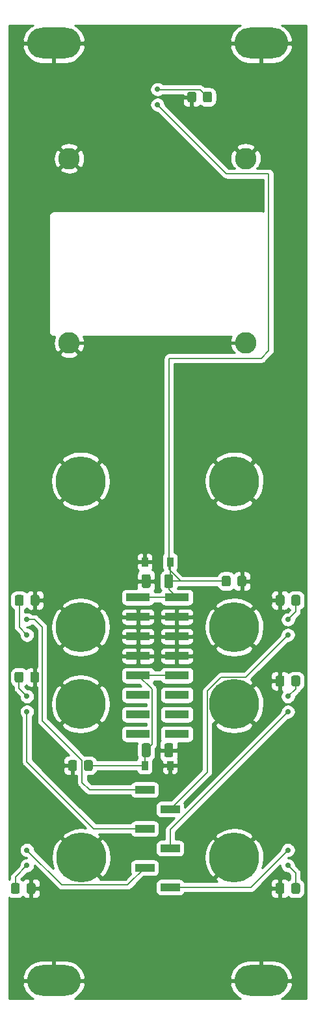
<source format=gbl>
G04 #@! TF.GenerationSoftware,KiCad,Pcbnew,(5.1.9)-1*
G04 #@! TF.CreationDate,2021-04-12T22:44:31+02:00*
G04 #@! TF.ProjectId,KicadJE_Face,4b696361-644a-4455-9f46-6163652e6b69,rev?*
G04 #@! TF.SameCoordinates,Original*
G04 #@! TF.FileFunction,Copper,L2,Bot*
G04 #@! TF.FilePolarity,Positive*
%FSLAX46Y46*%
G04 Gerber Fmt 4.6, Leading zero omitted, Abs format (unit mm)*
G04 Created by KiCad (PCBNEW (5.1.9)-1) date 2021-04-12 22:44:31*
%MOMM*%
%LPD*%
G01*
G04 APERTURE LIST*
G04 #@! TA.AperFunction,ComponentPad*
%ADD10O,7.000000X4.000000*%
G04 #@! TD*
G04 #@! TA.AperFunction,ComponentPad*
%ADD11C,6.500000*%
G04 #@! TD*
G04 #@! TA.AperFunction,SMDPad,CuDef*
%ADD12R,0.900000X1.200000*%
G04 #@! TD*
G04 #@! TA.AperFunction,SMDPad,CuDef*
%ADD13R,2.510000X1.000000*%
G04 #@! TD*
G04 #@! TA.AperFunction,SMDPad,CuDef*
%ADD14R,3.150000X1.000000*%
G04 #@! TD*
G04 #@! TA.AperFunction,ComponentPad*
%ADD15C,2.800000*%
G04 #@! TD*
G04 #@! TA.AperFunction,ViaPad*
%ADD16C,0.700000*%
G04 #@! TD*
G04 #@! TA.AperFunction,Conductor*
%ADD17C,0.400000*%
G04 #@! TD*
G04 #@! TA.AperFunction,Conductor*
%ADD18C,0.150000*%
G04 #@! TD*
G04 #@! TA.AperFunction,Conductor*
%ADD19C,0.254000*%
G04 #@! TD*
G04 APERTURE END LIST*
D10*
X226500000Y-39000000D03*
D11*
X223000000Y-96000000D03*
D10*
X199500000Y-39000000D03*
X199500000Y-161000000D03*
D11*
X223000000Y-115000000D03*
D10*
X226500000Y-161000000D03*
D11*
X203000000Y-115000000D03*
X203075001Y-145000000D03*
X203000000Y-125000000D03*
X203000000Y-96000000D03*
X223000000Y-145000000D03*
X223000000Y-125000000D03*
G04 #@! TA.AperFunction,SMDPad,CuDef*
G36*
G01*
X213900000Y-131650001D02*
X213900000Y-130349999D01*
G75*
G02*
X214149999Y-130100000I249999J0D01*
G01*
X214800001Y-130100000D01*
G75*
G02*
X215050000Y-130349999I0J-249999D01*
G01*
X215050000Y-131650001D01*
G75*
G02*
X214800001Y-131900000I-249999J0D01*
G01*
X214149999Y-131900000D01*
G75*
G02*
X213900000Y-131650001I0J249999D01*
G01*
G37*
G04 #@! TD.AperFunction*
G04 #@! TA.AperFunction,SMDPad,CuDef*
G36*
G01*
X210950000Y-131650001D02*
X210950000Y-130349999D01*
G75*
G02*
X211199999Y-130100000I249999J0D01*
G01*
X211850001Y-130100000D01*
G75*
G02*
X212100000Y-130349999I0J-249999D01*
G01*
X212100000Y-131650001D01*
G75*
G02*
X211850001Y-131900000I-249999J0D01*
G01*
X211199999Y-131900000D01*
G75*
G02*
X210950000Y-131650001I0J249999D01*
G01*
G37*
G04 #@! TD.AperFunction*
G04 #@! TA.AperFunction,SMDPad,CuDef*
G36*
G01*
X210950000Y-109650001D02*
X210950000Y-108349999D01*
G75*
G02*
X211199999Y-108100000I249999J0D01*
G01*
X211850001Y-108100000D01*
G75*
G02*
X212100000Y-108349999I0J-249999D01*
G01*
X212100000Y-109650001D01*
G75*
G02*
X211850001Y-109900000I-249999J0D01*
G01*
X211199999Y-109900000D01*
G75*
G02*
X210950000Y-109650001I0J249999D01*
G01*
G37*
G04 #@! TD.AperFunction*
G04 #@! TA.AperFunction,SMDPad,CuDef*
G36*
G01*
X213900000Y-109650001D02*
X213900000Y-108349999D01*
G75*
G02*
X214149999Y-108100000I249999J0D01*
G01*
X214800001Y-108100000D01*
G75*
G02*
X215050000Y-108349999I0J-249999D01*
G01*
X215050000Y-109650001D01*
G75*
G02*
X214800001Y-109900000I-249999J0D01*
G01*
X214149999Y-109900000D01*
G75*
G02*
X213900000Y-109650001I0J249999D01*
G01*
G37*
G04 #@! TD.AperFunction*
G04 #@! TA.AperFunction,SMDPad,CuDef*
G36*
G01*
X202525000Y-132549999D02*
X202525000Y-133450001D01*
G75*
G02*
X202275001Y-133700000I-249999J0D01*
G01*
X201624999Y-133700000D01*
G75*
G02*
X201375000Y-133450001I0J249999D01*
G01*
X201375000Y-132549999D01*
G75*
G02*
X201624999Y-132300000I249999J0D01*
G01*
X202275001Y-132300000D01*
G75*
G02*
X202525000Y-132549999I0J-249999D01*
G01*
G37*
G04 #@! TD.AperFunction*
G04 #@! TA.AperFunction,SMDPad,CuDef*
G36*
G01*
X204575000Y-132549999D02*
X204575000Y-133450001D01*
G75*
G02*
X204325001Y-133700000I-249999J0D01*
G01*
X203674999Y-133700000D01*
G75*
G02*
X203425000Y-133450001I0J249999D01*
G01*
X203425000Y-132549999D01*
G75*
G02*
X203674999Y-132300000I249999J0D01*
G01*
X204325001Y-132300000D01*
G75*
G02*
X204575000Y-132549999I0J-249999D01*
G01*
G37*
G04 #@! TD.AperFunction*
G04 #@! TA.AperFunction,SMDPad,CuDef*
G36*
G01*
X224575000Y-108549999D02*
X224575000Y-109450001D01*
G75*
G02*
X224325001Y-109700000I-249999J0D01*
G01*
X223674999Y-109700000D01*
G75*
G02*
X223425000Y-109450001I0J249999D01*
G01*
X223425000Y-108549999D01*
G75*
G02*
X223674999Y-108300000I249999J0D01*
G01*
X224325001Y-108300000D01*
G75*
G02*
X224575000Y-108549999I0J-249999D01*
G01*
G37*
G04 #@! TD.AperFunction*
G04 #@! TA.AperFunction,SMDPad,CuDef*
G36*
G01*
X222525000Y-108549999D02*
X222525000Y-109450001D01*
G75*
G02*
X222275001Y-109700000I-249999J0D01*
G01*
X221624999Y-109700000D01*
G75*
G02*
X221375000Y-109450001I0J249999D01*
G01*
X221375000Y-108549999D01*
G75*
G02*
X221624999Y-108300000I249999J0D01*
G01*
X222275001Y-108300000D01*
G75*
G02*
X222525000Y-108549999I0J-249999D01*
G01*
G37*
G04 #@! TD.AperFunction*
D12*
X214650000Y-133000000D03*
X211350000Y-133000000D03*
X211350000Y-106500000D03*
X214650000Y-106500000D03*
G04 #@! TA.AperFunction,SMDPad,CuDef*
G36*
G01*
X218950000Y-46450001D02*
X218950000Y-45549999D01*
G75*
G02*
X219199999Y-45300000I249999J0D01*
G01*
X219850001Y-45300000D01*
G75*
G02*
X220100000Y-45549999I0J-249999D01*
G01*
X220100000Y-46450001D01*
G75*
G02*
X219850001Y-46700000I-249999J0D01*
G01*
X219199999Y-46700000D01*
G75*
G02*
X218950000Y-46450001I0J249999D01*
G01*
G37*
G04 #@! TD.AperFunction*
G04 #@! TA.AperFunction,SMDPad,CuDef*
G36*
G01*
X216900000Y-46450001D02*
X216900000Y-45549999D01*
G75*
G02*
X217149999Y-45300000I249999J0D01*
G01*
X217800001Y-45300000D01*
G75*
G02*
X218050000Y-45549999I0J-249999D01*
G01*
X218050000Y-46450001D01*
G75*
G02*
X217800001Y-46700000I-249999J0D01*
G01*
X217149999Y-46700000D01*
G75*
G02*
X216900000Y-46450001I0J249999D01*
G01*
G37*
G04 #@! TD.AperFunction*
G04 #@! TA.AperFunction,SMDPad,CuDef*
G36*
G01*
X197625000Y-111049999D02*
X197625000Y-111950001D01*
G75*
G02*
X197375001Y-112200000I-249999J0D01*
G01*
X196724999Y-112200000D01*
G75*
G02*
X196475000Y-111950001I0J249999D01*
G01*
X196475000Y-111049999D01*
G75*
G02*
X196724999Y-110800000I249999J0D01*
G01*
X197375001Y-110800000D01*
G75*
G02*
X197625000Y-111049999I0J-249999D01*
G01*
G37*
G04 #@! TD.AperFunction*
G04 #@! TA.AperFunction,SMDPad,CuDef*
G36*
G01*
X195575000Y-111049999D02*
X195575000Y-111950001D01*
G75*
G02*
X195325001Y-112200000I-249999J0D01*
G01*
X194674999Y-112200000D01*
G75*
G02*
X194425000Y-111950001I0J249999D01*
G01*
X194425000Y-111049999D01*
G75*
G02*
X194674999Y-110800000I249999J0D01*
G01*
X195325001Y-110800000D01*
G75*
G02*
X195575000Y-111049999I0J-249999D01*
G01*
G37*
G04 #@! TD.AperFunction*
G04 #@! TA.AperFunction,SMDPad,CuDef*
G36*
G01*
X230450000Y-111950001D02*
X230450000Y-111049999D01*
G75*
G02*
X230699999Y-110800000I249999J0D01*
G01*
X231350001Y-110800000D01*
G75*
G02*
X231600000Y-111049999I0J-249999D01*
G01*
X231600000Y-111950001D01*
G75*
G02*
X231350001Y-112200000I-249999J0D01*
G01*
X230699999Y-112200000D01*
G75*
G02*
X230450000Y-111950001I0J249999D01*
G01*
G37*
G04 #@! TD.AperFunction*
G04 #@! TA.AperFunction,SMDPad,CuDef*
G36*
G01*
X228400000Y-111950001D02*
X228400000Y-111049999D01*
G75*
G02*
X228649999Y-110800000I249999J0D01*
G01*
X229300001Y-110800000D01*
G75*
G02*
X229550000Y-111049999I0J-249999D01*
G01*
X229550000Y-111950001D01*
G75*
G02*
X229300001Y-112200000I-249999J0D01*
G01*
X228649999Y-112200000D01*
G75*
G02*
X228400000Y-111950001I0J249999D01*
G01*
G37*
G04 #@! TD.AperFunction*
G04 #@! TA.AperFunction,SMDPad,CuDef*
G36*
G01*
X197600000Y-121049999D02*
X197600000Y-121950001D01*
G75*
G02*
X197350001Y-122200000I-249999J0D01*
G01*
X196699999Y-122200000D01*
G75*
G02*
X196450000Y-121950001I0J249999D01*
G01*
X196450000Y-121049999D01*
G75*
G02*
X196699999Y-120800000I249999J0D01*
G01*
X197350001Y-120800000D01*
G75*
G02*
X197600000Y-121049999I0J-249999D01*
G01*
G37*
G04 #@! TD.AperFunction*
G04 #@! TA.AperFunction,SMDPad,CuDef*
G36*
G01*
X195550000Y-121049999D02*
X195550000Y-121950001D01*
G75*
G02*
X195300001Y-122200000I-249999J0D01*
G01*
X194649999Y-122200000D01*
G75*
G02*
X194400000Y-121950001I0J249999D01*
G01*
X194400000Y-121049999D01*
G75*
G02*
X194649999Y-120800000I249999J0D01*
G01*
X195300001Y-120800000D01*
G75*
G02*
X195550000Y-121049999I0J-249999D01*
G01*
G37*
G04 #@! TD.AperFunction*
G04 #@! TA.AperFunction,SMDPad,CuDef*
G36*
G01*
X228375000Y-122450001D02*
X228375000Y-121549999D01*
G75*
G02*
X228624999Y-121300000I249999J0D01*
G01*
X229275001Y-121300000D01*
G75*
G02*
X229525000Y-121549999I0J-249999D01*
G01*
X229525000Y-122450001D01*
G75*
G02*
X229275001Y-122700000I-249999J0D01*
G01*
X228624999Y-122700000D01*
G75*
G02*
X228375000Y-122450001I0J249999D01*
G01*
G37*
G04 #@! TD.AperFunction*
G04 #@! TA.AperFunction,SMDPad,CuDef*
G36*
G01*
X230425000Y-122450001D02*
X230425000Y-121549999D01*
G75*
G02*
X230674999Y-121300000I249999J0D01*
G01*
X231325001Y-121300000D01*
G75*
G02*
X231575000Y-121549999I0J-249999D01*
G01*
X231575000Y-122450001D01*
G75*
G02*
X231325001Y-122700000I-249999J0D01*
G01*
X230674999Y-122700000D01*
G75*
G02*
X230425000Y-122450001I0J249999D01*
G01*
G37*
G04 #@! TD.AperFunction*
G04 #@! TA.AperFunction,SMDPad,CuDef*
G36*
G01*
X197125000Y-148549999D02*
X197125000Y-149450001D01*
G75*
G02*
X196875001Y-149700000I-249999J0D01*
G01*
X196224999Y-149700000D01*
G75*
G02*
X195975000Y-149450001I0J249999D01*
G01*
X195975000Y-148549999D01*
G75*
G02*
X196224999Y-148300000I249999J0D01*
G01*
X196875001Y-148300000D01*
G75*
G02*
X197125000Y-148549999I0J-249999D01*
G01*
G37*
G04 #@! TD.AperFunction*
G04 #@! TA.AperFunction,SMDPad,CuDef*
G36*
G01*
X195075000Y-148549999D02*
X195075000Y-149450001D01*
G75*
G02*
X194825001Y-149700000I-249999J0D01*
G01*
X194174999Y-149700000D01*
G75*
G02*
X193925000Y-149450001I0J249999D01*
G01*
X193925000Y-148549999D01*
G75*
G02*
X194174999Y-148300000I249999J0D01*
G01*
X194825001Y-148300000D01*
G75*
G02*
X195075000Y-148549999I0J-249999D01*
G01*
G37*
G04 #@! TD.AperFunction*
G04 #@! TA.AperFunction,SMDPad,CuDef*
G36*
G01*
X230425000Y-149450001D02*
X230425000Y-148549999D01*
G75*
G02*
X230674999Y-148300000I249999J0D01*
G01*
X231325001Y-148300000D01*
G75*
G02*
X231575000Y-148549999I0J-249999D01*
G01*
X231575000Y-149450001D01*
G75*
G02*
X231325001Y-149700000I-249999J0D01*
G01*
X230674999Y-149700000D01*
G75*
G02*
X230425000Y-149450001I0J249999D01*
G01*
G37*
G04 #@! TD.AperFunction*
G04 #@! TA.AperFunction,SMDPad,CuDef*
G36*
G01*
X228375000Y-149450001D02*
X228375000Y-148549999D01*
G75*
G02*
X228624999Y-148300000I249999J0D01*
G01*
X229275001Y-148300000D01*
G75*
G02*
X229525000Y-148549999I0J-249999D01*
G01*
X229525000Y-149450001D01*
G75*
G02*
X229275001Y-149700000I-249999J0D01*
G01*
X228624999Y-149700000D01*
G75*
G02*
X228375000Y-149450001I0J249999D01*
G01*
G37*
G04 #@! TD.AperFunction*
D13*
X214655000Y-138690000D03*
X214655000Y-143770000D03*
X214655000Y-148850000D03*
X211345000Y-136150000D03*
X211345000Y-141230000D03*
X211345000Y-146310000D03*
D14*
X215525000Y-111110000D03*
X210475000Y-111110000D03*
X215525000Y-113650000D03*
X210475000Y-113650000D03*
X215525000Y-116190000D03*
X210475000Y-116190000D03*
X215525000Y-118730000D03*
X210475000Y-118730000D03*
X215525000Y-121270000D03*
X210475000Y-121270000D03*
X215525000Y-123810000D03*
X210475000Y-123810000D03*
X215525000Y-126350000D03*
X210475000Y-126350000D03*
X215525000Y-128890000D03*
X210475000Y-128890000D03*
D15*
X201500000Y-78000000D03*
X201500000Y-54000000D03*
X224500000Y-78000000D03*
X224500000Y-54000000D03*
D16*
X213000000Y-47000000D03*
X213000000Y-45000000D03*
X196000000Y-116000000D03*
X196000000Y-114000000D03*
X230000000Y-116000000D03*
X230000000Y-113999958D03*
X196000000Y-124000000D03*
X196000000Y-126000008D03*
X230000000Y-126000000D03*
X230000000Y-124000000D03*
X196000000Y-146000000D03*
X196000007Y-144000007D03*
X230000000Y-144000000D03*
X230000000Y-146000000D03*
D17*
X217475000Y-46000000D02*
X217500000Y-46000000D01*
X222000000Y-78000000D02*
X224500000Y-78000000D01*
X222000000Y-78000000D02*
X201500000Y-78000000D01*
D18*
X204000000Y-133000000D02*
X211350000Y-133000000D01*
X211350000Y-131175000D02*
X211525000Y-131000000D01*
X211350000Y-133000000D02*
X211350000Y-131175000D01*
X212275001Y-123070001D02*
X210475000Y-121270000D01*
X212275001Y-130249999D02*
X212275001Y-123070001D01*
X211525000Y-131000000D02*
X212275001Y-130249999D01*
X210475000Y-121270000D02*
X215525000Y-121270000D01*
X210475000Y-111110000D02*
X215525000Y-111110000D01*
X214475000Y-110060000D02*
X215525000Y-111110000D01*
X214475000Y-109000000D02*
X214475000Y-110060000D01*
X221950000Y-109000000D02*
X214475000Y-109000000D01*
X214650000Y-108825000D02*
X214475000Y-109000000D01*
X214650000Y-106500000D02*
X214650000Y-108825000D01*
X214500000Y-80000000D02*
X214500000Y-107500000D01*
X214500000Y-107500000D02*
X216000000Y-109000000D01*
X227500000Y-79000000D02*
X226500000Y-80000000D01*
X227500000Y-56000000D02*
X227500000Y-79000000D01*
X216000000Y-109000000D02*
X221950000Y-109000000D01*
X226500000Y-80000000D02*
X214500000Y-80000000D01*
X222000000Y-56000000D02*
X227500000Y-56000000D01*
X213000000Y-47000000D02*
X222000000Y-56000000D01*
X213024990Y-45024990D02*
X213000000Y-45000000D01*
X218549990Y-45024990D02*
X213024990Y-45024990D01*
X219525000Y-46000000D02*
X218549990Y-45024990D01*
X195000000Y-115000000D02*
X196000000Y-116000000D01*
X195000000Y-111500000D02*
X195000000Y-115000000D01*
X198000000Y-115000000D02*
X197000000Y-114000000D01*
X211345000Y-136150000D02*
X204150000Y-136150000D01*
X204150000Y-136150000D02*
X203199990Y-135199990D01*
X203199990Y-135199990D02*
X203199990Y-132353242D01*
X197000000Y-114000000D02*
X196000000Y-114000000D01*
X203199990Y-132353242D02*
X198000000Y-127153252D01*
X198000000Y-127153252D02*
X198000000Y-115000000D01*
X214655000Y-138690000D02*
X219474999Y-133870001D01*
X219474999Y-133870001D02*
X219474999Y-123307999D01*
X221307999Y-121474999D02*
X224525001Y-121474999D01*
X219474999Y-123307999D02*
X221307999Y-121474999D01*
X224525001Y-121474999D02*
X230000000Y-116000000D01*
X231025000Y-111500000D02*
X231025000Y-112974958D01*
X231025000Y-112974958D02*
X230000000Y-113999958D01*
X194975000Y-122975000D02*
X196000000Y-124000000D01*
X194975000Y-121500000D02*
X194975000Y-122975000D01*
X204730000Y-141230000D02*
X196000000Y-132500000D01*
X211345000Y-141230000D02*
X204730000Y-141230000D01*
X196000000Y-132500000D02*
X196000000Y-126000008D01*
X214655000Y-141345000D02*
X230000000Y-126000000D01*
X214655000Y-143770000D02*
X214655000Y-141345000D01*
X231000000Y-122000000D02*
X231000000Y-123000000D01*
X231000000Y-123000000D02*
X230000000Y-124000000D01*
X194500000Y-147500000D02*
X194500000Y-149000000D01*
X196000000Y-146000000D02*
X194500000Y-147500000D01*
X211345000Y-146310000D02*
X209129999Y-148525001D01*
X209129999Y-148525001D02*
X200525001Y-148525001D01*
X200525001Y-148525001D02*
X196000007Y-144000007D01*
X214655000Y-148850000D02*
X225150000Y-148850000D01*
X225150000Y-148850000D02*
X230000000Y-144000000D01*
X231000000Y-147000000D02*
X230000000Y-146000000D01*
X231000000Y-149000000D02*
X231000000Y-147000000D01*
D19*
X196430475Y-36879635D02*
X196046970Y-37226576D01*
X195738519Y-37641669D01*
X195516975Y-38108962D01*
X195420333Y-38462838D01*
X195527009Y-38873000D01*
X199373000Y-38873000D01*
X199373000Y-38853000D01*
X199627000Y-38853000D01*
X199627000Y-38873000D01*
X203472991Y-38873000D01*
X203579667Y-38462838D01*
X203483025Y-38108962D01*
X203261481Y-37641669D01*
X202953030Y-37226576D01*
X202569525Y-36879635D01*
X202202314Y-36660000D01*
X223797686Y-36660000D01*
X223430475Y-36879635D01*
X223046970Y-37226576D01*
X222738519Y-37641669D01*
X222516975Y-38108962D01*
X222420333Y-38462838D01*
X222527009Y-38873000D01*
X226373000Y-38873000D01*
X226373000Y-38853000D01*
X226627000Y-38853000D01*
X226627000Y-38873000D01*
X230472991Y-38873000D01*
X230579667Y-38462838D01*
X230483025Y-38108962D01*
X230261481Y-37641669D01*
X229953030Y-37226576D01*
X229569525Y-36879635D01*
X229202314Y-36660000D01*
X232340000Y-36660000D01*
X232340001Y-163340000D01*
X229202314Y-163340000D01*
X229569525Y-163120365D01*
X229953030Y-162773424D01*
X230261481Y-162358331D01*
X230483025Y-161891038D01*
X230579667Y-161537162D01*
X230472991Y-161127000D01*
X226627000Y-161127000D01*
X226627000Y-161147000D01*
X226373000Y-161147000D01*
X226373000Y-161127000D01*
X222527009Y-161127000D01*
X222420333Y-161537162D01*
X222516975Y-161891038D01*
X222738519Y-162358331D01*
X223046970Y-162773424D01*
X223430475Y-163120365D01*
X223797686Y-163340000D01*
X202202314Y-163340000D01*
X202569525Y-163120365D01*
X202953030Y-162773424D01*
X203261481Y-162358331D01*
X203483025Y-161891038D01*
X203579667Y-161537162D01*
X203472991Y-161127000D01*
X199627000Y-161127000D01*
X199627000Y-161147000D01*
X199373000Y-161147000D01*
X199373000Y-161127000D01*
X195527009Y-161127000D01*
X195420333Y-161537162D01*
X195516975Y-161891038D01*
X195738519Y-162358331D01*
X196046970Y-162773424D01*
X196430475Y-163120365D01*
X196797686Y-163340000D01*
X193660000Y-163340000D01*
X193660000Y-160462838D01*
X195420333Y-160462838D01*
X195527009Y-160873000D01*
X199373000Y-160873000D01*
X199373000Y-158365000D01*
X199627000Y-158365000D01*
X199627000Y-160873000D01*
X203472991Y-160873000D01*
X203579667Y-160462838D01*
X222420333Y-160462838D01*
X222527009Y-160873000D01*
X226373000Y-160873000D01*
X226373000Y-158365000D01*
X226627000Y-158365000D01*
X226627000Y-160873000D01*
X230472991Y-160873000D01*
X230579667Y-160462838D01*
X230483025Y-160108962D01*
X230261481Y-159641669D01*
X229953030Y-159226576D01*
X229569525Y-158879635D01*
X229125704Y-158614178D01*
X228638623Y-158440407D01*
X228127000Y-158365000D01*
X226627000Y-158365000D01*
X226373000Y-158365000D01*
X224873000Y-158365000D01*
X224361377Y-158440407D01*
X223874296Y-158614178D01*
X223430475Y-158879635D01*
X223046970Y-159226576D01*
X222738519Y-159641669D01*
X222516975Y-160108962D01*
X222420333Y-160462838D01*
X203579667Y-160462838D01*
X203483025Y-160108962D01*
X203261481Y-159641669D01*
X202953030Y-159226576D01*
X202569525Y-158879635D01*
X202125704Y-158614178D01*
X201638623Y-158440407D01*
X201127000Y-158365000D01*
X199627000Y-158365000D01*
X199373000Y-158365000D01*
X197873000Y-158365000D01*
X197361377Y-158440407D01*
X196874296Y-158614178D01*
X196430475Y-158879635D01*
X196046970Y-159226576D01*
X195738519Y-159641669D01*
X195516975Y-160108962D01*
X195420333Y-160462838D01*
X193660000Y-160462838D01*
X193660000Y-150170668D01*
X193681613Y-150188405D01*
X193835149Y-150270472D01*
X194001745Y-150321008D01*
X194174999Y-150338072D01*
X194825001Y-150338072D01*
X194998255Y-150321008D01*
X195164851Y-150270472D01*
X195318387Y-150188405D01*
X195452962Y-150077962D01*
X195458342Y-150071406D01*
X195523815Y-150151185D01*
X195620506Y-150230537D01*
X195730820Y-150289502D01*
X195850518Y-150325812D01*
X195975000Y-150338072D01*
X196264250Y-150335000D01*
X196423000Y-150176250D01*
X196423000Y-149127000D01*
X196677000Y-149127000D01*
X196677000Y-150176250D01*
X196835750Y-150335000D01*
X197125000Y-150338072D01*
X197249482Y-150325812D01*
X197369180Y-150289502D01*
X197479494Y-150230537D01*
X197576185Y-150151185D01*
X197655537Y-150054494D01*
X197714502Y-149944180D01*
X197750812Y-149824482D01*
X197763072Y-149700000D01*
X197760000Y-149285750D01*
X197601250Y-149127000D01*
X196677000Y-149127000D01*
X196423000Y-149127000D01*
X196403000Y-149127000D01*
X196403000Y-148873000D01*
X196423000Y-148873000D01*
X196423000Y-147823750D01*
X196677000Y-147823750D01*
X196677000Y-148873000D01*
X197601250Y-148873000D01*
X197760000Y-148714250D01*
X197763072Y-148300000D01*
X197750812Y-148175518D01*
X197714502Y-148055820D01*
X197655537Y-147945506D01*
X197576185Y-147848815D01*
X197479494Y-147769463D01*
X197369180Y-147710498D01*
X197249482Y-147674188D01*
X197125000Y-147661928D01*
X196835750Y-147665000D01*
X196677000Y-147823750D01*
X196423000Y-147823750D01*
X196264250Y-147665000D01*
X195975000Y-147661928D01*
X195850518Y-147674188D01*
X195730820Y-147710498D01*
X195620506Y-147769463D01*
X195523815Y-147848815D01*
X195458342Y-147928594D01*
X195452962Y-147922038D01*
X195318387Y-147811595D01*
X195236347Y-147767744D01*
X196019092Y-146985000D01*
X196097014Y-146985000D01*
X196287314Y-146947147D01*
X196466572Y-146872896D01*
X196627901Y-146765099D01*
X196765099Y-146627901D01*
X196872896Y-146466572D01*
X196947147Y-146287314D01*
X196985000Y-146097014D01*
X196985000Y-145989091D01*
X199998289Y-149002380D01*
X200020526Y-149029476D01*
X200128638Y-149118201D01*
X200251981Y-149184129D01*
X200385817Y-149224728D01*
X200490124Y-149235001D01*
X200490126Y-149235001D01*
X200525001Y-149238436D01*
X200559876Y-149235001D01*
X209095124Y-149235001D01*
X209129999Y-149238436D01*
X209164874Y-149235001D01*
X209164876Y-149235001D01*
X209269183Y-149224728D01*
X209403019Y-149184129D01*
X209526362Y-149118201D01*
X209634474Y-149029476D01*
X209656711Y-149002380D01*
X210309091Y-148350000D01*
X212761928Y-148350000D01*
X212761928Y-149350000D01*
X212774188Y-149474482D01*
X212810498Y-149594180D01*
X212869463Y-149704494D01*
X212948815Y-149801185D01*
X213045506Y-149880537D01*
X213155820Y-149939502D01*
X213275518Y-149975812D01*
X213400000Y-149988072D01*
X215910000Y-149988072D01*
X216034482Y-149975812D01*
X216154180Y-149939502D01*
X216264494Y-149880537D01*
X216361185Y-149801185D01*
X216440537Y-149704494D01*
X216442939Y-149700000D01*
X227736928Y-149700000D01*
X227749188Y-149824482D01*
X227785498Y-149944180D01*
X227844463Y-150054494D01*
X227923815Y-150151185D01*
X228020506Y-150230537D01*
X228130820Y-150289502D01*
X228250518Y-150325812D01*
X228375000Y-150338072D01*
X228664250Y-150335000D01*
X228823000Y-150176250D01*
X228823000Y-149127000D01*
X227898750Y-149127000D01*
X227740000Y-149285750D01*
X227736928Y-149700000D01*
X216442939Y-149700000D01*
X216499502Y-149594180D01*
X216509870Y-149560000D01*
X225115125Y-149560000D01*
X225150000Y-149563435D01*
X225184875Y-149560000D01*
X225184877Y-149560000D01*
X225289184Y-149549727D01*
X225423020Y-149509128D01*
X225546363Y-149443200D01*
X225654475Y-149354475D01*
X225676712Y-149327379D01*
X226704091Y-148300000D01*
X227736928Y-148300000D01*
X227740000Y-148714250D01*
X227898750Y-148873000D01*
X228823000Y-148873000D01*
X228823000Y-147823750D01*
X228664250Y-147665000D01*
X228375000Y-147661928D01*
X228250518Y-147674188D01*
X228130820Y-147710498D01*
X228020506Y-147769463D01*
X227923815Y-147848815D01*
X227844463Y-147945506D01*
X227785498Y-148055820D01*
X227749188Y-148175518D01*
X227736928Y-148300000D01*
X226704091Y-148300000D01*
X229015000Y-145989091D01*
X229015000Y-146097014D01*
X229052853Y-146287314D01*
X229127104Y-146466572D01*
X229234901Y-146627901D01*
X229372099Y-146765099D01*
X229533428Y-146872896D01*
X229712686Y-146947147D01*
X229902986Y-146985000D01*
X229980909Y-146985000D01*
X230290001Y-147294092D01*
X230290001Y-147753660D01*
X230181613Y-147811595D01*
X230047038Y-147922038D01*
X230041658Y-147928594D01*
X229976185Y-147848815D01*
X229879494Y-147769463D01*
X229769180Y-147710498D01*
X229649482Y-147674188D01*
X229525000Y-147661928D01*
X229235750Y-147665000D01*
X229077000Y-147823750D01*
X229077000Y-148873000D01*
X229097000Y-148873000D01*
X229097000Y-149127000D01*
X229077000Y-149127000D01*
X229077000Y-150176250D01*
X229235750Y-150335000D01*
X229525000Y-150338072D01*
X229649482Y-150325812D01*
X229769180Y-150289502D01*
X229879494Y-150230537D01*
X229976185Y-150151185D01*
X230041658Y-150071406D01*
X230047038Y-150077962D01*
X230181613Y-150188405D01*
X230335149Y-150270472D01*
X230501745Y-150321008D01*
X230674999Y-150338072D01*
X231325001Y-150338072D01*
X231498255Y-150321008D01*
X231664851Y-150270472D01*
X231818387Y-150188405D01*
X231952962Y-150077962D01*
X232063405Y-149943387D01*
X232145472Y-149789851D01*
X232196008Y-149623255D01*
X232213072Y-149450001D01*
X232213072Y-148549999D01*
X232196008Y-148376745D01*
X232145472Y-148210149D01*
X232063405Y-148056613D01*
X231952962Y-147922038D01*
X231818387Y-147811595D01*
X231710000Y-147753661D01*
X231710000Y-147034877D01*
X231713435Y-147000000D01*
X231699727Y-146860815D01*
X231659128Y-146726980D01*
X231593199Y-146603636D01*
X231576280Y-146583020D01*
X231504475Y-146495525D01*
X231477379Y-146473288D01*
X230985000Y-145980909D01*
X230985000Y-145902986D01*
X230947147Y-145712686D01*
X230872896Y-145533428D01*
X230765099Y-145372099D01*
X230627901Y-145234901D01*
X230466572Y-145127104D01*
X230287314Y-145052853D01*
X230097014Y-145015000D01*
X229989091Y-145015000D01*
X230019091Y-144985000D01*
X230097014Y-144985000D01*
X230287314Y-144947147D01*
X230466572Y-144872896D01*
X230627901Y-144765099D01*
X230765099Y-144627901D01*
X230872896Y-144466572D01*
X230947147Y-144287314D01*
X230985000Y-144097014D01*
X230985000Y-143902986D01*
X230947147Y-143712686D01*
X230872896Y-143533428D01*
X230765099Y-143372099D01*
X230627901Y-143234901D01*
X230466572Y-143127104D01*
X230287314Y-143052853D01*
X230097014Y-143015000D01*
X229902986Y-143015000D01*
X229712686Y-143052853D01*
X229533428Y-143127104D01*
X229372099Y-143234901D01*
X229234901Y-143372099D01*
X229127104Y-143533428D01*
X229052853Y-143712686D01*
X229015000Y-143902986D01*
X229015000Y-143980909D01*
X226650033Y-146345876D01*
X226823575Y-145787350D01*
X226903710Y-145026279D01*
X226833828Y-144264197D01*
X226616614Y-143530392D01*
X226260416Y-142853064D01*
X226231216Y-142809365D01*
X225736428Y-142443177D01*
X223179605Y-145000000D01*
X223193748Y-145014143D01*
X223014143Y-145193748D01*
X223000000Y-145179605D01*
X220443177Y-147736428D01*
X220741857Y-148140000D01*
X216509870Y-148140000D01*
X216499502Y-148105820D01*
X216440537Y-147995506D01*
X216361185Y-147898815D01*
X216264494Y-147819463D01*
X216154180Y-147760498D01*
X216034482Y-147724188D01*
X215910000Y-147711928D01*
X213400000Y-147711928D01*
X213275518Y-147724188D01*
X213155820Y-147760498D01*
X213045506Y-147819463D01*
X212948815Y-147898815D01*
X212869463Y-147995506D01*
X212810498Y-148105820D01*
X212774188Y-148225518D01*
X212761928Y-148350000D01*
X210309091Y-148350000D01*
X211211020Y-147448072D01*
X212600000Y-147448072D01*
X212724482Y-147435812D01*
X212844180Y-147399502D01*
X212954494Y-147340537D01*
X213051185Y-147261185D01*
X213130537Y-147164494D01*
X213189502Y-147054180D01*
X213225812Y-146934482D01*
X213238072Y-146810000D01*
X213238072Y-145810000D01*
X213225812Y-145685518D01*
X213189502Y-145565820D01*
X213130537Y-145455506D01*
X213051185Y-145358815D01*
X212954494Y-145279463D01*
X212844180Y-145220498D01*
X212724482Y-145184188D01*
X212600000Y-145171928D01*
X210090000Y-145171928D01*
X209965518Y-145184188D01*
X209845820Y-145220498D01*
X209735506Y-145279463D01*
X209638815Y-145358815D01*
X209559463Y-145455506D01*
X209500498Y-145565820D01*
X209464188Y-145685518D01*
X209451928Y-145810000D01*
X209451928Y-146810000D01*
X209464188Y-146934482D01*
X209500498Y-147054180D01*
X209534018Y-147116891D01*
X208835908Y-147815001D01*
X205573673Y-147815001D01*
X205631824Y-147736428D01*
X203075001Y-145179605D01*
X203060859Y-145193748D01*
X202881254Y-145014143D01*
X202895396Y-145000000D01*
X203254606Y-145000000D01*
X205811429Y-147556823D01*
X206306217Y-147190635D01*
X206671502Y-146518163D01*
X206898576Y-145787350D01*
X206978711Y-145026279D01*
X206973892Y-144973721D01*
X219096290Y-144973721D01*
X219166172Y-145735803D01*
X219383386Y-146469608D01*
X219739584Y-147146936D01*
X219768784Y-147190635D01*
X220263572Y-147556823D01*
X222820395Y-145000000D01*
X220263572Y-142443177D01*
X219768784Y-142809365D01*
X219403499Y-143481837D01*
X219176425Y-144212650D01*
X219096290Y-144973721D01*
X206973892Y-144973721D01*
X206908829Y-144264197D01*
X206691615Y-143530392D01*
X206335417Y-142853064D01*
X206306217Y-142809365D01*
X205811429Y-142443177D01*
X203254606Y-145000000D01*
X202895396Y-145000000D01*
X200338573Y-142443177D01*
X199843785Y-142809365D01*
X199478500Y-143481837D01*
X199251426Y-144212650D01*
X199171291Y-144973721D01*
X199241173Y-145735803D01*
X199451949Y-146447858D01*
X196985007Y-143980916D01*
X196985007Y-143902993D01*
X196947154Y-143712693D01*
X196872903Y-143533435D01*
X196765106Y-143372106D01*
X196627908Y-143234908D01*
X196466579Y-143127111D01*
X196287321Y-143052860D01*
X196097021Y-143015007D01*
X195902993Y-143015007D01*
X195712693Y-143052860D01*
X195533435Y-143127111D01*
X195372106Y-143234908D01*
X195234908Y-143372106D01*
X195127111Y-143533435D01*
X195052860Y-143712693D01*
X195015007Y-143902993D01*
X195015007Y-144097021D01*
X195052860Y-144287321D01*
X195127111Y-144466579D01*
X195234908Y-144627908D01*
X195372106Y-144765106D01*
X195533435Y-144872903D01*
X195712693Y-144947154D01*
X195902993Y-144985007D01*
X195980916Y-144985007D01*
X196010909Y-145015000D01*
X195902986Y-145015000D01*
X195712686Y-145052853D01*
X195533428Y-145127104D01*
X195372099Y-145234901D01*
X195234901Y-145372099D01*
X195127104Y-145533428D01*
X195052853Y-145712686D01*
X195015000Y-145902986D01*
X195015000Y-145980908D01*
X194022617Y-146973292D01*
X193995525Y-146995526D01*
X193906800Y-147103638D01*
X193840872Y-147226981D01*
X193800273Y-147360817D01*
X193790000Y-147465123D01*
X193786565Y-147500000D01*
X193790000Y-147534875D01*
X193790000Y-147753661D01*
X193681613Y-147811595D01*
X193660000Y-147829332D01*
X193660000Y-125902994D01*
X195015000Y-125902994D01*
X195015000Y-126097022D01*
X195052853Y-126287322D01*
X195127104Y-126466580D01*
X195234901Y-126627909D01*
X195290001Y-126683009D01*
X195290000Y-132465125D01*
X195286565Y-132500000D01*
X195290000Y-132534875D01*
X195290000Y-132534876D01*
X195300273Y-132639183D01*
X195340872Y-132773019D01*
X195406800Y-132896362D01*
X195495525Y-133004474D01*
X195522617Y-133026708D01*
X203649971Y-141154063D01*
X203101280Y-141096290D01*
X202339198Y-141166172D01*
X201605393Y-141383386D01*
X200928065Y-141739584D01*
X200884366Y-141768784D01*
X200518178Y-142263572D01*
X203075001Y-144820395D01*
X205631824Y-142263572D01*
X205392351Y-141940000D01*
X209490130Y-141940000D01*
X209500498Y-141974180D01*
X209559463Y-142084494D01*
X209638815Y-142181185D01*
X209735506Y-142260537D01*
X209845820Y-142319502D01*
X209965518Y-142355812D01*
X210090000Y-142368072D01*
X212600000Y-142368072D01*
X212724482Y-142355812D01*
X212844180Y-142319502D01*
X212954494Y-142260537D01*
X213051185Y-142181185D01*
X213130537Y-142084494D01*
X213189502Y-141974180D01*
X213225812Y-141854482D01*
X213238072Y-141730000D01*
X213238072Y-140730000D01*
X213225812Y-140605518D01*
X213189502Y-140485820D01*
X213130537Y-140375506D01*
X213051185Y-140278815D01*
X212954494Y-140199463D01*
X212844180Y-140140498D01*
X212724482Y-140104188D01*
X212600000Y-140091928D01*
X210090000Y-140091928D01*
X209965518Y-140104188D01*
X209845820Y-140140498D01*
X209735506Y-140199463D01*
X209638815Y-140278815D01*
X209559463Y-140375506D01*
X209500498Y-140485820D01*
X209490130Y-140520000D01*
X205024092Y-140520000D01*
X202694092Y-138190000D01*
X212761928Y-138190000D01*
X212761928Y-139190000D01*
X212774188Y-139314482D01*
X212810498Y-139434180D01*
X212869463Y-139544494D01*
X212948815Y-139641185D01*
X213045506Y-139720537D01*
X213155820Y-139779502D01*
X213275518Y-139815812D01*
X213400000Y-139828072D01*
X215167837Y-139828072D01*
X214177617Y-140818292D01*
X214150526Y-140840525D01*
X214128293Y-140867616D01*
X214061801Y-140948637D01*
X213995872Y-141071981D01*
X213955274Y-141205816D01*
X213941565Y-141345000D01*
X213945001Y-141379885D01*
X213945000Y-142631928D01*
X213400000Y-142631928D01*
X213275518Y-142644188D01*
X213155820Y-142680498D01*
X213045506Y-142739463D01*
X212948815Y-142818815D01*
X212869463Y-142915506D01*
X212810498Y-143025820D01*
X212774188Y-143145518D01*
X212761928Y-143270000D01*
X212761928Y-144270000D01*
X212774188Y-144394482D01*
X212810498Y-144514180D01*
X212869463Y-144624494D01*
X212948815Y-144721185D01*
X213045506Y-144800537D01*
X213155820Y-144859502D01*
X213275518Y-144895812D01*
X213400000Y-144908072D01*
X215910000Y-144908072D01*
X216034482Y-144895812D01*
X216154180Y-144859502D01*
X216264494Y-144800537D01*
X216361185Y-144721185D01*
X216440537Y-144624494D01*
X216499502Y-144514180D01*
X216535812Y-144394482D01*
X216548072Y-144270000D01*
X216548072Y-143270000D01*
X216535812Y-143145518D01*
X216499502Y-143025820D01*
X216440537Y-142915506D01*
X216361185Y-142818815D01*
X216264494Y-142739463D01*
X216154180Y-142680498D01*
X216034482Y-142644188D01*
X215910000Y-142631928D01*
X215365000Y-142631928D01*
X215365000Y-142263572D01*
X220443177Y-142263572D01*
X223000000Y-144820395D01*
X225556823Y-142263572D01*
X225190635Y-141768784D01*
X224518163Y-141403499D01*
X223787350Y-141176425D01*
X223026279Y-141096290D01*
X222264197Y-141166172D01*
X221530392Y-141383386D01*
X220853064Y-141739584D01*
X220809365Y-141768784D01*
X220443177Y-142263572D01*
X215365000Y-142263572D01*
X215365000Y-141639091D01*
X230019092Y-126985000D01*
X230097014Y-126985000D01*
X230287314Y-126947147D01*
X230466572Y-126872896D01*
X230627901Y-126765099D01*
X230765099Y-126627901D01*
X230872896Y-126466572D01*
X230947147Y-126287314D01*
X230985000Y-126097014D01*
X230985000Y-125902986D01*
X230947147Y-125712686D01*
X230872896Y-125533428D01*
X230765099Y-125372099D01*
X230627901Y-125234901D01*
X230466572Y-125127104D01*
X230287314Y-125052853D01*
X230097014Y-125015000D01*
X229902986Y-125015000D01*
X229712686Y-125052853D01*
X229533428Y-125127104D01*
X229372099Y-125234901D01*
X229234901Y-125372099D01*
X229127104Y-125533428D01*
X229052853Y-125712686D01*
X229015000Y-125902986D01*
X229015000Y-125980908D01*
X216548072Y-138447837D01*
X216548072Y-138190000D01*
X216535812Y-138065518D01*
X216499502Y-137945820D01*
X216465982Y-137883109D01*
X219952388Y-134396704D01*
X219979473Y-134374476D01*
X220001703Y-134347389D01*
X220001706Y-134347386D01*
X220053234Y-134284599D01*
X220068199Y-134266364D01*
X220134127Y-134143021D01*
X220174726Y-134009185D01*
X220184999Y-133904878D01*
X220184999Y-133904876D01*
X220188434Y-133870001D01*
X220184999Y-133835126D01*
X220184999Y-127736428D01*
X220443177Y-127736428D01*
X220809365Y-128231216D01*
X221481837Y-128596501D01*
X222212650Y-128823575D01*
X222973721Y-128903710D01*
X223735803Y-128833828D01*
X224469608Y-128616614D01*
X225146936Y-128260416D01*
X225190635Y-128231216D01*
X225556823Y-127736428D01*
X223000000Y-125179605D01*
X220443177Y-127736428D01*
X220184999Y-127736428D01*
X220184999Y-127498672D01*
X220263572Y-127556823D01*
X222820395Y-125000000D01*
X223179605Y-125000000D01*
X225736428Y-127556823D01*
X226231216Y-127190635D01*
X226596501Y-126518163D01*
X226823575Y-125787350D01*
X226903710Y-125026279D01*
X226833828Y-124264197D01*
X226726906Y-123902986D01*
X229015000Y-123902986D01*
X229015000Y-124097014D01*
X229052853Y-124287314D01*
X229127104Y-124466572D01*
X229234901Y-124627901D01*
X229372099Y-124765099D01*
X229533428Y-124872896D01*
X229712686Y-124947147D01*
X229902986Y-124985000D01*
X230097014Y-124985000D01*
X230287314Y-124947147D01*
X230466572Y-124872896D01*
X230627901Y-124765099D01*
X230765099Y-124627901D01*
X230872896Y-124466572D01*
X230947147Y-124287314D01*
X230985000Y-124097014D01*
X230985000Y-124019091D01*
X231477379Y-123526712D01*
X231504475Y-123504475D01*
X231593200Y-123396363D01*
X231659128Y-123273020D01*
X231659399Y-123272126D01*
X231664851Y-123270472D01*
X231818387Y-123188405D01*
X231952962Y-123077962D01*
X232063405Y-122943387D01*
X232145472Y-122789851D01*
X232196008Y-122623255D01*
X232213072Y-122450001D01*
X232213072Y-121549999D01*
X232196008Y-121376745D01*
X232145472Y-121210149D01*
X232063405Y-121056613D01*
X231952962Y-120922038D01*
X231818387Y-120811595D01*
X231664851Y-120729528D01*
X231498255Y-120678992D01*
X231325001Y-120661928D01*
X230674999Y-120661928D01*
X230501745Y-120678992D01*
X230335149Y-120729528D01*
X230181613Y-120811595D01*
X230047038Y-120922038D01*
X230041658Y-120928594D01*
X229976185Y-120848815D01*
X229879494Y-120769463D01*
X229769180Y-120710498D01*
X229649482Y-120674188D01*
X229525000Y-120661928D01*
X229235750Y-120665000D01*
X229077000Y-120823750D01*
X229077000Y-121873000D01*
X229097000Y-121873000D01*
X229097000Y-122127000D01*
X229077000Y-122127000D01*
X229077000Y-123176250D01*
X229235750Y-123335000D01*
X229271619Y-123335381D01*
X229234901Y-123372099D01*
X229127104Y-123533428D01*
X229052853Y-123712686D01*
X229015000Y-123902986D01*
X226726906Y-123902986D01*
X226616614Y-123530392D01*
X226260416Y-122853064D01*
X226231216Y-122809365D01*
X226083444Y-122700000D01*
X227736928Y-122700000D01*
X227749188Y-122824482D01*
X227785498Y-122944180D01*
X227844463Y-123054494D01*
X227923815Y-123151185D01*
X228020506Y-123230537D01*
X228130820Y-123289502D01*
X228250518Y-123325812D01*
X228375000Y-123338072D01*
X228664250Y-123335000D01*
X228823000Y-123176250D01*
X228823000Y-122127000D01*
X227898750Y-122127000D01*
X227740000Y-122285750D01*
X227736928Y-122700000D01*
X226083444Y-122700000D01*
X225736428Y-122443177D01*
X223179605Y-125000000D01*
X222820395Y-125000000D01*
X222806253Y-124985858D01*
X222985858Y-124806253D01*
X223000000Y-124820395D01*
X225556823Y-122263572D01*
X225209635Y-121794456D01*
X225704091Y-121300000D01*
X227736928Y-121300000D01*
X227740000Y-121714250D01*
X227898750Y-121873000D01*
X228823000Y-121873000D01*
X228823000Y-120823750D01*
X228664250Y-120665000D01*
X228375000Y-120661928D01*
X228250518Y-120674188D01*
X228130820Y-120710498D01*
X228020506Y-120769463D01*
X227923815Y-120848815D01*
X227844463Y-120945506D01*
X227785498Y-121055820D01*
X227749188Y-121175518D01*
X227736928Y-121300000D01*
X225704091Y-121300000D01*
X230019091Y-116985000D01*
X230097014Y-116985000D01*
X230287314Y-116947147D01*
X230466572Y-116872896D01*
X230627901Y-116765099D01*
X230765099Y-116627901D01*
X230872896Y-116466572D01*
X230947147Y-116287314D01*
X230985000Y-116097014D01*
X230985000Y-115902986D01*
X230947147Y-115712686D01*
X230872896Y-115533428D01*
X230765099Y-115372099D01*
X230627901Y-115234901D01*
X230466572Y-115127104D01*
X230287314Y-115052853D01*
X230097014Y-115015000D01*
X229902986Y-115015000D01*
X229712686Y-115052853D01*
X229533428Y-115127104D01*
X229372099Y-115234901D01*
X229234901Y-115372099D01*
X229127104Y-115533428D01*
X229052853Y-115712686D01*
X229015000Y-115902986D01*
X229015000Y-115980909D01*
X224230910Y-120764999D01*
X221342873Y-120764999D01*
X221307998Y-120761564D01*
X221273123Y-120764999D01*
X221273122Y-120764999D01*
X221168815Y-120775272D01*
X221034979Y-120815871D01*
X220926906Y-120873637D01*
X220911634Y-120881800D01*
X220844439Y-120936946D01*
X220803524Y-120970524D01*
X220781291Y-120997615D01*
X218997616Y-122781291D01*
X218970525Y-122803524D01*
X218948292Y-122830615D01*
X218881800Y-122911636D01*
X218815871Y-123034980D01*
X218775273Y-123168815D01*
X218761564Y-123307999D01*
X218765000Y-123342884D01*
X218764999Y-133575909D01*
X214788981Y-137551928D01*
X213400000Y-137551928D01*
X213275518Y-137564188D01*
X213155820Y-137600498D01*
X213045506Y-137659463D01*
X212948815Y-137738815D01*
X212869463Y-137835506D01*
X212810498Y-137945820D01*
X212774188Y-138065518D01*
X212761928Y-138190000D01*
X202694092Y-138190000D01*
X198204092Y-133700000D01*
X200736928Y-133700000D01*
X200749188Y-133824482D01*
X200785498Y-133944180D01*
X200844463Y-134054494D01*
X200923815Y-134151185D01*
X201020506Y-134230537D01*
X201130820Y-134289502D01*
X201250518Y-134325812D01*
X201375000Y-134338072D01*
X201664250Y-134335000D01*
X201823000Y-134176250D01*
X201823000Y-133127000D01*
X200898750Y-133127000D01*
X200740000Y-133285750D01*
X200736928Y-133700000D01*
X198204092Y-133700000D01*
X196710000Y-132205909D01*
X196710000Y-126683008D01*
X196765099Y-126627909D01*
X196872896Y-126466580D01*
X196947147Y-126287322D01*
X196985000Y-126097022D01*
X196985000Y-125902994D01*
X196947147Y-125712694D01*
X196872896Y-125533436D01*
X196765099Y-125372107D01*
X196627901Y-125234909D01*
X196466572Y-125127112D01*
X196287314Y-125052861D01*
X196097014Y-125015008D01*
X195902986Y-125015008D01*
X195712686Y-125052861D01*
X195533428Y-125127112D01*
X195372099Y-125234909D01*
X195234901Y-125372107D01*
X195127104Y-125533436D01*
X195052853Y-125712694D01*
X195015000Y-125902994D01*
X193660000Y-125902994D01*
X193660000Y-121049999D01*
X193761928Y-121049999D01*
X193761928Y-121950001D01*
X193778992Y-122123255D01*
X193829528Y-122289851D01*
X193911595Y-122443387D01*
X194022038Y-122577962D01*
X194156613Y-122688405D01*
X194265001Y-122746340D01*
X194265001Y-122940116D01*
X194261565Y-122975000D01*
X194275274Y-123114184D01*
X194315872Y-123248019D01*
X194364007Y-123338072D01*
X194381801Y-123371363D01*
X194470526Y-123479475D01*
X194497617Y-123501708D01*
X195015000Y-124019091D01*
X195015000Y-124097014D01*
X195052853Y-124287314D01*
X195127104Y-124466572D01*
X195234901Y-124627901D01*
X195372099Y-124765099D01*
X195533428Y-124872896D01*
X195712686Y-124947147D01*
X195902986Y-124985000D01*
X196097014Y-124985000D01*
X196287314Y-124947147D01*
X196466572Y-124872896D01*
X196627901Y-124765099D01*
X196765099Y-124627901D01*
X196872896Y-124466572D01*
X196947147Y-124287314D01*
X196985000Y-124097014D01*
X196985000Y-123902986D01*
X196947147Y-123712686D01*
X196872896Y-123533428D01*
X196765099Y-123372099D01*
X196627901Y-123234901D01*
X196466572Y-123127104D01*
X196287314Y-123052853D01*
X196097014Y-123015000D01*
X196019091Y-123015000D01*
X195727639Y-122723548D01*
X195793387Y-122688405D01*
X195927962Y-122577962D01*
X195933342Y-122571406D01*
X195998815Y-122651185D01*
X196095506Y-122730537D01*
X196205820Y-122789502D01*
X196325518Y-122825812D01*
X196450000Y-122838072D01*
X196739250Y-122835000D01*
X196898000Y-122676250D01*
X196898000Y-121627000D01*
X196878000Y-121627000D01*
X196878000Y-121373000D01*
X196898000Y-121373000D01*
X196898000Y-120323750D01*
X196739250Y-120165000D01*
X196450000Y-120161928D01*
X196325518Y-120174188D01*
X196205820Y-120210498D01*
X196095506Y-120269463D01*
X195998815Y-120348815D01*
X195933342Y-120428594D01*
X195927962Y-120422038D01*
X195793387Y-120311595D01*
X195639851Y-120229528D01*
X195473255Y-120178992D01*
X195300001Y-120161928D01*
X194649999Y-120161928D01*
X194476745Y-120178992D01*
X194310149Y-120229528D01*
X194156613Y-120311595D01*
X194022038Y-120422038D01*
X193911595Y-120556613D01*
X193829528Y-120710149D01*
X193778992Y-120876745D01*
X193761928Y-121049999D01*
X193660000Y-121049999D01*
X193660000Y-111049999D01*
X193786928Y-111049999D01*
X193786928Y-111950001D01*
X193803992Y-112123255D01*
X193854528Y-112289851D01*
X193936595Y-112443387D01*
X194047038Y-112577962D01*
X194181613Y-112688405D01*
X194290000Y-112746339D01*
X194290001Y-114965115D01*
X194286565Y-115000000D01*
X194300274Y-115139184D01*
X194340872Y-115273019D01*
X194393832Y-115372099D01*
X194406801Y-115396363D01*
X194495526Y-115504475D01*
X194522616Y-115526707D01*
X195015000Y-116019091D01*
X195015000Y-116097014D01*
X195052853Y-116287314D01*
X195127104Y-116466572D01*
X195234901Y-116627901D01*
X195372099Y-116765099D01*
X195533428Y-116872896D01*
X195712686Y-116947147D01*
X195902986Y-116985000D01*
X196097014Y-116985000D01*
X196287314Y-116947147D01*
X196466572Y-116872896D01*
X196627901Y-116765099D01*
X196765099Y-116627901D01*
X196872896Y-116466572D01*
X196947147Y-116287314D01*
X196985000Y-116097014D01*
X196985000Y-115902986D01*
X196947147Y-115712686D01*
X196872896Y-115533428D01*
X196765099Y-115372099D01*
X196627901Y-115234901D01*
X196466572Y-115127104D01*
X196287314Y-115052853D01*
X196097014Y-115015000D01*
X196019091Y-115015000D01*
X195989091Y-114985000D01*
X196097014Y-114985000D01*
X196287314Y-114947147D01*
X196466572Y-114872896D01*
X196627901Y-114765099D01*
X196683000Y-114710000D01*
X196705909Y-114710000D01*
X197290001Y-115294092D01*
X197290001Y-120185749D01*
X197152000Y-120323750D01*
X197152000Y-121373000D01*
X197172000Y-121373000D01*
X197172000Y-121627000D01*
X197152000Y-121627000D01*
X197152000Y-122676250D01*
X197290000Y-122814250D01*
X197290000Y-127118377D01*
X197286565Y-127153252D01*
X197290000Y-127188127D01*
X197290000Y-127188128D01*
X197300273Y-127292435D01*
X197340872Y-127426271D01*
X197406800Y-127549614D01*
X197495525Y-127657726D01*
X197522617Y-127679960D01*
X201505975Y-131663319D01*
X201375000Y-131661928D01*
X201250518Y-131674188D01*
X201130820Y-131710498D01*
X201020506Y-131769463D01*
X200923815Y-131848815D01*
X200844463Y-131945506D01*
X200785498Y-132055820D01*
X200749188Y-132175518D01*
X200736928Y-132300000D01*
X200740000Y-132714250D01*
X200898750Y-132873000D01*
X201823000Y-132873000D01*
X201823000Y-132853000D01*
X202077000Y-132853000D01*
X202077000Y-132873000D01*
X202097000Y-132873000D01*
X202097000Y-133127000D01*
X202077000Y-133127000D01*
X202077000Y-134176250D01*
X202235750Y-134335000D01*
X202489990Y-134337700D01*
X202489990Y-135165115D01*
X202486555Y-135199990D01*
X202489990Y-135234865D01*
X202489990Y-135234866D01*
X202500263Y-135339173D01*
X202540862Y-135473009D01*
X202606790Y-135596352D01*
X202695515Y-135704464D01*
X202722607Y-135726698D01*
X203623292Y-136627384D01*
X203645525Y-136654475D01*
X203753637Y-136743200D01*
X203876980Y-136809128D01*
X204010816Y-136849727D01*
X204115123Y-136860000D01*
X204115124Y-136860000D01*
X204149999Y-136863435D01*
X204184874Y-136860000D01*
X209490130Y-136860000D01*
X209500498Y-136894180D01*
X209559463Y-137004494D01*
X209638815Y-137101185D01*
X209735506Y-137180537D01*
X209845820Y-137239502D01*
X209965518Y-137275812D01*
X210090000Y-137288072D01*
X212600000Y-137288072D01*
X212724482Y-137275812D01*
X212844180Y-137239502D01*
X212954494Y-137180537D01*
X213051185Y-137101185D01*
X213130537Y-137004494D01*
X213189502Y-136894180D01*
X213225812Y-136774482D01*
X213238072Y-136650000D01*
X213238072Y-135650000D01*
X213225812Y-135525518D01*
X213189502Y-135405820D01*
X213130537Y-135295506D01*
X213051185Y-135198815D01*
X212954494Y-135119463D01*
X212844180Y-135060498D01*
X212724482Y-135024188D01*
X212600000Y-135011928D01*
X210090000Y-135011928D01*
X209965518Y-135024188D01*
X209845820Y-135060498D01*
X209735506Y-135119463D01*
X209638815Y-135198815D01*
X209559463Y-135295506D01*
X209500498Y-135405820D01*
X209490130Y-135440000D01*
X204444092Y-135440000D01*
X203909990Y-134905899D01*
X203909990Y-134338072D01*
X204325001Y-134338072D01*
X204498255Y-134321008D01*
X204664851Y-134270472D01*
X204818387Y-134188405D01*
X204952962Y-134077962D01*
X205063405Y-133943387D01*
X205145472Y-133789851D01*
X205169694Y-133710000D01*
X210272762Y-133710000D01*
X210274188Y-133724482D01*
X210310498Y-133844180D01*
X210369463Y-133954494D01*
X210448815Y-134051185D01*
X210545506Y-134130537D01*
X210655820Y-134189502D01*
X210775518Y-134225812D01*
X210900000Y-134238072D01*
X211800000Y-134238072D01*
X211924482Y-134225812D01*
X212044180Y-134189502D01*
X212154494Y-134130537D01*
X212251185Y-134051185D01*
X212330537Y-133954494D01*
X212389502Y-133844180D01*
X212425812Y-133724482D01*
X212438072Y-133600000D01*
X213561928Y-133600000D01*
X213574188Y-133724482D01*
X213610498Y-133844180D01*
X213669463Y-133954494D01*
X213748815Y-134051185D01*
X213845506Y-134130537D01*
X213955820Y-134189502D01*
X214075518Y-134225812D01*
X214200000Y-134238072D01*
X214364250Y-134235000D01*
X214523000Y-134076250D01*
X214523000Y-133127000D01*
X214777000Y-133127000D01*
X214777000Y-134076250D01*
X214935750Y-134235000D01*
X215100000Y-134238072D01*
X215224482Y-134225812D01*
X215344180Y-134189502D01*
X215454494Y-134130537D01*
X215551185Y-134051185D01*
X215630537Y-133954494D01*
X215689502Y-133844180D01*
X215725812Y-133724482D01*
X215738072Y-133600000D01*
X215735000Y-133285750D01*
X215576250Y-133127000D01*
X214777000Y-133127000D01*
X214523000Y-133127000D01*
X213723750Y-133127000D01*
X213565000Y-133285750D01*
X213561928Y-133600000D01*
X212438072Y-133600000D01*
X212438072Y-132400000D01*
X212429935Y-132317377D01*
X212477962Y-132277962D01*
X212588405Y-132143387D01*
X212670472Y-131989851D01*
X212697727Y-131900000D01*
X213261928Y-131900000D01*
X213274188Y-132024482D01*
X213310498Y-132144180D01*
X213369463Y-132254494D01*
X213448815Y-132351185D01*
X213545506Y-132430537D01*
X213562314Y-132439521D01*
X213565000Y-132714250D01*
X213723750Y-132873000D01*
X214523000Y-132873000D01*
X214523000Y-132853000D01*
X214777000Y-132853000D01*
X214777000Y-132873000D01*
X215576250Y-132873000D01*
X215735000Y-132714250D01*
X215738072Y-132400000D01*
X215725812Y-132275518D01*
X215689502Y-132155820D01*
X215655352Y-132091930D01*
X215675812Y-132024482D01*
X215688072Y-131900000D01*
X215685000Y-131285750D01*
X215526250Y-131127000D01*
X214602000Y-131127000D01*
X214602000Y-131147000D01*
X214348000Y-131147000D01*
X214348000Y-131127000D01*
X213423750Y-131127000D01*
X213265000Y-131285750D01*
X213261928Y-131900000D01*
X212697727Y-131900000D01*
X212721008Y-131823255D01*
X212738072Y-131650001D01*
X212738072Y-130791019D01*
X212752384Y-130776707D01*
X212779475Y-130754474D01*
X212868201Y-130646362D01*
X212934129Y-130523019D01*
X212974728Y-130389183D01*
X212983485Y-130300274D01*
X212988436Y-130249999D01*
X212985001Y-130215122D01*
X212985001Y-130100000D01*
X213261928Y-130100000D01*
X213265000Y-130714250D01*
X213423750Y-130873000D01*
X214348000Y-130873000D01*
X214348000Y-130853000D01*
X214602000Y-130853000D01*
X214602000Y-130873000D01*
X215526250Y-130873000D01*
X215685000Y-130714250D01*
X215688072Y-130100000D01*
X215680988Y-130028072D01*
X217100000Y-130028072D01*
X217224482Y-130015812D01*
X217344180Y-129979502D01*
X217454494Y-129920537D01*
X217551185Y-129841185D01*
X217630537Y-129744494D01*
X217689502Y-129634180D01*
X217725812Y-129514482D01*
X217738072Y-129390000D01*
X217738072Y-128390000D01*
X217725812Y-128265518D01*
X217689502Y-128145820D01*
X217630537Y-128035506D01*
X217551185Y-127938815D01*
X217454494Y-127859463D01*
X217344180Y-127800498D01*
X217224482Y-127764188D01*
X217100000Y-127751928D01*
X213950000Y-127751928D01*
X213825518Y-127764188D01*
X213705820Y-127800498D01*
X213595506Y-127859463D01*
X213498815Y-127938815D01*
X213419463Y-128035506D01*
X213360498Y-128145820D01*
X213324188Y-128265518D01*
X213311928Y-128390000D01*
X213311928Y-129390000D01*
X213324188Y-129514482D01*
X213360498Y-129634180D01*
X213400069Y-129708212D01*
X213369463Y-129745506D01*
X213310498Y-129855820D01*
X213274188Y-129975518D01*
X213261928Y-130100000D01*
X212985001Y-130100000D01*
X212985001Y-125850000D01*
X213311928Y-125850000D01*
X213311928Y-126850000D01*
X213324188Y-126974482D01*
X213360498Y-127094180D01*
X213419463Y-127204494D01*
X213498815Y-127301185D01*
X213595506Y-127380537D01*
X213705820Y-127439502D01*
X213825518Y-127475812D01*
X213950000Y-127488072D01*
X217100000Y-127488072D01*
X217224482Y-127475812D01*
X217344180Y-127439502D01*
X217454494Y-127380537D01*
X217551185Y-127301185D01*
X217630537Y-127204494D01*
X217689502Y-127094180D01*
X217725812Y-126974482D01*
X217738072Y-126850000D01*
X217738072Y-125850000D01*
X217725812Y-125725518D01*
X217689502Y-125605820D01*
X217630537Y-125495506D01*
X217551185Y-125398815D01*
X217454494Y-125319463D01*
X217344180Y-125260498D01*
X217224482Y-125224188D01*
X217100000Y-125211928D01*
X213950000Y-125211928D01*
X213825518Y-125224188D01*
X213705820Y-125260498D01*
X213595506Y-125319463D01*
X213498815Y-125398815D01*
X213419463Y-125495506D01*
X213360498Y-125605820D01*
X213324188Y-125725518D01*
X213311928Y-125850000D01*
X212985001Y-125850000D01*
X212985001Y-123310000D01*
X213311928Y-123310000D01*
X213311928Y-124310000D01*
X213324188Y-124434482D01*
X213360498Y-124554180D01*
X213419463Y-124664494D01*
X213498815Y-124761185D01*
X213595506Y-124840537D01*
X213705820Y-124899502D01*
X213825518Y-124935812D01*
X213950000Y-124948072D01*
X217100000Y-124948072D01*
X217224482Y-124935812D01*
X217344180Y-124899502D01*
X217454494Y-124840537D01*
X217551185Y-124761185D01*
X217630537Y-124664494D01*
X217689502Y-124554180D01*
X217725812Y-124434482D01*
X217738072Y-124310000D01*
X217738072Y-123310000D01*
X217725812Y-123185518D01*
X217689502Y-123065820D01*
X217630537Y-122955506D01*
X217551185Y-122858815D01*
X217454494Y-122779463D01*
X217344180Y-122720498D01*
X217224482Y-122684188D01*
X217100000Y-122671928D01*
X213950000Y-122671928D01*
X213825518Y-122684188D01*
X213705820Y-122720498D01*
X213595506Y-122779463D01*
X213498815Y-122858815D01*
X213419463Y-122955506D01*
X213360498Y-123065820D01*
X213324188Y-123185518D01*
X213311928Y-123310000D01*
X212985001Y-123310000D01*
X212985001Y-123104876D01*
X212988436Y-123070001D01*
X212984987Y-123034979D01*
X212974728Y-122930817D01*
X212934129Y-122796981D01*
X212868201Y-122673638D01*
X212779476Y-122565526D01*
X212752380Y-122543289D01*
X212462238Y-122253147D01*
X212501185Y-122221185D01*
X212580537Y-122124494D01*
X212639502Y-122014180D01*
X212649870Y-121980000D01*
X213350130Y-121980000D01*
X213360498Y-122014180D01*
X213419463Y-122124494D01*
X213498815Y-122221185D01*
X213595506Y-122300537D01*
X213705820Y-122359502D01*
X213825518Y-122395812D01*
X213950000Y-122408072D01*
X217100000Y-122408072D01*
X217224482Y-122395812D01*
X217344180Y-122359502D01*
X217454494Y-122300537D01*
X217551185Y-122221185D01*
X217630537Y-122124494D01*
X217689502Y-122014180D01*
X217725812Y-121894482D01*
X217738072Y-121770000D01*
X217738072Y-120770000D01*
X217725812Y-120645518D01*
X217689502Y-120525820D01*
X217630537Y-120415506D01*
X217551185Y-120318815D01*
X217454494Y-120239463D01*
X217344180Y-120180498D01*
X217224482Y-120144188D01*
X217100000Y-120131928D01*
X213950000Y-120131928D01*
X213825518Y-120144188D01*
X213705820Y-120180498D01*
X213595506Y-120239463D01*
X213498815Y-120318815D01*
X213419463Y-120415506D01*
X213360498Y-120525820D01*
X213350130Y-120560000D01*
X212649870Y-120560000D01*
X212639502Y-120525820D01*
X212580537Y-120415506D01*
X212501185Y-120318815D01*
X212404494Y-120239463D01*
X212294180Y-120180498D01*
X212174482Y-120144188D01*
X212050000Y-120131928D01*
X208900000Y-120131928D01*
X208775518Y-120144188D01*
X208655820Y-120180498D01*
X208545506Y-120239463D01*
X208448815Y-120318815D01*
X208369463Y-120415506D01*
X208310498Y-120525820D01*
X208274188Y-120645518D01*
X208261928Y-120770000D01*
X208261928Y-121770000D01*
X208274188Y-121894482D01*
X208310498Y-122014180D01*
X208369463Y-122124494D01*
X208448815Y-122221185D01*
X208545506Y-122300537D01*
X208655820Y-122359502D01*
X208775518Y-122395812D01*
X208900000Y-122408072D01*
X210608981Y-122408072D01*
X210872837Y-122671928D01*
X208900000Y-122671928D01*
X208775518Y-122684188D01*
X208655820Y-122720498D01*
X208545506Y-122779463D01*
X208448815Y-122858815D01*
X208369463Y-122955506D01*
X208310498Y-123065820D01*
X208274188Y-123185518D01*
X208261928Y-123310000D01*
X208261928Y-124310000D01*
X208274188Y-124434482D01*
X208310498Y-124554180D01*
X208369463Y-124664494D01*
X208448815Y-124761185D01*
X208545506Y-124840537D01*
X208655820Y-124899502D01*
X208775518Y-124935812D01*
X208900000Y-124948072D01*
X211565002Y-124948072D01*
X211565002Y-125211928D01*
X208900000Y-125211928D01*
X208775518Y-125224188D01*
X208655820Y-125260498D01*
X208545506Y-125319463D01*
X208448815Y-125398815D01*
X208369463Y-125495506D01*
X208310498Y-125605820D01*
X208274188Y-125725518D01*
X208261928Y-125850000D01*
X208261928Y-126850000D01*
X208274188Y-126974482D01*
X208310498Y-127094180D01*
X208369463Y-127204494D01*
X208448815Y-127301185D01*
X208545506Y-127380537D01*
X208655820Y-127439502D01*
X208775518Y-127475812D01*
X208900000Y-127488072D01*
X211565001Y-127488072D01*
X211565001Y-127751928D01*
X208900000Y-127751928D01*
X208775518Y-127764188D01*
X208655820Y-127800498D01*
X208545506Y-127859463D01*
X208448815Y-127938815D01*
X208369463Y-128035506D01*
X208310498Y-128145820D01*
X208274188Y-128265518D01*
X208261928Y-128390000D01*
X208261928Y-129390000D01*
X208274188Y-129514482D01*
X208310498Y-129634180D01*
X208369463Y-129744494D01*
X208448815Y-129841185D01*
X208545506Y-129920537D01*
X208655820Y-129979502D01*
X208775518Y-130015812D01*
X208900000Y-130028072D01*
X210374091Y-130028072D01*
X210328992Y-130176745D01*
X210311928Y-130349999D01*
X210311928Y-131650001D01*
X210328992Y-131823255D01*
X210379528Y-131989851D01*
X210393573Y-132016128D01*
X210369463Y-132045506D01*
X210310498Y-132155820D01*
X210274188Y-132275518D01*
X210272762Y-132290000D01*
X205169694Y-132290000D01*
X205145472Y-132210149D01*
X205063405Y-132056613D01*
X204952962Y-131922038D01*
X204818387Y-131811595D01*
X204664851Y-131729528D01*
X204498255Y-131678992D01*
X204325001Y-131661928D01*
X203674999Y-131661928D01*
X203527314Y-131676474D01*
X199587268Y-127736428D01*
X200443177Y-127736428D01*
X200809365Y-128231216D01*
X201481837Y-128596501D01*
X202212650Y-128823575D01*
X202973721Y-128903710D01*
X203735803Y-128833828D01*
X204469608Y-128616614D01*
X205146936Y-128260416D01*
X205190635Y-128231216D01*
X205556823Y-127736428D01*
X203000000Y-125179605D01*
X200443177Y-127736428D01*
X199587268Y-127736428D01*
X198710000Y-126859161D01*
X198710000Y-124973721D01*
X199096290Y-124973721D01*
X199166172Y-125735803D01*
X199383386Y-126469608D01*
X199739584Y-127146936D01*
X199768784Y-127190635D01*
X200263572Y-127556823D01*
X202820395Y-125000000D01*
X203179605Y-125000000D01*
X205736428Y-127556823D01*
X206231216Y-127190635D01*
X206596501Y-126518163D01*
X206823575Y-125787350D01*
X206903710Y-125026279D01*
X206833828Y-124264197D01*
X206616614Y-123530392D01*
X206260416Y-122853064D01*
X206231216Y-122809365D01*
X205736428Y-122443177D01*
X203179605Y-125000000D01*
X202820395Y-125000000D01*
X200263572Y-122443177D01*
X199768784Y-122809365D01*
X199403499Y-123481837D01*
X199176425Y-124212650D01*
X199096290Y-124973721D01*
X198710000Y-124973721D01*
X198710000Y-122263572D01*
X200443177Y-122263572D01*
X203000000Y-124820395D01*
X205556823Y-122263572D01*
X205190635Y-121768784D01*
X204518163Y-121403499D01*
X203787350Y-121176425D01*
X203026279Y-121096290D01*
X202264197Y-121166172D01*
X201530392Y-121383386D01*
X200853064Y-121739584D01*
X200809365Y-121768784D01*
X200443177Y-122263572D01*
X198710000Y-122263572D01*
X198710000Y-119230000D01*
X208261928Y-119230000D01*
X208274188Y-119354482D01*
X208310498Y-119474180D01*
X208369463Y-119584494D01*
X208448815Y-119681185D01*
X208545506Y-119760537D01*
X208655820Y-119819502D01*
X208775518Y-119855812D01*
X208900000Y-119868072D01*
X210189250Y-119865000D01*
X210348000Y-119706250D01*
X210348000Y-118857000D01*
X210602000Y-118857000D01*
X210602000Y-119706250D01*
X210760750Y-119865000D01*
X212050000Y-119868072D01*
X212174482Y-119855812D01*
X212294180Y-119819502D01*
X212404494Y-119760537D01*
X212501185Y-119681185D01*
X212580537Y-119584494D01*
X212639502Y-119474180D01*
X212675812Y-119354482D01*
X212688072Y-119230000D01*
X213311928Y-119230000D01*
X213324188Y-119354482D01*
X213360498Y-119474180D01*
X213419463Y-119584494D01*
X213498815Y-119681185D01*
X213595506Y-119760537D01*
X213705820Y-119819502D01*
X213825518Y-119855812D01*
X213950000Y-119868072D01*
X215239250Y-119865000D01*
X215398000Y-119706250D01*
X215398000Y-118857000D01*
X215652000Y-118857000D01*
X215652000Y-119706250D01*
X215810750Y-119865000D01*
X217100000Y-119868072D01*
X217224482Y-119855812D01*
X217344180Y-119819502D01*
X217454494Y-119760537D01*
X217551185Y-119681185D01*
X217630537Y-119584494D01*
X217689502Y-119474180D01*
X217725812Y-119354482D01*
X217738072Y-119230000D01*
X217735000Y-119015750D01*
X217576250Y-118857000D01*
X215652000Y-118857000D01*
X215398000Y-118857000D01*
X213473750Y-118857000D01*
X213315000Y-119015750D01*
X213311928Y-119230000D01*
X212688072Y-119230000D01*
X212685000Y-119015750D01*
X212526250Y-118857000D01*
X210602000Y-118857000D01*
X210348000Y-118857000D01*
X208423750Y-118857000D01*
X208265000Y-119015750D01*
X208261928Y-119230000D01*
X198710000Y-119230000D01*
X198710000Y-117736428D01*
X200443177Y-117736428D01*
X200809365Y-118231216D01*
X201481837Y-118596501D01*
X202212650Y-118823575D01*
X202973721Y-118903710D01*
X203735803Y-118833828D01*
X204469608Y-118616614D01*
X205146936Y-118260416D01*
X205190635Y-118231216D01*
X205191534Y-118230000D01*
X208261928Y-118230000D01*
X208265000Y-118444250D01*
X208423750Y-118603000D01*
X210348000Y-118603000D01*
X210348000Y-117753750D01*
X210602000Y-117753750D01*
X210602000Y-118603000D01*
X212526250Y-118603000D01*
X212685000Y-118444250D01*
X212688072Y-118230000D01*
X213311928Y-118230000D01*
X213315000Y-118444250D01*
X213473750Y-118603000D01*
X215398000Y-118603000D01*
X215398000Y-117753750D01*
X215652000Y-117753750D01*
X215652000Y-118603000D01*
X217576250Y-118603000D01*
X217735000Y-118444250D01*
X217738072Y-118230000D01*
X217725812Y-118105518D01*
X217689502Y-117985820D01*
X217630537Y-117875506D01*
X217551185Y-117778815D01*
X217499537Y-117736428D01*
X220443177Y-117736428D01*
X220809365Y-118231216D01*
X221481837Y-118596501D01*
X222212650Y-118823575D01*
X222973721Y-118903710D01*
X223735803Y-118833828D01*
X224469608Y-118616614D01*
X225146936Y-118260416D01*
X225190635Y-118231216D01*
X225556823Y-117736428D01*
X223000000Y-115179605D01*
X220443177Y-117736428D01*
X217499537Y-117736428D01*
X217454494Y-117699463D01*
X217344180Y-117640498D01*
X217224482Y-117604188D01*
X217100000Y-117591928D01*
X215810750Y-117595000D01*
X215652000Y-117753750D01*
X215398000Y-117753750D01*
X215239250Y-117595000D01*
X213950000Y-117591928D01*
X213825518Y-117604188D01*
X213705820Y-117640498D01*
X213595506Y-117699463D01*
X213498815Y-117778815D01*
X213419463Y-117875506D01*
X213360498Y-117985820D01*
X213324188Y-118105518D01*
X213311928Y-118230000D01*
X212688072Y-118230000D01*
X212675812Y-118105518D01*
X212639502Y-117985820D01*
X212580537Y-117875506D01*
X212501185Y-117778815D01*
X212404494Y-117699463D01*
X212294180Y-117640498D01*
X212174482Y-117604188D01*
X212050000Y-117591928D01*
X210760750Y-117595000D01*
X210602000Y-117753750D01*
X210348000Y-117753750D01*
X210189250Y-117595000D01*
X208900000Y-117591928D01*
X208775518Y-117604188D01*
X208655820Y-117640498D01*
X208545506Y-117699463D01*
X208448815Y-117778815D01*
X208369463Y-117875506D01*
X208310498Y-117985820D01*
X208274188Y-118105518D01*
X208261928Y-118230000D01*
X205191534Y-118230000D01*
X205556823Y-117736428D01*
X203000000Y-115179605D01*
X200443177Y-117736428D01*
X198710000Y-117736428D01*
X198710000Y-115034877D01*
X198713435Y-115000000D01*
X198710847Y-114973721D01*
X199096290Y-114973721D01*
X199166172Y-115735803D01*
X199383386Y-116469608D01*
X199739584Y-117146936D01*
X199768784Y-117190635D01*
X200263572Y-117556823D01*
X202820395Y-115000000D01*
X203179605Y-115000000D01*
X205736428Y-117556823D01*
X206231216Y-117190635D01*
X206503159Y-116690000D01*
X208261928Y-116690000D01*
X208274188Y-116814482D01*
X208310498Y-116934180D01*
X208369463Y-117044494D01*
X208448815Y-117141185D01*
X208545506Y-117220537D01*
X208655820Y-117279502D01*
X208775518Y-117315812D01*
X208900000Y-117328072D01*
X210189250Y-117325000D01*
X210348000Y-117166250D01*
X210348000Y-116317000D01*
X210602000Y-116317000D01*
X210602000Y-117166250D01*
X210760750Y-117325000D01*
X212050000Y-117328072D01*
X212174482Y-117315812D01*
X212294180Y-117279502D01*
X212404494Y-117220537D01*
X212501185Y-117141185D01*
X212580537Y-117044494D01*
X212639502Y-116934180D01*
X212675812Y-116814482D01*
X212688072Y-116690000D01*
X213311928Y-116690000D01*
X213324188Y-116814482D01*
X213360498Y-116934180D01*
X213419463Y-117044494D01*
X213498815Y-117141185D01*
X213595506Y-117220537D01*
X213705820Y-117279502D01*
X213825518Y-117315812D01*
X213950000Y-117328072D01*
X215239250Y-117325000D01*
X215398000Y-117166250D01*
X215398000Y-116317000D01*
X215652000Y-116317000D01*
X215652000Y-117166250D01*
X215810750Y-117325000D01*
X217100000Y-117328072D01*
X217224482Y-117315812D01*
X217344180Y-117279502D01*
X217454494Y-117220537D01*
X217551185Y-117141185D01*
X217630537Y-117044494D01*
X217689502Y-116934180D01*
X217725812Y-116814482D01*
X217738072Y-116690000D01*
X217735000Y-116475750D01*
X217576250Y-116317000D01*
X215652000Y-116317000D01*
X215398000Y-116317000D01*
X213473750Y-116317000D01*
X213315000Y-116475750D01*
X213311928Y-116690000D01*
X212688072Y-116690000D01*
X212685000Y-116475750D01*
X212526250Y-116317000D01*
X210602000Y-116317000D01*
X210348000Y-116317000D01*
X208423750Y-116317000D01*
X208265000Y-116475750D01*
X208261928Y-116690000D01*
X206503159Y-116690000D01*
X206596501Y-116518163D01*
X206823575Y-115787350D01*
X206833825Y-115690000D01*
X208261928Y-115690000D01*
X208265000Y-115904250D01*
X208423750Y-116063000D01*
X210348000Y-116063000D01*
X210348000Y-115213750D01*
X210602000Y-115213750D01*
X210602000Y-116063000D01*
X212526250Y-116063000D01*
X212685000Y-115904250D01*
X212688072Y-115690000D01*
X213311928Y-115690000D01*
X213315000Y-115904250D01*
X213473750Y-116063000D01*
X215398000Y-116063000D01*
X215398000Y-115213750D01*
X215652000Y-115213750D01*
X215652000Y-116063000D01*
X217576250Y-116063000D01*
X217735000Y-115904250D01*
X217738072Y-115690000D01*
X217725812Y-115565518D01*
X217689502Y-115445820D01*
X217630537Y-115335506D01*
X217551185Y-115238815D01*
X217454494Y-115159463D01*
X217344180Y-115100498D01*
X217224482Y-115064188D01*
X217100000Y-115051928D01*
X215810750Y-115055000D01*
X215652000Y-115213750D01*
X215398000Y-115213750D01*
X215239250Y-115055000D01*
X213950000Y-115051928D01*
X213825518Y-115064188D01*
X213705820Y-115100498D01*
X213595506Y-115159463D01*
X213498815Y-115238815D01*
X213419463Y-115335506D01*
X213360498Y-115445820D01*
X213324188Y-115565518D01*
X213311928Y-115690000D01*
X212688072Y-115690000D01*
X212675812Y-115565518D01*
X212639502Y-115445820D01*
X212580537Y-115335506D01*
X212501185Y-115238815D01*
X212404494Y-115159463D01*
X212294180Y-115100498D01*
X212174482Y-115064188D01*
X212050000Y-115051928D01*
X210760750Y-115055000D01*
X210602000Y-115213750D01*
X210348000Y-115213750D01*
X210189250Y-115055000D01*
X208900000Y-115051928D01*
X208775518Y-115064188D01*
X208655820Y-115100498D01*
X208545506Y-115159463D01*
X208448815Y-115238815D01*
X208369463Y-115335506D01*
X208310498Y-115445820D01*
X208274188Y-115565518D01*
X208261928Y-115690000D01*
X206833825Y-115690000D01*
X206903710Y-115026279D01*
X206898891Y-114973721D01*
X219096290Y-114973721D01*
X219166172Y-115735803D01*
X219383386Y-116469608D01*
X219739584Y-117146936D01*
X219768784Y-117190635D01*
X220263572Y-117556823D01*
X222820395Y-115000000D01*
X223179605Y-115000000D01*
X225736428Y-117556823D01*
X226231216Y-117190635D01*
X226596501Y-116518163D01*
X226823575Y-115787350D01*
X226903710Y-115026279D01*
X226833828Y-114264197D01*
X226726894Y-113902944D01*
X229015000Y-113902944D01*
X229015000Y-114096972D01*
X229052853Y-114287272D01*
X229127104Y-114466530D01*
X229234901Y-114627859D01*
X229372099Y-114765057D01*
X229533428Y-114872854D01*
X229712686Y-114947105D01*
X229902986Y-114984958D01*
X230097014Y-114984958D01*
X230287314Y-114947105D01*
X230466572Y-114872854D01*
X230627901Y-114765057D01*
X230765099Y-114627859D01*
X230872896Y-114466530D01*
X230947147Y-114287272D01*
X230985000Y-114096972D01*
X230985000Y-114019049D01*
X231502379Y-113501670D01*
X231529475Y-113479433D01*
X231618200Y-113371321D01*
X231684128Y-113247978D01*
X231724727Y-113114142D01*
X231735000Y-113009835D01*
X231735000Y-113009833D01*
X231738435Y-112974958D01*
X231735000Y-112940083D01*
X231735000Y-112746339D01*
X231843387Y-112688405D01*
X231977962Y-112577962D01*
X232088405Y-112443387D01*
X232170472Y-112289851D01*
X232221008Y-112123255D01*
X232238072Y-111950001D01*
X232238072Y-111049999D01*
X232221008Y-110876745D01*
X232170472Y-110710149D01*
X232088405Y-110556613D01*
X231977962Y-110422038D01*
X231843387Y-110311595D01*
X231689851Y-110229528D01*
X231523255Y-110178992D01*
X231350001Y-110161928D01*
X230699999Y-110161928D01*
X230526745Y-110178992D01*
X230360149Y-110229528D01*
X230206613Y-110311595D01*
X230072038Y-110422038D01*
X230066658Y-110428594D01*
X230001185Y-110348815D01*
X229904494Y-110269463D01*
X229794180Y-110210498D01*
X229674482Y-110174188D01*
X229550000Y-110161928D01*
X229260750Y-110165000D01*
X229102000Y-110323750D01*
X229102000Y-111373000D01*
X229122000Y-111373000D01*
X229122000Y-111627000D01*
X229102000Y-111627000D01*
X229102000Y-112676250D01*
X229260750Y-112835000D01*
X229550000Y-112838072D01*
X229674482Y-112825812D01*
X229794180Y-112789502D01*
X229904494Y-112730537D01*
X230001185Y-112651185D01*
X230066658Y-112571406D01*
X230072038Y-112577962D01*
X230206613Y-112688405D01*
X230272334Y-112723533D01*
X229980909Y-113014958D01*
X229902986Y-113014958D01*
X229712686Y-113052811D01*
X229533428Y-113127062D01*
X229372099Y-113234859D01*
X229234901Y-113372057D01*
X229127104Y-113533386D01*
X229052853Y-113712644D01*
X229015000Y-113902944D01*
X226726894Y-113902944D01*
X226616614Y-113530392D01*
X226260416Y-112853064D01*
X226231216Y-112809365D01*
X225736428Y-112443177D01*
X223179605Y-115000000D01*
X222820395Y-115000000D01*
X220263572Y-112443177D01*
X219768784Y-112809365D01*
X219403499Y-113481837D01*
X219176425Y-114212650D01*
X219096290Y-114973721D01*
X206898891Y-114973721D01*
X206833828Y-114264197D01*
X206800025Y-114150000D01*
X208261928Y-114150000D01*
X208274188Y-114274482D01*
X208310498Y-114394180D01*
X208369463Y-114504494D01*
X208448815Y-114601185D01*
X208545506Y-114680537D01*
X208655820Y-114739502D01*
X208775518Y-114775812D01*
X208900000Y-114788072D01*
X210189250Y-114785000D01*
X210348000Y-114626250D01*
X210348000Y-113777000D01*
X210602000Y-113777000D01*
X210602000Y-114626250D01*
X210760750Y-114785000D01*
X212050000Y-114788072D01*
X212174482Y-114775812D01*
X212294180Y-114739502D01*
X212404494Y-114680537D01*
X212501185Y-114601185D01*
X212580537Y-114504494D01*
X212639502Y-114394180D01*
X212675812Y-114274482D01*
X212688072Y-114150000D01*
X213311928Y-114150000D01*
X213324188Y-114274482D01*
X213360498Y-114394180D01*
X213419463Y-114504494D01*
X213498815Y-114601185D01*
X213595506Y-114680537D01*
X213705820Y-114739502D01*
X213825518Y-114775812D01*
X213950000Y-114788072D01*
X215239250Y-114785000D01*
X215398000Y-114626250D01*
X215398000Y-113777000D01*
X215652000Y-113777000D01*
X215652000Y-114626250D01*
X215810750Y-114785000D01*
X217100000Y-114788072D01*
X217224482Y-114775812D01*
X217344180Y-114739502D01*
X217454494Y-114680537D01*
X217551185Y-114601185D01*
X217630537Y-114504494D01*
X217689502Y-114394180D01*
X217725812Y-114274482D01*
X217738072Y-114150000D01*
X217735000Y-113935750D01*
X217576250Y-113777000D01*
X215652000Y-113777000D01*
X215398000Y-113777000D01*
X213473750Y-113777000D01*
X213315000Y-113935750D01*
X213311928Y-114150000D01*
X212688072Y-114150000D01*
X212685000Y-113935750D01*
X212526250Y-113777000D01*
X210602000Y-113777000D01*
X210348000Y-113777000D01*
X208423750Y-113777000D01*
X208265000Y-113935750D01*
X208261928Y-114150000D01*
X206800025Y-114150000D01*
X206616614Y-113530392D01*
X206416571Y-113150000D01*
X208261928Y-113150000D01*
X208265000Y-113364250D01*
X208423750Y-113523000D01*
X210348000Y-113523000D01*
X210348000Y-112673750D01*
X210602000Y-112673750D01*
X210602000Y-113523000D01*
X212526250Y-113523000D01*
X212685000Y-113364250D01*
X212688072Y-113150000D01*
X213311928Y-113150000D01*
X213315000Y-113364250D01*
X213473750Y-113523000D01*
X215398000Y-113523000D01*
X215398000Y-112673750D01*
X215652000Y-112673750D01*
X215652000Y-113523000D01*
X217576250Y-113523000D01*
X217735000Y-113364250D01*
X217738072Y-113150000D01*
X217725812Y-113025518D01*
X217689502Y-112905820D01*
X217630537Y-112795506D01*
X217551185Y-112698815D01*
X217454494Y-112619463D01*
X217344180Y-112560498D01*
X217224482Y-112524188D01*
X217100000Y-112511928D01*
X215810750Y-112515000D01*
X215652000Y-112673750D01*
X215398000Y-112673750D01*
X215239250Y-112515000D01*
X213950000Y-112511928D01*
X213825518Y-112524188D01*
X213705820Y-112560498D01*
X213595506Y-112619463D01*
X213498815Y-112698815D01*
X213419463Y-112795506D01*
X213360498Y-112905820D01*
X213324188Y-113025518D01*
X213311928Y-113150000D01*
X212688072Y-113150000D01*
X212675812Y-113025518D01*
X212639502Y-112905820D01*
X212580537Y-112795506D01*
X212501185Y-112698815D01*
X212404494Y-112619463D01*
X212294180Y-112560498D01*
X212174482Y-112524188D01*
X212050000Y-112511928D01*
X210760750Y-112515000D01*
X210602000Y-112673750D01*
X210348000Y-112673750D01*
X210189250Y-112515000D01*
X208900000Y-112511928D01*
X208775518Y-112524188D01*
X208655820Y-112560498D01*
X208545506Y-112619463D01*
X208448815Y-112698815D01*
X208369463Y-112795506D01*
X208310498Y-112905820D01*
X208274188Y-113025518D01*
X208261928Y-113150000D01*
X206416571Y-113150000D01*
X206260416Y-112853064D01*
X206231216Y-112809365D01*
X205736428Y-112443177D01*
X203179605Y-115000000D01*
X202820395Y-115000000D01*
X200263572Y-112443177D01*
X199768784Y-112809365D01*
X199403499Y-113481837D01*
X199176425Y-114212650D01*
X199096290Y-114973721D01*
X198710847Y-114973721D01*
X198699727Y-114860815D01*
X198659128Y-114726980D01*
X198606147Y-114627859D01*
X198593200Y-114603637D01*
X198504475Y-114495525D01*
X198477379Y-114473288D01*
X197526712Y-113522621D01*
X197504475Y-113495525D01*
X197396363Y-113406800D01*
X197273020Y-113340872D01*
X197139184Y-113300273D01*
X197034877Y-113290000D01*
X197034875Y-113290000D01*
X197000000Y-113286565D01*
X196965125Y-113290000D01*
X196683000Y-113290000D01*
X196627901Y-113234901D01*
X196466572Y-113127104D01*
X196287314Y-113052853D01*
X196097014Y-113015000D01*
X195902986Y-113015000D01*
X195712686Y-113052853D01*
X195710000Y-113053966D01*
X195710000Y-112746339D01*
X195818387Y-112688405D01*
X195952962Y-112577962D01*
X195958342Y-112571406D01*
X196023815Y-112651185D01*
X196120506Y-112730537D01*
X196230820Y-112789502D01*
X196350518Y-112825812D01*
X196475000Y-112838072D01*
X196764250Y-112835000D01*
X196923000Y-112676250D01*
X196923000Y-111627000D01*
X197177000Y-111627000D01*
X197177000Y-112676250D01*
X197335750Y-112835000D01*
X197625000Y-112838072D01*
X197749482Y-112825812D01*
X197869180Y-112789502D01*
X197979494Y-112730537D01*
X198076185Y-112651185D01*
X198155537Y-112554494D01*
X198214502Y-112444180D01*
X198250812Y-112324482D01*
X198256810Y-112263572D01*
X200443177Y-112263572D01*
X203000000Y-114820395D01*
X205556823Y-112263572D01*
X220443177Y-112263572D01*
X223000000Y-114820395D01*
X225556823Y-112263572D01*
X225509774Y-112200000D01*
X227761928Y-112200000D01*
X227774188Y-112324482D01*
X227810498Y-112444180D01*
X227869463Y-112554494D01*
X227948815Y-112651185D01*
X228045506Y-112730537D01*
X228155820Y-112789502D01*
X228275518Y-112825812D01*
X228400000Y-112838072D01*
X228689250Y-112835000D01*
X228848000Y-112676250D01*
X228848000Y-111627000D01*
X227923750Y-111627000D01*
X227765000Y-111785750D01*
X227761928Y-112200000D01*
X225509774Y-112200000D01*
X225190635Y-111768784D01*
X224518163Y-111403499D01*
X223787350Y-111176425D01*
X223026279Y-111096290D01*
X222264197Y-111166172D01*
X221530392Y-111383386D01*
X220853064Y-111739584D01*
X220809365Y-111768784D01*
X220443177Y-112263572D01*
X205556823Y-112263572D01*
X205190635Y-111768784D01*
X204518163Y-111403499D01*
X203787350Y-111176425D01*
X203026279Y-111096290D01*
X202264197Y-111166172D01*
X201530392Y-111383386D01*
X200853064Y-111739584D01*
X200809365Y-111768784D01*
X200443177Y-112263572D01*
X198256810Y-112263572D01*
X198263072Y-112200000D01*
X198260000Y-111785750D01*
X198101250Y-111627000D01*
X197177000Y-111627000D01*
X196923000Y-111627000D01*
X196903000Y-111627000D01*
X196903000Y-111373000D01*
X196923000Y-111373000D01*
X196923000Y-110323750D01*
X197177000Y-110323750D01*
X197177000Y-111373000D01*
X198101250Y-111373000D01*
X198260000Y-111214250D01*
X198263072Y-110800000D01*
X198250812Y-110675518D01*
X198214502Y-110555820D01*
X198155537Y-110445506D01*
X198076185Y-110348815D01*
X197979494Y-110269463D01*
X197869180Y-110210498D01*
X197749482Y-110174188D01*
X197625000Y-110161928D01*
X197335750Y-110165000D01*
X197177000Y-110323750D01*
X196923000Y-110323750D01*
X196764250Y-110165000D01*
X196475000Y-110161928D01*
X196350518Y-110174188D01*
X196230820Y-110210498D01*
X196120506Y-110269463D01*
X196023815Y-110348815D01*
X195958342Y-110428594D01*
X195952962Y-110422038D01*
X195818387Y-110311595D01*
X195664851Y-110229528D01*
X195498255Y-110178992D01*
X195325001Y-110161928D01*
X194674999Y-110161928D01*
X194501745Y-110178992D01*
X194335149Y-110229528D01*
X194181613Y-110311595D01*
X194047038Y-110422038D01*
X193936595Y-110556613D01*
X193854528Y-110710149D01*
X193803992Y-110876745D01*
X193786928Y-111049999D01*
X193660000Y-111049999D01*
X193660000Y-107100000D01*
X210261928Y-107100000D01*
X210274188Y-107224482D01*
X210310498Y-107344180D01*
X210369463Y-107454494D01*
X210448815Y-107551185D01*
X210533296Y-107620517D01*
X210498815Y-107648815D01*
X210419463Y-107745506D01*
X210360498Y-107855820D01*
X210324188Y-107975518D01*
X210311928Y-108100000D01*
X210315000Y-108714250D01*
X210473750Y-108873000D01*
X211398000Y-108873000D01*
X211398000Y-108853000D01*
X211652000Y-108853000D01*
X211652000Y-108873000D01*
X212576250Y-108873000D01*
X212735000Y-108714250D01*
X212738072Y-108100000D01*
X212725812Y-107975518D01*
X212689502Y-107855820D01*
X212630537Y-107745506D01*
X212551185Y-107648815D01*
X212454494Y-107569463D01*
X212344180Y-107510498D01*
X212296457Y-107496021D01*
X212330537Y-107454494D01*
X212389502Y-107344180D01*
X212425812Y-107224482D01*
X212438072Y-107100000D01*
X212435000Y-106785750D01*
X212276250Y-106627000D01*
X211477000Y-106627000D01*
X211477000Y-106647000D01*
X211223000Y-106647000D01*
X211223000Y-106627000D01*
X210423750Y-106627000D01*
X210265000Y-106785750D01*
X210261928Y-107100000D01*
X193660000Y-107100000D01*
X193660000Y-105900000D01*
X210261928Y-105900000D01*
X210265000Y-106214250D01*
X210423750Y-106373000D01*
X211223000Y-106373000D01*
X211223000Y-105423750D01*
X211477000Y-105423750D01*
X211477000Y-106373000D01*
X212276250Y-106373000D01*
X212435000Y-106214250D01*
X212438072Y-105900000D01*
X212425812Y-105775518D01*
X212389502Y-105655820D01*
X212330537Y-105545506D01*
X212251185Y-105448815D01*
X212154494Y-105369463D01*
X212044180Y-105310498D01*
X211924482Y-105274188D01*
X211800000Y-105261928D01*
X211635750Y-105265000D01*
X211477000Y-105423750D01*
X211223000Y-105423750D01*
X211064250Y-105265000D01*
X210900000Y-105261928D01*
X210775518Y-105274188D01*
X210655820Y-105310498D01*
X210545506Y-105369463D01*
X210448815Y-105448815D01*
X210369463Y-105545506D01*
X210310498Y-105655820D01*
X210274188Y-105775518D01*
X210261928Y-105900000D01*
X193660000Y-105900000D01*
X193660000Y-98736428D01*
X200443177Y-98736428D01*
X200809365Y-99231216D01*
X201481837Y-99596501D01*
X202212650Y-99823575D01*
X202973721Y-99903710D01*
X203735803Y-99833828D01*
X204469608Y-99616614D01*
X205146936Y-99260416D01*
X205190635Y-99231216D01*
X205556823Y-98736428D01*
X203000000Y-96179605D01*
X200443177Y-98736428D01*
X193660000Y-98736428D01*
X193660000Y-95973721D01*
X199096290Y-95973721D01*
X199166172Y-96735803D01*
X199383386Y-97469608D01*
X199739584Y-98146936D01*
X199768784Y-98190635D01*
X200263572Y-98556823D01*
X202820395Y-96000000D01*
X203179605Y-96000000D01*
X205736428Y-98556823D01*
X206231216Y-98190635D01*
X206596501Y-97518163D01*
X206823575Y-96787350D01*
X206903710Y-96026279D01*
X206833828Y-95264197D01*
X206616614Y-94530392D01*
X206260416Y-93853064D01*
X206231216Y-93809365D01*
X205736428Y-93443177D01*
X203179605Y-96000000D01*
X202820395Y-96000000D01*
X200263572Y-93443177D01*
X199768784Y-93809365D01*
X199403499Y-94481837D01*
X199176425Y-95212650D01*
X199096290Y-95973721D01*
X193660000Y-95973721D01*
X193660000Y-93263572D01*
X200443177Y-93263572D01*
X203000000Y-95820395D01*
X205556823Y-93263572D01*
X205190635Y-92768784D01*
X204518163Y-92403499D01*
X203787350Y-92176425D01*
X203026279Y-92096290D01*
X202264197Y-92166172D01*
X201530392Y-92383386D01*
X200853064Y-92739584D01*
X200809365Y-92768784D01*
X200443177Y-93263572D01*
X193660000Y-93263572D01*
X193660000Y-79420447D01*
X200259158Y-79420447D01*
X200403135Y-79725770D01*
X200760892Y-79906597D01*
X201147053Y-80014155D01*
X201546777Y-80044310D01*
X201944704Y-79995904D01*
X202325540Y-79870795D01*
X202596865Y-79725770D01*
X202740842Y-79420447D01*
X201500000Y-78179605D01*
X200259158Y-79420447D01*
X193660000Y-79420447D01*
X193660000Y-61500000D01*
X198836807Y-61500000D01*
X198840001Y-61532429D01*
X198840000Y-76467581D01*
X198836807Y-76500000D01*
X198849550Y-76629383D01*
X198887290Y-76753793D01*
X198948575Y-76868450D01*
X199031052Y-76968948D01*
X199131550Y-77051425D01*
X199246207Y-77112710D01*
X199370617Y-77150450D01*
X199500000Y-77163193D01*
X199532419Y-77160000D01*
X199644399Y-77160000D01*
X199593403Y-77260892D01*
X199485845Y-77647053D01*
X199455690Y-78046777D01*
X199504096Y-78444704D01*
X199629205Y-78825540D01*
X199774230Y-79096865D01*
X200079553Y-79240842D01*
X201320395Y-78000000D01*
X201306253Y-77985858D01*
X201485858Y-77806253D01*
X201500000Y-77820395D01*
X201514143Y-77806253D01*
X201693748Y-77985858D01*
X201679605Y-78000000D01*
X202920447Y-79240842D01*
X203225770Y-79096865D01*
X203406597Y-78739108D01*
X203514155Y-78352947D01*
X203544310Y-77953223D01*
X203495904Y-77555296D01*
X203370795Y-77174460D01*
X203363066Y-77160000D01*
X222644399Y-77160000D01*
X222593403Y-77260892D01*
X222485845Y-77647053D01*
X222455690Y-78046777D01*
X222504096Y-78444704D01*
X222629205Y-78825540D01*
X222774230Y-79096865D01*
X223079551Y-79240841D01*
X223030392Y-79290000D01*
X214534877Y-79290000D01*
X214500000Y-79286565D01*
X214465123Y-79290000D01*
X214360816Y-79300273D01*
X214226980Y-79340872D01*
X214103637Y-79406800D01*
X213995525Y-79495525D01*
X213906800Y-79603637D01*
X213840872Y-79726980D01*
X213800273Y-79860816D01*
X213786565Y-80000000D01*
X213790000Y-80034877D01*
X213790001Y-105415015D01*
X213748815Y-105448815D01*
X213669463Y-105545506D01*
X213610498Y-105655820D01*
X213574188Y-105775518D01*
X213561928Y-105900000D01*
X213561928Y-107100000D01*
X213574188Y-107224482D01*
X213610498Y-107344180D01*
X213669463Y-107454494D01*
X213748815Y-107551185D01*
X213757026Y-107557923D01*
X213656613Y-107611595D01*
X213522038Y-107722038D01*
X213411595Y-107856613D01*
X213329528Y-108010149D01*
X213278992Y-108176745D01*
X213261928Y-108349999D01*
X213261928Y-109650001D01*
X213278992Y-109823255D01*
X213329528Y-109989851D01*
X213411595Y-110143387D01*
X213461536Y-110204240D01*
X213419463Y-110255506D01*
X213360498Y-110365820D01*
X213350130Y-110400000D01*
X212649870Y-110400000D01*
X212639502Y-110365820D01*
X212599931Y-110291788D01*
X212630537Y-110254494D01*
X212689502Y-110144180D01*
X212725812Y-110024482D01*
X212738072Y-109900000D01*
X212735000Y-109285750D01*
X212576250Y-109127000D01*
X211652000Y-109127000D01*
X211652000Y-109147000D01*
X211398000Y-109147000D01*
X211398000Y-109127000D01*
X210473750Y-109127000D01*
X210315000Y-109285750D01*
X210311928Y-109900000D01*
X210319012Y-109971928D01*
X208900000Y-109971928D01*
X208775518Y-109984188D01*
X208655820Y-110020498D01*
X208545506Y-110079463D01*
X208448815Y-110158815D01*
X208369463Y-110255506D01*
X208310498Y-110365820D01*
X208274188Y-110485518D01*
X208261928Y-110610000D01*
X208261928Y-111610000D01*
X208274188Y-111734482D01*
X208310498Y-111854180D01*
X208369463Y-111964494D01*
X208448815Y-112061185D01*
X208545506Y-112140537D01*
X208655820Y-112199502D01*
X208775518Y-112235812D01*
X208900000Y-112248072D01*
X212050000Y-112248072D01*
X212174482Y-112235812D01*
X212294180Y-112199502D01*
X212404494Y-112140537D01*
X212501185Y-112061185D01*
X212580537Y-111964494D01*
X212639502Y-111854180D01*
X212649870Y-111820000D01*
X213350130Y-111820000D01*
X213360498Y-111854180D01*
X213419463Y-111964494D01*
X213498815Y-112061185D01*
X213595506Y-112140537D01*
X213705820Y-112199502D01*
X213825518Y-112235812D01*
X213950000Y-112248072D01*
X217100000Y-112248072D01*
X217224482Y-112235812D01*
X217344180Y-112199502D01*
X217454494Y-112140537D01*
X217551185Y-112061185D01*
X217630537Y-111964494D01*
X217689502Y-111854180D01*
X217725812Y-111734482D01*
X217738072Y-111610000D01*
X217738072Y-110800000D01*
X227761928Y-110800000D01*
X227765000Y-111214250D01*
X227923750Y-111373000D01*
X228848000Y-111373000D01*
X228848000Y-110323750D01*
X228689250Y-110165000D01*
X228400000Y-110161928D01*
X228275518Y-110174188D01*
X228155820Y-110210498D01*
X228045506Y-110269463D01*
X227948815Y-110348815D01*
X227869463Y-110445506D01*
X227810498Y-110555820D01*
X227774188Y-110675518D01*
X227761928Y-110800000D01*
X217738072Y-110800000D01*
X217738072Y-110610000D01*
X217725812Y-110485518D01*
X217689502Y-110365820D01*
X217630537Y-110255506D01*
X217551185Y-110158815D01*
X217454494Y-110079463D01*
X217344180Y-110020498D01*
X217224482Y-109984188D01*
X217100000Y-109971928D01*
X215625909Y-109971928D01*
X215671008Y-109823255D01*
X215682163Y-109710000D01*
X215965124Y-109710000D01*
X215999999Y-109713435D01*
X216034874Y-109710000D01*
X220780306Y-109710000D01*
X220804528Y-109789851D01*
X220886595Y-109943387D01*
X220997038Y-110077962D01*
X221131613Y-110188405D01*
X221285149Y-110270472D01*
X221451745Y-110321008D01*
X221624999Y-110338072D01*
X222275001Y-110338072D01*
X222448255Y-110321008D01*
X222614851Y-110270472D01*
X222768387Y-110188405D01*
X222902962Y-110077962D01*
X222908342Y-110071406D01*
X222973815Y-110151185D01*
X223070506Y-110230537D01*
X223180820Y-110289502D01*
X223300518Y-110325812D01*
X223425000Y-110338072D01*
X223714250Y-110335000D01*
X223873000Y-110176250D01*
X223873000Y-109127000D01*
X224127000Y-109127000D01*
X224127000Y-110176250D01*
X224285750Y-110335000D01*
X224575000Y-110338072D01*
X224699482Y-110325812D01*
X224819180Y-110289502D01*
X224929494Y-110230537D01*
X225026185Y-110151185D01*
X225105537Y-110054494D01*
X225164502Y-109944180D01*
X225200812Y-109824482D01*
X225213072Y-109700000D01*
X225210000Y-109285750D01*
X225051250Y-109127000D01*
X224127000Y-109127000D01*
X223873000Y-109127000D01*
X223853000Y-109127000D01*
X223853000Y-108873000D01*
X223873000Y-108873000D01*
X223873000Y-107823750D01*
X224127000Y-107823750D01*
X224127000Y-108873000D01*
X225051250Y-108873000D01*
X225210000Y-108714250D01*
X225213072Y-108300000D01*
X225200812Y-108175518D01*
X225164502Y-108055820D01*
X225105537Y-107945506D01*
X225026185Y-107848815D01*
X224929494Y-107769463D01*
X224819180Y-107710498D01*
X224699482Y-107674188D01*
X224575000Y-107661928D01*
X224285750Y-107665000D01*
X224127000Y-107823750D01*
X223873000Y-107823750D01*
X223714250Y-107665000D01*
X223425000Y-107661928D01*
X223300518Y-107674188D01*
X223180820Y-107710498D01*
X223070506Y-107769463D01*
X222973815Y-107848815D01*
X222908342Y-107928594D01*
X222902962Y-107922038D01*
X222768387Y-107811595D01*
X222614851Y-107729528D01*
X222448255Y-107678992D01*
X222275001Y-107661928D01*
X221624999Y-107661928D01*
X221451745Y-107678992D01*
X221285149Y-107729528D01*
X221131613Y-107811595D01*
X220997038Y-107922038D01*
X220886595Y-108056613D01*
X220804528Y-108210149D01*
X220780306Y-108290000D01*
X216294092Y-108290000D01*
X215553029Y-107548938D01*
X215630537Y-107454494D01*
X215689502Y-107344180D01*
X215725812Y-107224482D01*
X215738072Y-107100000D01*
X215738072Y-105900000D01*
X215725812Y-105775518D01*
X215689502Y-105655820D01*
X215630537Y-105545506D01*
X215551185Y-105448815D01*
X215454494Y-105369463D01*
X215344180Y-105310498D01*
X215224482Y-105274188D01*
X215210000Y-105272762D01*
X215210000Y-98736428D01*
X220443177Y-98736428D01*
X220809365Y-99231216D01*
X221481837Y-99596501D01*
X222212650Y-99823575D01*
X222973721Y-99903710D01*
X223735803Y-99833828D01*
X224469608Y-99616614D01*
X225146936Y-99260416D01*
X225190635Y-99231216D01*
X225556823Y-98736428D01*
X223000000Y-96179605D01*
X220443177Y-98736428D01*
X215210000Y-98736428D01*
X215210000Y-95973721D01*
X219096290Y-95973721D01*
X219166172Y-96735803D01*
X219383386Y-97469608D01*
X219739584Y-98146936D01*
X219768784Y-98190635D01*
X220263572Y-98556823D01*
X222820395Y-96000000D01*
X223179605Y-96000000D01*
X225736428Y-98556823D01*
X226231216Y-98190635D01*
X226596501Y-97518163D01*
X226823575Y-96787350D01*
X226903710Y-96026279D01*
X226833828Y-95264197D01*
X226616614Y-94530392D01*
X226260416Y-93853064D01*
X226231216Y-93809365D01*
X225736428Y-93443177D01*
X223179605Y-96000000D01*
X222820395Y-96000000D01*
X220263572Y-93443177D01*
X219768784Y-93809365D01*
X219403499Y-94481837D01*
X219176425Y-95212650D01*
X219096290Y-95973721D01*
X215210000Y-95973721D01*
X215210000Y-93263572D01*
X220443177Y-93263572D01*
X223000000Y-95820395D01*
X225556823Y-93263572D01*
X225190635Y-92768784D01*
X224518163Y-92403499D01*
X223787350Y-92176425D01*
X223026279Y-92096290D01*
X222264197Y-92166172D01*
X221530392Y-92383386D01*
X220853064Y-92739584D01*
X220809365Y-92768784D01*
X220443177Y-93263572D01*
X215210000Y-93263572D01*
X215210000Y-80710000D01*
X226465125Y-80710000D01*
X226500000Y-80713435D01*
X226534875Y-80710000D01*
X226534877Y-80710000D01*
X226639184Y-80699727D01*
X226773020Y-80659128D01*
X226896363Y-80593200D01*
X227004475Y-80504475D01*
X227026712Y-80477379D01*
X227977379Y-79526712D01*
X228004475Y-79504475D01*
X228093200Y-79396363D01*
X228159128Y-79273020D01*
X228199727Y-79139184D01*
X228210000Y-79034877D01*
X228213435Y-79000000D01*
X228210000Y-78965123D01*
X228210000Y-56034877D01*
X228213435Y-56000000D01*
X228199727Y-55860816D01*
X228159128Y-55726980D01*
X228093200Y-55603637D01*
X228004475Y-55495525D01*
X227896363Y-55406800D01*
X227773020Y-55340872D01*
X227639184Y-55300273D01*
X227534877Y-55290000D01*
X227500000Y-55286565D01*
X227465123Y-55290000D01*
X225969608Y-55290000D01*
X225920449Y-55240841D01*
X226225770Y-55096865D01*
X226406597Y-54739108D01*
X226514155Y-54352947D01*
X226544310Y-53953223D01*
X226495904Y-53555296D01*
X226370795Y-53174460D01*
X226225770Y-52903135D01*
X225920447Y-52759158D01*
X224679605Y-54000000D01*
X224693748Y-54014143D01*
X224514143Y-54193748D01*
X224500000Y-54179605D01*
X224485858Y-54193748D01*
X224306253Y-54014143D01*
X224320395Y-54000000D01*
X223079553Y-52759158D01*
X222774230Y-52903135D01*
X222593403Y-53260892D01*
X222485845Y-53647053D01*
X222455690Y-54046777D01*
X222504096Y-54444704D01*
X222629205Y-54825540D01*
X222774230Y-55096865D01*
X223079551Y-55240841D01*
X223030392Y-55290000D01*
X222294092Y-55290000D01*
X219583645Y-52579553D01*
X223259158Y-52579553D01*
X224500000Y-53820395D01*
X225740842Y-52579553D01*
X225596865Y-52274230D01*
X225239108Y-52093403D01*
X224852947Y-51985845D01*
X224453223Y-51955690D01*
X224055296Y-52004096D01*
X223674460Y-52129205D01*
X223403135Y-52274230D01*
X223259158Y-52579553D01*
X219583645Y-52579553D01*
X213985000Y-46980909D01*
X213985000Y-46902986D01*
X213947147Y-46712686D01*
X213941893Y-46700000D01*
X216261928Y-46700000D01*
X216274188Y-46824482D01*
X216310498Y-46944180D01*
X216369463Y-47054494D01*
X216448815Y-47151185D01*
X216545506Y-47230537D01*
X216655820Y-47289502D01*
X216775518Y-47325812D01*
X216900000Y-47338072D01*
X217189250Y-47335000D01*
X217348000Y-47176250D01*
X217348000Y-46127000D01*
X216423750Y-46127000D01*
X216265000Y-46285750D01*
X216261928Y-46700000D01*
X213941893Y-46700000D01*
X213872896Y-46533428D01*
X213765099Y-46372099D01*
X213627901Y-46234901D01*
X213466572Y-46127104D01*
X213287314Y-46052853D01*
X213097014Y-46015000D01*
X212902986Y-46015000D01*
X212712686Y-46052853D01*
X212533428Y-46127104D01*
X212372099Y-46234901D01*
X212234901Y-46372099D01*
X212127104Y-46533428D01*
X212052853Y-46712686D01*
X212015000Y-46902986D01*
X212015000Y-47097014D01*
X212052853Y-47287314D01*
X212127104Y-47466572D01*
X212234901Y-47627901D01*
X212372099Y-47765099D01*
X212533428Y-47872896D01*
X212712686Y-47947147D01*
X212902986Y-47985000D01*
X212980909Y-47985000D01*
X221473292Y-56477384D01*
X221495525Y-56504475D01*
X221603637Y-56593200D01*
X221726980Y-56659128D01*
X221860816Y-56699727D01*
X221965123Y-56710000D01*
X221965124Y-56710000D01*
X221999999Y-56713435D01*
X222034874Y-56710000D01*
X226790000Y-56710000D01*
X226790000Y-60906643D01*
X226753793Y-60887290D01*
X226629383Y-60849550D01*
X226532419Y-60840000D01*
X226500000Y-60836807D01*
X226467581Y-60840000D01*
X199532419Y-60840000D01*
X199500000Y-60836807D01*
X199467581Y-60840000D01*
X199370617Y-60849550D01*
X199246207Y-60887290D01*
X199131550Y-60948575D01*
X199031052Y-61031052D01*
X198948575Y-61131550D01*
X198887290Y-61246207D01*
X198849550Y-61370617D01*
X198836807Y-61500000D01*
X193660000Y-61500000D01*
X193660000Y-55420447D01*
X200259158Y-55420447D01*
X200403135Y-55725770D01*
X200760892Y-55906597D01*
X201147053Y-56014155D01*
X201546777Y-56044310D01*
X201944704Y-55995904D01*
X202325540Y-55870795D01*
X202596865Y-55725770D01*
X202740842Y-55420447D01*
X201500000Y-54179605D01*
X200259158Y-55420447D01*
X193660000Y-55420447D01*
X193660000Y-54046777D01*
X199455690Y-54046777D01*
X199504096Y-54444704D01*
X199629205Y-54825540D01*
X199774230Y-55096865D01*
X200079553Y-55240842D01*
X201320395Y-54000000D01*
X201679605Y-54000000D01*
X202920447Y-55240842D01*
X203225770Y-55096865D01*
X203406597Y-54739108D01*
X203514155Y-54352947D01*
X203544310Y-53953223D01*
X203495904Y-53555296D01*
X203370795Y-53174460D01*
X203225770Y-52903135D01*
X202920447Y-52759158D01*
X201679605Y-54000000D01*
X201320395Y-54000000D01*
X200079553Y-52759158D01*
X199774230Y-52903135D01*
X199593403Y-53260892D01*
X199485845Y-53647053D01*
X199455690Y-54046777D01*
X193660000Y-54046777D01*
X193660000Y-52579553D01*
X200259158Y-52579553D01*
X201500000Y-53820395D01*
X202740842Y-52579553D01*
X202596865Y-52274230D01*
X202239108Y-52093403D01*
X201852947Y-51985845D01*
X201453223Y-51955690D01*
X201055296Y-52004096D01*
X200674460Y-52129205D01*
X200403135Y-52274230D01*
X200259158Y-52579553D01*
X193660000Y-52579553D01*
X193660000Y-44902986D01*
X212015000Y-44902986D01*
X212015000Y-45097014D01*
X212052853Y-45287314D01*
X212127104Y-45466572D01*
X212234901Y-45627901D01*
X212372099Y-45765099D01*
X212533428Y-45872896D01*
X212712686Y-45947147D01*
X212902986Y-45985000D01*
X213097014Y-45985000D01*
X213287314Y-45947147D01*
X213466572Y-45872896D01*
X213627901Y-45765099D01*
X213658010Y-45734990D01*
X216285740Y-45734990D01*
X216423750Y-45873000D01*
X217348000Y-45873000D01*
X217348000Y-45853000D01*
X217602000Y-45853000D01*
X217602000Y-45873000D01*
X217622000Y-45873000D01*
X217622000Y-46127000D01*
X217602000Y-46127000D01*
X217602000Y-47176250D01*
X217760750Y-47335000D01*
X218050000Y-47338072D01*
X218174482Y-47325812D01*
X218294180Y-47289502D01*
X218404494Y-47230537D01*
X218501185Y-47151185D01*
X218566658Y-47071406D01*
X218572038Y-47077962D01*
X218706613Y-47188405D01*
X218860149Y-47270472D01*
X219026745Y-47321008D01*
X219199999Y-47338072D01*
X219850001Y-47338072D01*
X220023255Y-47321008D01*
X220189851Y-47270472D01*
X220343387Y-47188405D01*
X220477962Y-47077962D01*
X220588405Y-46943387D01*
X220670472Y-46789851D01*
X220721008Y-46623255D01*
X220738072Y-46450001D01*
X220738072Y-45549999D01*
X220721008Y-45376745D01*
X220670472Y-45210149D01*
X220588405Y-45056613D01*
X220477962Y-44922038D01*
X220343387Y-44811595D01*
X220189851Y-44729528D01*
X220023255Y-44678992D01*
X219850001Y-44661928D01*
X219199999Y-44661928D01*
X219191824Y-44662733D01*
X219076702Y-44547611D01*
X219054465Y-44520515D01*
X218946353Y-44431790D01*
X218823010Y-44365862D01*
X218689174Y-44325263D01*
X218584867Y-44314990D01*
X218584865Y-44314990D01*
X218549990Y-44311555D01*
X218515115Y-44314990D01*
X213707990Y-44314990D01*
X213627901Y-44234901D01*
X213466572Y-44127104D01*
X213287314Y-44052853D01*
X213097014Y-44015000D01*
X212902986Y-44015000D01*
X212712686Y-44052853D01*
X212533428Y-44127104D01*
X212372099Y-44234901D01*
X212234901Y-44372099D01*
X212127104Y-44533428D01*
X212052853Y-44712686D01*
X212015000Y-44902986D01*
X193660000Y-44902986D01*
X193660000Y-39537162D01*
X195420333Y-39537162D01*
X195516975Y-39891038D01*
X195738519Y-40358331D01*
X196046970Y-40773424D01*
X196430475Y-41120365D01*
X196874296Y-41385822D01*
X197361377Y-41559593D01*
X197873000Y-41635000D01*
X199373000Y-41635000D01*
X199373000Y-39127000D01*
X199627000Y-39127000D01*
X199627000Y-41635000D01*
X201127000Y-41635000D01*
X201638623Y-41559593D01*
X202125704Y-41385822D01*
X202569525Y-41120365D01*
X202953030Y-40773424D01*
X203261481Y-40358331D01*
X203483025Y-39891038D01*
X203579667Y-39537162D01*
X222420333Y-39537162D01*
X222516975Y-39891038D01*
X222738519Y-40358331D01*
X223046970Y-40773424D01*
X223430475Y-41120365D01*
X223874296Y-41385822D01*
X224361377Y-41559593D01*
X224873000Y-41635000D01*
X226373000Y-41635000D01*
X226373000Y-39127000D01*
X226627000Y-39127000D01*
X226627000Y-41635000D01*
X228127000Y-41635000D01*
X228638623Y-41559593D01*
X229125704Y-41385822D01*
X229569525Y-41120365D01*
X229953030Y-40773424D01*
X230261481Y-40358331D01*
X230483025Y-39891038D01*
X230579667Y-39537162D01*
X230472991Y-39127000D01*
X226627000Y-39127000D01*
X226373000Y-39127000D01*
X222527009Y-39127000D01*
X222420333Y-39537162D01*
X203579667Y-39537162D01*
X203472991Y-39127000D01*
X199627000Y-39127000D01*
X199373000Y-39127000D01*
X195527009Y-39127000D01*
X195420333Y-39537162D01*
X193660000Y-39537162D01*
X193660000Y-36660000D01*
X196797686Y-36660000D01*
X196430475Y-36879635D01*
G04 #@! TA.AperFunction,Conductor*
D18*
G36*
X196430475Y-36879635D02*
G01*
X196046970Y-37226576D01*
X195738519Y-37641669D01*
X195516975Y-38108962D01*
X195420333Y-38462838D01*
X195527009Y-38873000D01*
X199373000Y-38873000D01*
X199373000Y-38853000D01*
X199627000Y-38853000D01*
X199627000Y-38873000D01*
X203472991Y-38873000D01*
X203579667Y-38462838D01*
X203483025Y-38108962D01*
X203261481Y-37641669D01*
X202953030Y-37226576D01*
X202569525Y-36879635D01*
X202202314Y-36660000D01*
X223797686Y-36660000D01*
X223430475Y-36879635D01*
X223046970Y-37226576D01*
X222738519Y-37641669D01*
X222516975Y-38108962D01*
X222420333Y-38462838D01*
X222527009Y-38873000D01*
X226373000Y-38873000D01*
X226373000Y-38853000D01*
X226627000Y-38853000D01*
X226627000Y-38873000D01*
X230472991Y-38873000D01*
X230579667Y-38462838D01*
X230483025Y-38108962D01*
X230261481Y-37641669D01*
X229953030Y-37226576D01*
X229569525Y-36879635D01*
X229202314Y-36660000D01*
X232340000Y-36660000D01*
X232340001Y-163340000D01*
X229202314Y-163340000D01*
X229569525Y-163120365D01*
X229953030Y-162773424D01*
X230261481Y-162358331D01*
X230483025Y-161891038D01*
X230579667Y-161537162D01*
X230472991Y-161127000D01*
X226627000Y-161127000D01*
X226627000Y-161147000D01*
X226373000Y-161147000D01*
X226373000Y-161127000D01*
X222527009Y-161127000D01*
X222420333Y-161537162D01*
X222516975Y-161891038D01*
X222738519Y-162358331D01*
X223046970Y-162773424D01*
X223430475Y-163120365D01*
X223797686Y-163340000D01*
X202202314Y-163340000D01*
X202569525Y-163120365D01*
X202953030Y-162773424D01*
X203261481Y-162358331D01*
X203483025Y-161891038D01*
X203579667Y-161537162D01*
X203472991Y-161127000D01*
X199627000Y-161127000D01*
X199627000Y-161147000D01*
X199373000Y-161147000D01*
X199373000Y-161127000D01*
X195527009Y-161127000D01*
X195420333Y-161537162D01*
X195516975Y-161891038D01*
X195738519Y-162358331D01*
X196046970Y-162773424D01*
X196430475Y-163120365D01*
X196797686Y-163340000D01*
X193660000Y-163340000D01*
X193660000Y-160462838D01*
X195420333Y-160462838D01*
X195527009Y-160873000D01*
X199373000Y-160873000D01*
X199373000Y-158365000D01*
X199627000Y-158365000D01*
X199627000Y-160873000D01*
X203472991Y-160873000D01*
X203579667Y-160462838D01*
X222420333Y-160462838D01*
X222527009Y-160873000D01*
X226373000Y-160873000D01*
X226373000Y-158365000D01*
X226627000Y-158365000D01*
X226627000Y-160873000D01*
X230472991Y-160873000D01*
X230579667Y-160462838D01*
X230483025Y-160108962D01*
X230261481Y-159641669D01*
X229953030Y-159226576D01*
X229569525Y-158879635D01*
X229125704Y-158614178D01*
X228638623Y-158440407D01*
X228127000Y-158365000D01*
X226627000Y-158365000D01*
X226373000Y-158365000D01*
X224873000Y-158365000D01*
X224361377Y-158440407D01*
X223874296Y-158614178D01*
X223430475Y-158879635D01*
X223046970Y-159226576D01*
X222738519Y-159641669D01*
X222516975Y-160108962D01*
X222420333Y-160462838D01*
X203579667Y-160462838D01*
X203483025Y-160108962D01*
X203261481Y-159641669D01*
X202953030Y-159226576D01*
X202569525Y-158879635D01*
X202125704Y-158614178D01*
X201638623Y-158440407D01*
X201127000Y-158365000D01*
X199627000Y-158365000D01*
X199373000Y-158365000D01*
X197873000Y-158365000D01*
X197361377Y-158440407D01*
X196874296Y-158614178D01*
X196430475Y-158879635D01*
X196046970Y-159226576D01*
X195738519Y-159641669D01*
X195516975Y-160108962D01*
X195420333Y-160462838D01*
X193660000Y-160462838D01*
X193660000Y-150170668D01*
X193681613Y-150188405D01*
X193835149Y-150270472D01*
X194001745Y-150321008D01*
X194174999Y-150338072D01*
X194825001Y-150338072D01*
X194998255Y-150321008D01*
X195164851Y-150270472D01*
X195318387Y-150188405D01*
X195452962Y-150077962D01*
X195458342Y-150071406D01*
X195523815Y-150151185D01*
X195620506Y-150230537D01*
X195730820Y-150289502D01*
X195850518Y-150325812D01*
X195975000Y-150338072D01*
X196264250Y-150335000D01*
X196423000Y-150176250D01*
X196423000Y-149127000D01*
X196677000Y-149127000D01*
X196677000Y-150176250D01*
X196835750Y-150335000D01*
X197125000Y-150338072D01*
X197249482Y-150325812D01*
X197369180Y-150289502D01*
X197479494Y-150230537D01*
X197576185Y-150151185D01*
X197655537Y-150054494D01*
X197714502Y-149944180D01*
X197750812Y-149824482D01*
X197763072Y-149700000D01*
X197760000Y-149285750D01*
X197601250Y-149127000D01*
X196677000Y-149127000D01*
X196423000Y-149127000D01*
X196403000Y-149127000D01*
X196403000Y-148873000D01*
X196423000Y-148873000D01*
X196423000Y-147823750D01*
X196677000Y-147823750D01*
X196677000Y-148873000D01*
X197601250Y-148873000D01*
X197760000Y-148714250D01*
X197763072Y-148300000D01*
X197750812Y-148175518D01*
X197714502Y-148055820D01*
X197655537Y-147945506D01*
X197576185Y-147848815D01*
X197479494Y-147769463D01*
X197369180Y-147710498D01*
X197249482Y-147674188D01*
X197125000Y-147661928D01*
X196835750Y-147665000D01*
X196677000Y-147823750D01*
X196423000Y-147823750D01*
X196264250Y-147665000D01*
X195975000Y-147661928D01*
X195850518Y-147674188D01*
X195730820Y-147710498D01*
X195620506Y-147769463D01*
X195523815Y-147848815D01*
X195458342Y-147928594D01*
X195452962Y-147922038D01*
X195318387Y-147811595D01*
X195236347Y-147767744D01*
X196019092Y-146985000D01*
X196097014Y-146985000D01*
X196287314Y-146947147D01*
X196466572Y-146872896D01*
X196627901Y-146765099D01*
X196765099Y-146627901D01*
X196872896Y-146466572D01*
X196947147Y-146287314D01*
X196985000Y-146097014D01*
X196985000Y-145989091D01*
X199998289Y-149002380D01*
X200020526Y-149029476D01*
X200128638Y-149118201D01*
X200251981Y-149184129D01*
X200385817Y-149224728D01*
X200490124Y-149235001D01*
X200490126Y-149235001D01*
X200525001Y-149238436D01*
X200559876Y-149235001D01*
X209095124Y-149235001D01*
X209129999Y-149238436D01*
X209164874Y-149235001D01*
X209164876Y-149235001D01*
X209269183Y-149224728D01*
X209403019Y-149184129D01*
X209526362Y-149118201D01*
X209634474Y-149029476D01*
X209656711Y-149002380D01*
X210309091Y-148350000D01*
X212761928Y-148350000D01*
X212761928Y-149350000D01*
X212774188Y-149474482D01*
X212810498Y-149594180D01*
X212869463Y-149704494D01*
X212948815Y-149801185D01*
X213045506Y-149880537D01*
X213155820Y-149939502D01*
X213275518Y-149975812D01*
X213400000Y-149988072D01*
X215910000Y-149988072D01*
X216034482Y-149975812D01*
X216154180Y-149939502D01*
X216264494Y-149880537D01*
X216361185Y-149801185D01*
X216440537Y-149704494D01*
X216442939Y-149700000D01*
X227736928Y-149700000D01*
X227749188Y-149824482D01*
X227785498Y-149944180D01*
X227844463Y-150054494D01*
X227923815Y-150151185D01*
X228020506Y-150230537D01*
X228130820Y-150289502D01*
X228250518Y-150325812D01*
X228375000Y-150338072D01*
X228664250Y-150335000D01*
X228823000Y-150176250D01*
X228823000Y-149127000D01*
X227898750Y-149127000D01*
X227740000Y-149285750D01*
X227736928Y-149700000D01*
X216442939Y-149700000D01*
X216499502Y-149594180D01*
X216509870Y-149560000D01*
X225115125Y-149560000D01*
X225150000Y-149563435D01*
X225184875Y-149560000D01*
X225184877Y-149560000D01*
X225289184Y-149549727D01*
X225423020Y-149509128D01*
X225546363Y-149443200D01*
X225654475Y-149354475D01*
X225676712Y-149327379D01*
X226704091Y-148300000D01*
X227736928Y-148300000D01*
X227740000Y-148714250D01*
X227898750Y-148873000D01*
X228823000Y-148873000D01*
X228823000Y-147823750D01*
X228664250Y-147665000D01*
X228375000Y-147661928D01*
X228250518Y-147674188D01*
X228130820Y-147710498D01*
X228020506Y-147769463D01*
X227923815Y-147848815D01*
X227844463Y-147945506D01*
X227785498Y-148055820D01*
X227749188Y-148175518D01*
X227736928Y-148300000D01*
X226704091Y-148300000D01*
X229015000Y-145989091D01*
X229015000Y-146097014D01*
X229052853Y-146287314D01*
X229127104Y-146466572D01*
X229234901Y-146627901D01*
X229372099Y-146765099D01*
X229533428Y-146872896D01*
X229712686Y-146947147D01*
X229902986Y-146985000D01*
X229980909Y-146985000D01*
X230290001Y-147294092D01*
X230290001Y-147753660D01*
X230181613Y-147811595D01*
X230047038Y-147922038D01*
X230041658Y-147928594D01*
X229976185Y-147848815D01*
X229879494Y-147769463D01*
X229769180Y-147710498D01*
X229649482Y-147674188D01*
X229525000Y-147661928D01*
X229235750Y-147665000D01*
X229077000Y-147823750D01*
X229077000Y-148873000D01*
X229097000Y-148873000D01*
X229097000Y-149127000D01*
X229077000Y-149127000D01*
X229077000Y-150176250D01*
X229235750Y-150335000D01*
X229525000Y-150338072D01*
X229649482Y-150325812D01*
X229769180Y-150289502D01*
X229879494Y-150230537D01*
X229976185Y-150151185D01*
X230041658Y-150071406D01*
X230047038Y-150077962D01*
X230181613Y-150188405D01*
X230335149Y-150270472D01*
X230501745Y-150321008D01*
X230674999Y-150338072D01*
X231325001Y-150338072D01*
X231498255Y-150321008D01*
X231664851Y-150270472D01*
X231818387Y-150188405D01*
X231952962Y-150077962D01*
X232063405Y-149943387D01*
X232145472Y-149789851D01*
X232196008Y-149623255D01*
X232213072Y-149450001D01*
X232213072Y-148549999D01*
X232196008Y-148376745D01*
X232145472Y-148210149D01*
X232063405Y-148056613D01*
X231952962Y-147922038D01*
X231818387Y-147811595D01*
X231710000Y-147753661D01*
X231710000Y-147034877D01*
X231713435Y-147000000D01*
X231699727Y-146860815D01*
X231659128Y-146726980D01*
X231593199Y-146603636D01*
X231576280Y-146583020D01*
X231504475Y-146495525D01*
X231477379Y-146473288D01*
X230985000Y-145980909D01*
X230985000Y-145902986D01*
X230947147Y-145712686D01*
X230872896Y-145533428D01*
X230765099Y-145372099D01*
X230627901Y-145234901D01*
X230466572Y-145127104D01*
X230287314Y-145052853D01*
X230097014Y-145015000D01*
X229989091Y-145015000D01*
X230019091Y-144985000D01*
X230097014Y-144985000D01*
X230287314Y-144947147D01*
X230466572Y-144872896D01*
X230627901Y-144765099D01*
X230765099Y-144627901D01*
X230872896Y-144466572D01*
X230947147Y-144287314D01*
X230985000Y-144097014D01*
X230985000Y-143902986D01*
X230947147Y-143712686D01*
X230872896Y-143533428D01*
X230765099Y-143372099D01*
X230627901Y-143234901D01*
X230466572Y-143127104D01*
X230287314Y-143052853D01*
X230097014Y-143015000D01*
X229902986Y-143015000D01*
X229712686Y-143052853D01*
X229533428Y-143127104D01*
X229372099Y-143234901D01*
X229234901Y-143372099D01*
X229127104Y-143533428D01*
X229052853Y-143712686D01*
X229015000Y-143902986D01*
X229015000Y-143980909D01*
X226650033Y-146345876D01*
X226823575Y-145787350D01*
X226903710Y-145026279D01*
X226833828Y-144264197D01*
X226616614Y-143530392D01*
X226260416Y-142853064D01*
X226231216Y-142809365D01*
X225736428Y-142443177D01*
X223179605Y-145000000D01*
X223193748Y-145014143D01*
X223014143Y-145193748D01*
X223000000Y-145179605D01*
X220443177Y-147736428D01*
X220741857Y-148140000D01*
X216509870Y-148140000D01*
X216499502Y-148105820D01*
X216440537Y-147995506D01*
X216361185Y-147898815D01*
X216264494Y-147819463D01*
X216154180Y-147760498D01*
X216034482Y-147724188D01*
X215910000Y-147711928D01*
X213400000Y-147711928D01*
X213275518Y-147724188D01*
X213155820Y-147760498D01*
X213045506Y-147819463D01*
X212948815Y-147898815D01*
X212869463Y-147995506D01*
X212810498Y-148105820D01*
X212774188Y-148225518D01*
X212761928Y-148350000D01*
X210309091Y-148350000D01*
X211211020Y-147448072D01*
X212600000Y-147448072D01*
X212724482Y-147435812D01*
X212844180Y-147399502D01*
X212954494Y-147340537D01*
X213051185Y-147261185D01*
X213130537Y-147164494D01*
X213189502Y-147054180D01*
X213225812Y-146934482D01*
X213238072Y-146810000D01*
X213238072Y-145810000D01*
X213225812Y-145685518D01*
X213189502Y-145565820D01*
X213130537Y-145455506D01*
X213051185Y-145358815D01*
X212954494Y-145279463D01*
X212844180Y-145220498D01*
X212724482Y-145184188D01*
X212600000Y-145171928D01*
X210090000Y-145171928D01*
X209965518Y-145184188D01*
X209845820Y-145220498D01*
X209735506Y-145279463D01*
X209638815Y-145358815D01*
X209559463Y-145455506D01*
X209500498Y-145565820D01*
X209464188Y-145685518D01*
X209451928Y-145810000D01*
X209451928Y-146810000D01*
X209464188Y-146934482D01*
X209500498Y-147054180D01*
X209534018Y-147116891D01*
X208835908Y-147815001D01*
X205573673Y-147815001D01*
X205631824Y-147736428D01*
X203075001Y-145179605D01*
X203060859Y-145193748D01*
X202881254Y-145014143D01*
X202895396Y-145000000D01*
X203254606Y-145000000D01*
X205811429Y-147556823D01*
X206306217Y-147190635D01*
X206671502Y-146518163D01*
X206898576Y-145787350D01*
X206978711Y-145026279D01*
X206973892Y-144973721D01*
X219096290Y-144973721D01*
X219166172Y-145735803D01*
X219383386Y-146469608D01*
X219739584Y-147146936D01*
X219768784Y-147190635D01*
X220263572Y-147556823D01*
X222820395Y-145000000D01*
X220263572Y-142443177D01*
X219768784Y-142809365D01*
X219403499Y-143481837D01*
X219176425Y-144212650D01*
X219096290Y-144973721D01*
X206973892Y-144973721D01*
X206908829Y-144264197D01*
X206691615Y-143530392D01*
X206335417Y-142853064D01*
X206306217Y-142809365D01*
X205811429Y-142443177D01*
X203254606Y-145000000D01*
X202895396Y-145000000D01*
X200338573Y-142443177D01*
X199843785Y-142809365D01*
X199478500Y-143481837D01*
X199251426Y-144212650D01*
X199171291Y-144973721D01*
X199241173Y-145735803D01*
X199451949Y-146447858D01*
X196985007Y-143980916D01*
X196985007Y-143902993D01*
X196947154Y-143712693D01*
X196872903Y-143533435D01*
X196765106Y-143372106D01*
X196627908Y-143234908D01*
X196466579Y-143127111D01*
X196287321Y-143052860D01*
X196097021Y-143015007D01*
X195902993Y-143015007D01*
X195712693Y-143052860D01*
X195533435Y-143127111D01*
X195372106Y-143234908D01*
X195234908Y-143372106D01*
X195127111Y-143533435D01*
X195052860Y-143712693D01*
X195015007Y-143902993D01*
X195015007Y-144097021D01*
X195052860Y-144287321D01*
X195127111Y-144466579D01*
X195234908Y-144627908D01*
X195372106Y-144765106D01*
X195533435Y-144872903D01*
X195712693Y-144947154D01*
X195902993Y-144985007D01*
X195980916Y-144985007D01*
X196010909Y-145015000D01*
X195902986Y-145015000D01*
X195712686Y-145052853D01*
X195533428Y-145127104D01*
X195372099Y-145234901D01*
X195234901Y-145372099D01*
X195127104Y-145533428D01*
X195052853Y-145712686D01*
X195015000Y-145902986D01*
X195015000Y-145980908D01*
X194022617Y-146973292D01*
X193995525Y-146995526D01*
X193906800Y-147103638D01*
X193840872Y-147226981D01*
X193800273Y-147360817D01*
X193790000Y-147465123D01*
X193786565Y-147500000D01*
X193790000Y-147534875D01*
X193790000Y-147753661D01*
X193681613Y-147811595D01*
X193660000Y-147829332D01*
X193660000Y-125902994D01*
X195015000Y-125902994D01*
X195015000Y-126097022D01*
X195052853Y-126287322D01*
X195127104Y-126466580D01*
X195234901Y-126627909D01*
X195290001Y-126683009D01*
X195290000Y-132465125D01*
X195286565Y-132500000D01*
X195290000Y-132534875D01*
X195290000Y-132534876D01*
X195300273Y-132639183D01*
X195340872Y-132773019D01*
X195406800Y-132896362D01*
X195495525Y-133004474D01*
X195522617Y-133026708D01*
X203649971Y-141154063D01*
X203101280Y-141096290D01*
X202339198Y-141166172D01*
X201605393Y-141383386D01*
X200928065Y-141739584D01*
X200884366Y-141768784D01*
X200518178Y-142263572D01*
X203075001Y-144820395D01*
X205631824Y-142263572D01*
X205392351Y-141940000D01*
X209490130Y-141940000D01*
X209500498Y-141974180D01*
X209559463Y-142084494D01*
X209638815Y-142181185D01*
X209735506Y-142260537D01*
X209845820Y-142319502D01*
X209965518Y-142355812D01*
X210090000Y-142368072D01*
X212600000Y-142368072D01*
X212724482Y-142355812D01*
X212844180Y-142319502D01*
X212954494Y-142260537D01*
X213051185Y-142181185D01*
X213130537Y-142084494D01*
X213189502Y-141974180D01*
X213225812Y-141854482D01*
X213238072Y-141730000D01*
X213238072Y-140730000D01*
X213225812Y-140605518D01*
X213189502Y-140485820D01*
X213130537Y-140375506D01*
X213051185Y-140278815D01*
X212954494Y-140199463D01*
X212844180Y-140140498D01*
X212724482Y-140104188D01*
X212600000Y-140091928D01*
X210090000Y-140091928D01*
X209965518Y-140104188D01*
X209845820Y-140140498D01*
X209735506Y-140199463D01*
X209638815Y-140278815D01*
X209559463Y-140375506D01*
X209500498Y-140485820D01*
X209490130Y-140520000D01*
X205024092Y-140520000D01*
X202694092Y-138190000D01*
X212761928Y-138190000D01*
X212761928Y-139190000D01*
X212774188Y-139314482D01*
X212810498Y-139434180D01*
X212869463Y-139544494D01*
X212948815Y-139641185D01*
X213045506Y-139720537D01*
X213155820Y-139779502D01*
X213275518Y-139815812D01*
X213400000Y-139828072D01*
X215167837Y-139828072D01*
X214177617Y-140818292D01*
X214150526Y-140840525D01*
X214128293Y-140867616D01*
X214061801Y-140948637D01*
X213995872Y-141071981D01*
X213955274Y-141205816D01*
X213941565Y-141345000D01*
X213945001Y-141379885D01*
X213945000Y-142631928D01*
X213400000Y-142631928D01*
X213275518Y-142644188D01*
X213155820Y-142680498D01*
X213045506Y-142739463D01*
X212948815Y-142818815D01*
X212869463Y-142915506D01*
X212810498Y-143025820D01*
X212774188Y-143145518D01*
X212761928Y-143270000D01*
X212761928Y-144270000D01*
X212774188Y-144394482D01*
X212810498Y-144514180D01*
X212869463Y-144624494D01*
X212948815Y-144721185D01*
X213045506Y-144800537D01*
X213155820Y-144859502D01*
X213275518Y-144895812D01*
X213400000Y-144908072D01*
X215910000Y-144908072D01*
X216034482Y-144895812D01*
X216154180Y-144859502D01*
X216264494Y-144800537D01*
X216361185Y-144721185D01*
X216440537Y-144624494D01*
X216499502Y-144514180D01*
X216535812Y-144394482D01*
X216548072Y-144270000D01*
X216548072Y-143270000D01*
X216535812Y-143145518D01*
X216499502Y-143025820D01*
X216440537Y-142915506D01*
X216361185Y-142818815D01*
X216264494Y-142739463D01*
X216154180Y-142680498D01*
X216034482Y-142644188D01*
X215910000Y-142631928D01*
X215365000Y-142631928D01*
X215365000Y-142263572D01*
X220443177Y-142263572D01*
X223000000Y-144820395D01*
X225556823Y-142263572D01*
X225190635Y-141768784D01*
X224518163Y-141403499D01*
X223787350Y-141176425D01*
X223026279Y-141096290D01*
X222264197Y-141166172D01*
X221530392Y-141383386D01*
X220853064Y-141739584D01*
X220809365Y-141768784D01*
X220443177Y-142263572D01*
X215365000Y-142263572D01*
X215365000Y-141639091D01*
X230019092Y-126985000D01*
X230097014Y-126985000D01*
X230287314Y-126947147D01*
X230466572Y-126872896D01*
X230627901Y-126765099D01*
X230765099Y-126627901D01*
X230872896Y-126466572D01*
X230947147Y-126287314D01*
X230985000Y-126097014D01*
X230985000Y-125902986D01*
X230947147Y-125712686D01*
X230872896Y-125533428D01*
X230765099Y-125372099D01*
X230627901Y-125234901D01*
X230466572Y-125127104D01*
X230287314Y-125052853D01*
X230097014Y-125015000D01*
X229902986Y-125015000D01*
X229712686Y-125052853D01*
X229533428Y-125127104D01*
X229372099Y-125234901D01*
X229234901Y-125372099D01*
X229127104Y-125533428D01*
X229052853Y-125712686D01*
X229015000Y-125902986D01*
X229015000Y-125980908D01*
X216548072Y-138447837D01*
X216548072Y-138190000D01*
X216535812Y-138065518D01*
X216499502Y-137945820D01*
X216465982Y-137883109D01*
X219952388Y-134396704D01*
X219979473Y-134374476D01*
X220001703Y-134347389D01*
X220001706Y-134347386D01*
X220053234Y-134284599D01*
X220068199Y-134266364D01*
X220134127Y-134143021D01*
X220174726Y-134009185D01*
X220184999Y-133904878D01*
X220184999Y-133904876D01*
X220188434Y-133870001D01*
X220184999Y-133835126D01*
X220184999Y-127736428D01*
X220443177Y-127736428D01*
X220809365Y-128231216D01*
X221481837Y-128596501D01*
X222212650Y-128823575D01*
X222973721Y-128903710D01*
X223735803Y-128833828D01*
X224469608Y-128616614D01*
X225146936Y-128260416D01*
X225190635Y-128231216D01*
X225556823Y-127736428D01*
X223000000Y-125179605D01*
X220443177Y-127736428D01*
X220184999Y-127736428D01*
X220184999Y-127498672D01*
X220263572Y-127556823D01*
X222820395Y-125000000D01*
X223179605Y-125000000D01*
X225736428Y-127556823D01*
X226231216Y-127190635D01*
X226596501Y-126518163D01*
X226823575Y-125787350D01*
X226903710Y-125026279D01*
X226833828Y-124264197D01*
X226726906Y-123902986D01*
X229015000Y-123902986D01*
X229015000Y-124097014D01*
X229052853Y-124287314D01*
X229127104Y-124466572D01*
X229234901Y-124627901D01*
X229372099Y-124765099D01*
X229533428Y-124872896D01*
X229712686Y-124947147D01*
X229902986Y-124985000D01*
X230097014Y-124985000D01*
X230287314Y-124947147D01*
X230466572Y-124872896D01*
X230627901Y-124765099D01*
X230765099Y-124627901D01*
X230872896Y-124466572D01*
X230947147Y-124287314D01*
X230985000Y-124097014D01*
X230985000Y-124019091D01*
X231477379Y-123526712D01*
X231504475Y-123504475D01*
X231593200Y-123396363D01*
X231659128Y-123273020D01*
X231659399Y-123272126D01*
X231664851Y-123270472D01*
X231818387Y-123188405D01*
X231952962Y-123077962D01*
X232063405Y-122943387D01*
X232145472Y-122789851D01*
X232196008Y-122623255D01*
X232213072Y-122450001D01*
X232213072Y-121549999D01*
X232196008Y-121376745D01*
X232145472Y-121210149D01*
X232063405Y-121056613D01*
X231952962Y-120922038D01*
X231818387Y-120811595D01*
X231664851Y-120729528D01*
X231498255Y-120678992D01*
X231325001Y-120661928D01*
X230674999Y-120661928D01*
X230501745Y-120678992D01*
X230335149Y-120729528D01*
X230181613Y-120811595D01*
X230047038Y-120922038D01*
X230041658Y-120928594D01*
X229976185Y-120848815D01*
X229879494Y-120769463D01*
X229769180Y-120710498D01*
X229649482Y-120674188D01*
X229525000Y-120661928D01*
X229235750Y-120665000D01*
X229077000Y-120823750D01*
X229077000Y-121873000D01*
X229097000Y-121873000D01*
X229097000Y-122127000D01*
X229077000Y-122127000D01*
X229077000Y-123176250D01*
X229235750Y-123335000D01*
X229271619Y-123335381D01*
X229234901Y-123372099D01*
X229127104Y-123533428D01*
X229052853Y-123712686D01*
X229015000Y-123902986D01*
X226726906Y-123902986D01*
X226616614Y-123530392D01*
X226260416Y-122853064D01*
X226231216Y-122809365D01*
X226083444Y-122700000D01*
X227736928Y-122700000D01*
X227749188Y-122824482D01*
X227785498Y-122944180D01*
X227844463Y-123054494D01*
X227923815Y-123151185D01*
X228020506Y-123230537D01*
X228130820Y-123289502D01*
X228250518Y-123325812D01*
X228375000Y-123338072D01*
X228664250Y-123335000D01*
X228823000Y-123176250D01*
X228823000Y-122127000D01*
X227898750Y-122127000D01*
X227740000Y-122285750D01*
X227736928Y-122700000D01*
X226083444Y-122700000D01*
X225736428Y-122443177D01*
X223179605Y-125000000D01*
X222820395Y-125000000D01*
X222806253Y-124985858D01*
X222985858Y-124806253D01*
X223000000Y-124820395D01*
X225556823Y-122263572D01*
X225209635Y-121794456D01*
X225704091Y-121300000D01*
X227736928Y-121300000D01*
X227740000Y-121714250D01*
X227898750Y-121873000D01*
X228823000Y-121873000D01*
X228823000Y-120823750D01*
X228664250Y-120665000D01*
X228375000Y-120661928D01*
X228250518Y-120674188D01*
X228130820Y-120710498D01*
X228020506Y-120769463D01*
X227923815Y-120848815D01*
X227844463Y-120945506D01*
X227785498Y-121055820D01*
X227749188Y-121175518D01*
X227736928Y-121300000D01*
X225704091Y-121300000D01*
X230019091Y-116985000D01*
X230097014Y-116985000D01*
X230287314Y-116947147D01*
X230466572Y-116872896D01*
X230627901Y-116765099D01*
X230765099Y-116627901D01*
X230872896Y-116466572D01*
X230947147Y-116287314D01*
X230985000Y-116097014D01*
X230985000Y-115902986D01*
X230947147Y-115712686D01*
X230872896Y-115533428D01*
X230765099Y-115372099D01*
X230627901Y-115234901D01*
X230466572Y-115127104D01*
X230287314Y-115052853D01*
X230097014Y-115015000D01*
X229902986Y-115015000D01*
X229712686Y-115052853D01*
X229533428Y-115127104D01*
X229372099Y-115234901D01*
X229234901Y-115372099D01*
X229127104Y-115533428D01*
X229052853Y-115712686D01*
X229015000Y-115902986D01*
X229015000Y-115980909D01*
X224230910Y-120764999D01*
X221342873Y-120764999D01*
X221307998Y-120761564D01*
X221273123Y-120764999D01*
X221273122Y-120764999D01*
X221168815Y-120775272D01*
X221034979Y-120815871D01*
X220926906Y-120873637D01*
X220911634Y-120881800D01*
X220844439Y-120936946D01*
X220803524Y-120970524D01*
X220781291Y-120997615D01*
X218997616Y-122781291D01*
X218970525Y-122803524D01*
X218948292Y-122830615D01*
X218881800Y-122911636D01*
X218815871Y-123034980D01*
X218775273Y-123168815D01*
X218761564Y-123307999D01*
X218765000Y-123342884D01*
X218764999Y-133575909D01*
X214788981Y-137551928D01*
X213400000Y-137551928D01*
X213275518Y-137564188D01*
X213155820Y-137600498D01*
X213045506Y-137659463D01*
X212948815Y-137738815D01*
X212869463Y-137835506D01*
X212810498Y-137945820D01*
X212774188Y-138065518D01*
X212761928Y-138190000D01*
X202694092Y-138190000D01*
X198204092Y-133700000D01*
X200736928Y-133700000D01*
X200749188Y-133824482D01*
X200785498Y-133944180D01*
X200844463Y-134054494D01*
X200923815Y-134151185D01*
X201020506Y-134230537D01*
X201130820Y-134289502D01*
X201250518Y-134325812D01*
X201375000Y-134338072D01*
X201664250Y-134335000D01*
X201823000Y-134176250D01*
X201823000Y-133127000D01*
X200898750Y-133127000D01*
X200740000Y-133285750D01*
X200736928Y-133700000D01*
X198204092Y-133700000D01*
X196710000Y-132205909D01*
X196710000Y-126683008D01*
X196765099Y-126627909D01*
X196872896Y-126466580D01*
X196947147Y-126287322D01*
X196985000Y-126097022D01*
X196985000Y-125902994D01*
X196947147Y-125712694D01*
X196872896Y-125533436D01*
X196765099Y-125372107D01*
X196627901Y-125234909D01*
X196466572Y-125127112D01*
X196287314Y-125052861D01*
X196097014Y-125015008D01*
X195902986Y-125015008D01*
X195712686Y-125052861D01*
X195533428Y-125127112D01*
X195372099Y-125234909D01*
X195234901Y-125372107D01*
X195127104Y-125533436D01*
X195052853Y-125712694D01*
X195015000Y-125902994D01*
X193660000Y-125902994D01*
X193660000Y-121049999D01*
X193761928Y-121049999D01*
X193761928Y-121950001D01*
X193778992Y-122123255D01*
X193829528Y-122289851D01*
X193911595Y-122443387D01*
X194022038Y-122577962D01*
X194156613Y-122688405D01*
X194265001Y-122746340D01*
X194265001Y-122940116D01*
X194261565Y-122975000D01*
X194275274Y-123114184D01*
X194315872Y-123248019D01*
X194364007Y-123338072D01*
X194381801Y-123371363D01*
X194470526Y-123479475D01*
X194497617Y-123501708D01*
X195015000Y-124019091D01*
X195015000Y-124097014D01*
X195052853Y-124287314D01*
X195127104Y-124466572D01*
X195234901Y-124627901D01*
X195372099Y-124765099D01*
X195533428Y-124872896D01*
X195712686Y-124947147D01*
X195902986Y-124985000D01*
X196097014Y-124985000D01*
X196287314Y-124947147D01*
X196466572Y-124872896D01*
X196627901Y-124765099D01*
X196765099Y-124627901D01*
X196872896Y-124466572D01*
X196947147Y-124287314D01*
X196985000Y-124097014D01*
X196985000Y-123902986D01*
X196947147Y-123712686D01*
X196872896Y-123533428D01*
X196765099Y-123372099D01*
X196627901Y-123234901D01*
X196466572Y-123127104D01*
X196287314Y-123052853D01*
X196097014Y-123015000D01*
X196019091Y-123015000D01*
X195727639Y-122723548D01*
X195793387Y-122688405D01*
X195927962Y-122577962D01*
X195933342Y-122571406D01*
X195998815Y-122651185D01*
X196095506Y-122730537D01*
X196205820Y-122789502D01*
X196325518Y-122825812D01*
X196450000Y-122838072D01*
X196739250Y-122835000D01*
X196898000Y-122676250D01*
X196898000Y-121627000D01*
X196878000Y-121627000D01*
X196878000Y-121373000D01*
X196898000Y-121373000D01*
X196898000Y-120323750D01*
X196739250Y-120165000D01*
X196450000Y-120161928D01*
X196325518Y-120174188D01*
X196205820Y-120210498D01*
X196095506Y-120269463D01*
X195998815Y-120348815D01*
X195933342Y-120428594D01*
X195927962Y-120422038D01*
X195793387Y-120311595D01*
X195639851Y-120229528D01*
X195473255Y-120178992D01*
X195300001Y-120161928D01*
X194649999Y-120161928D01*
X194476745Y-120178992D01*
X194310149Y-120229528D01*
X194156613Y-120311595D01*
X194022038Y-120422038D01*
X193911595Y-120556613D01*
X193829528Y-120710149D01*
X193778992Y-120876745D01*
X193761928Y-121049999D01*
X193660000Y-121049999D01*
X193660000Y-111049999D01*
X193786928Y-111049999D01*
X193786928Y-111950001D01*
X193803992Y-112123255D01*
X193854528Y-112289851D01*
X193936595Y-112443387D01*
X194047038Y-112577962D01*
X194181613Y-112688405D01*
X194290000Y-112746339D01*
X194290001Y-114965115D01*
X194286565Y-115000000D01*
X194300274Y-115139184D01*
X194340872Y-115273019D01*
X194393832Y-115372099D01*
X194406801Y-115396363D01*
X194495526Y-115504475D01*
X194522616Y-115526707D01*
X195015000Y-116019091D01*
X195015000Y-116097014D01*
X195052853Y-116287314D01*
X195127104Y-116466572D01*
X195234901Y-116627901D01*
X195372099Y-116765099D01*
X195533428Y-116872896D01*
X195712686Y-116947147D01*
X195902986Y-116985000D01*
X196097014Y-116985000D01*
X196287314Y-116947147D01*
X196466572Y-116872896D01*
X196627901Y-116765099D01*
X196765099Y-116627901D01*
X196872896Y-116466572D01*
X196947147Y-116287314D01*
X196985000Y-116097014D01*
X196985000Y-115902986D01*
X196947147Y-115712686D01*
X196872896Y-115533428D01*
X196765099Y-115372099D01*
X196627901Y-115234901D01*
X196466572Y-115127104D01*
X196287314Y-115052853D01*
X196097014Y-115015000D01*
X196019091Y-115015000D01*
X195989091Y-114985000D01*
X196097014Y-114985000D01*
X196287314Y-114947147D01*
X196466572Y-114872896D01*
X196627901Y-114765099D01*
X196683000Y-114710000D01*
X196705909Y-114710000D01*
X197290001Y-115294092D01*
X197290001Y-120185749D01*
X197152000Y-120323750D01*
X197152000Y-121373000D01*
X197172000Y-121373000D01*
X197172000Y-121627000D01*
X197152000Y-121627000D01*
X197152000Y-122676250D01*
X197290000Y-122814250D01*
X197290000Y-127118377D01*
X197286565Y-127153252D01*
X197290000Y-127188127D01*
X197290000Y-127188128D01*
X197300273Y-127292435D01*
X197340872Y-127426271D01*
X197406800Y-127549614D01*
X197495525Y-127657726D01*
X197522617Y-127679960D01*
X201505975Y-131663319D01*
X201375000Y-131661928D01*
X201250518Y-131674188D01*
X201130820Y-131710498D01*
X201020506Y-131769463D01*
X200923815Y-131848815D01*
X200844463Y-131945506D01*
X200785498Y-132055820D01*
X200749188Y-132175518D01*
X200736928Y-132300000D01*
X200740000Y-132714250D01*
X200898750Y-132873000D01*
X201823000Y-132873000D01*
X201823000Y-132853000D01*
X202077000Y-132853000D01*
X202077000Y-132873000D01*
X202097000Y-132873000D01*
X202097000Y-133127000D01*
X202077000Y-133127000D01*
X202077000Y-134176250D01*
X202235750Y-134335000D01*
X202489990Y-134337700D01*
X202489990Y-135165115D01*
X202486555Y-135199990D01*
X202489990Y-135234865D01*
X202489990Y-135234866D01*
X202500263Y-135339173D01*
X202540862Y-135473009D01*
X202606790Y-135596352D01*
X202695515Y-135704464D01*
X202722607Y-135726698D01*
X203623292Y-136627384D01*
X203645525Y-136654475D01*
X203753637Y-136743200D01*
X203876980Y-136809128D01*
X204010816Y-136849727D01*
X204115123Y-136860000D01*
X204115124Y-136860000D01*
X204149999Y-136863435D01*
X204184874Y-136860000D01*
X209490130Y-136860000D01*
X209500498Y-136894180D01*
X209559463Y-137004494D01*
X209638815Y-137101185D01*
X209735506Y-137180537D01*
X209845820Y-137239502D01*
X209965518Y-137275812D01*
X210090000Y-137288072D01*
X212600000Y-137288072D01*
X212724482Y-137275812D01*
X212844180Y-137239502D01*
X212954494Y-137180537D01*
X213051185Y-137101185D01*
X213130537Y-137004494D01*
X213189502Y-136894180D01*
X213225812Y-136774482D01*
X213238072Y-136650000D01*
X213238072Y-135650000D01*
X213225812Y-135525518D01*
X213189502Y-135405820D01*
X213130537Y-135295506D01*
X213051185Y-135198815D01*
X212954494Y-135119463D01*
X212844180Y-135060498D01*
X212724482Y-135024188D01*
X212600000Y-135011928D01*
X210090000Y-135011928D01*
X209965518Y-135024188D01*
X209845820Y-135060498D01*
X209735506Y-135119463D01*
X209638815Y-135198815D01*
X209559463Y-135295506D01*
X209500498Y-135405820D01*
X209490130Y-135440000D01*
X204444092Y-135440000D01*
X203909990Y-134905899D01*
X203909990Y-134338072D01*
X204325001Y-134338072D01*
X204498255Y-134321008D01*
X204664851Y-134270472D01*
X204818387Y-134188405D01*
X204952962Y-134077962D01*
X205063405Y-133943387D01*
X205145472Y-133789851D01*
X205169694Y-133710000D01*
X210272762Y-133710000D01*
X210274188Y-133724482D01*
X210310498Y-133844180D01*
X210369463Y-133954494D01*
X210448815Y-134051185D01*
X210545506Y-134130537D01*
X210655820Y-134189502D01*
X210775518Y-134225812D01*
X210900000Y-134238072D01*
X211800000Y-134238072D01*
X211924482Y-134225812D01*
X212044180Y-134189502D01*
X212154494Y-134130537D01*
X212251185Y-134051185D01*
X212330537Y-133954494D01*
X212389502Y-133844180D01*
X212425812Y-133724482D01*
X212438072Y-133600000D01*
X213561928Y-133600000D01*
X213574188Y-133724482D01*
X213610498Y-133844180D01*
X213669463Y-133954494D01*
X213748815Y-134051185D01*
X213845506Y-134130537D01*
X213955820Y-134189502D01*
X214075518Y-134225812D01*
X214200000Y-134238072D01*
X214364250Y-134235000D01*
X214523000Y-134076250D01*
X214523000Y-133127000D01*
X214777000Y-133127000D01*
X214777000Y-134076250D01*
X214935750Y-134235000D01*
X215100000Y-134238072D01*
X215224482Y-134225812D01*
X215344180Y-134189502D01*
X215454494Y-134130537D01*
X215551185Y-134051185D01*
X215630537Y-133954494D01*
X215689502Y-133844180D01*
X215725812Y-133724482D01*
X215738072Y-133600000D01*
X215735000Y-133285750D01*
X215576250Y-133127000D01*
X214777000Y-133127000D01*
X214523000Y-133127000D01*
X213723750Y-133127000D01*
X213565000Y-133285750D01*
X213561928Y-133600000D01*
X212438072Y-133600000D01*
X212438072Y-132400000D01*
X212429935Y-132317377D01*
X212477962Y-132277962D01*
X212588405Y-132143387D01*
X212670472Y-131989851D01*
X212697727Y-131900000D01*
X213261928Y-131900000D01*
X213274188Y-132024482D01*
X213310498Y-132144180D01*
X213369463Y-132254494D01*
X213448815Y-132351185D01*
X213545506Y-132430537D01*
X213562314Y-132439521D01*
X213565000Y-132714250D01*
X213723750Y-132873000D01*
X214523000Y-132873000D01*
X214523000Y-132853000D01*
X214777000Y-132853000D01*
X214777000Y-132873000D01*
X215576250Y-132873000D01*
X215735000Y-132714250D01*
X215738072Y-132400000D01*
X215725812Y-132275518D01*
X215689502Y-132155820D01*
X215655352Y-132091930D01*
X215675812Y-132024482D01*
X215688072Y-131900000D01*
X215685000Y-131285750D01*
X215526250Y-131127000D01*
X214602000Y-131127000D01*
X214602000Y-131147000D01*
X214348000Y-131147000D01*
X214348000Y-131127000D01*
X213423750Y-131127000D01*
X213265000Y-131285750D01*
X213261928Y-131900000D01*
X212697727Y-131900000D01*
X212721008Y-131823255D01*
X212738072Y-131650001D01*
X212738072Y-130791019D01*
X212752384Y-130776707D01*
X212779475Y-130754474D01*
X212868201Y-130646362D01*
X212934129Y-130523019D01*
X212974728Y-130389183D01*
X212983485Y-130300274D01*
X212988436Y-130249999D01*
X212985001Y-130215122D01*
X212985001Y-130100000D01*
X213261928Y-130100000D01*
X213265000Y-130714250D01*
X213423750Y-130873000D01*
X214348000Y-130873000D01*
X214348000Y-130853000D01*
X214602000Y-130853000D01*
X214602000Y-130873000D01*
X215526250Y-130873000D01*
X215685000Y-130714250D01*
X215688072Y-130100000D01*
X215680988Y-130028072D01*
X217100000Y-130028072D01*
X217224482Y-130015812D01*
X217344180Y-129979502D01*
X217454494Y-129920537D01*
X217551185Y-129841185D01*
X217630537Y-129744494D01*
X217689502Y-129634180D01*
X217725812Y-129514482D01*
X217738072Y-129390000D01*
X217738072Y-128390000D01*
X217725812Y-128265518D01*
X217689502Y-128145820D01*
X217630537Y-128035506D01*
X217551185Y-127938815D01*
X217454494Y-127859463D01*
X217344180Y-127800498D01*
X217224482Y-127764188D01*
X217100000Y-127751928D01*
X213950000Y-127751928D01*
X213825518Y-127764188D01*
X213705820Y-127800498D01*
X213595506Y-127859463D01*
X213498815Y-127938815D01*
X213419463Y-128035506D01*
X213360498Y-128145820D01*
X213324188Y-128265518D01*
X213311928Y-128390000D01*
X213311928Y-129390000D01*
X213324188Y-129514482D01*
X213360498Y-129634180D01*
X213400069Y-129708212D01*
X213369463Y-129745506D01*
X213310498Y-129855820D01*
X213274188Y-129975518D01*
X213261928Y-130100000D01*
X212985001Y-130100000D01*
X212985001Y-125850000D01*
X213311928Y-125850000D01*
X213311928Y-126850000D01*
X213324188Y-126974482D01*
X213360498Y-127094180D01*
X213419463Y-127204494D01*
X213498815Y-127301185D01*
X213595506Y-127380537D01*
X213705820Y-127439502D01*
X213825518Y-127475812D01*
X213950000Y-127488072D01*
X217100000Y-127488072D01*
X217224482Y-127475812D01*
X217344180Y-127439502D01*
X217454494Y-127380537D01*
X217551185Y-127301185D01*
X217630537Y-127204494D01*
X217689502Y-127094180D01*
X217725812Y-126974482D01*
X217738072Y-126850000D01*
X217738072Y-125850000D01*
X217725812Y-125725518D01*
X217689502Y-125605820D01*
X217630537Y-125495506D01*
X217551185Y-125398815D01*
X217454494Y-125319463D01*
X217344180Y-125260498D01*
X217224482Y-125224188D01*
X217100000Y-125211928D01*
X213950000Y-125211928D01*
X213825518Y-125224188D01*
X213705820Y-125260498D01*
X213595506Y-125319463D01*
X213498815Y-125398815D01*
X213419463Y-125495506D01*
X213360498Y-125605820D01*
X213324188Y-125725518D01*
X213311928Y-125850000D01*
X212985001Y-125850000D01*
X212985001Y-123310000D01*
X213311928Y-123310000D01*
X213311928Y-124310000D01*
X213324188Y-124434482D01*
X213360498Y-124554180D01*
X213419463Y-124664494D01*
X213498815Y-124761185D01*
X213595506Y-124840537D01*
X213705820Y-124899502D01*
X213825518Y-124935812D01*
X213950000Y-124948072D01*
X217100000Y-124948072D01*
X217224482Y-124935812D01*
X217344180Y-124899502D01*
X217454494Y-124840537D01*
X217551185Y-124761185D01*
X217630537Y-124664494D01*
X217689502Y-124554180D01*
X217725812Y-124434482D01*
X217738072Y-124310000D01*
X217738072Y-123310000D01*
X217725812Y-123185518D01*
X217689502Y-123065820D01*
X217630537Y-122955506D01*
X217551185Y-122858815D01*
X217454494Y-122779463D01*
X217344180Y-122720498D01*
X217224482Y-122684188D01*
X217100000Y-122671928D01*
X213950000Y-122671928D01*
X213825518Y-122684188D01*
X213705820Y-122720498D01*
X213595506Y-122779463D01*
X213498815Y-122858815D01*
X213419463Y-122955506D01*
X213360498Y-123065820D01*
X213324188Y-123185518D01*
X213311928Y-123310000D01*
X212985001Y-123310000D01*
X212985001Y-123104876D01*
X212988436Y-123070001D01*
X212984987Y-123034979D01*
X212974728Y-122930817D01*
X212934129Y-122796981D01*
X212868201Y-122673638D01*
X212779476Y-122565526D01*
X212752380Y-122543289D01*
X212462238Y-122253147D01*
X212501185Y-122221185D01*
X212580537Y-122124494D01*
X212639502Y-122014180D01*
X212649870Y-121980000D01*
X213350130Y-121980000D01*
X213360498Y-122014180D01*
X213419463Y-122124494D01*
X213498815Y-122221185D01*
X213595506Y-122300537D01*
X213705820Y-122359502D01*
X213825518Y-122395812D01*
X213950000Y-122408072D01*
X217100000Y-122408072D01*
X217224482Y-122395812D01*
X217344180Y-122359502D01*
X217454494Y-122300537D01*
X217551185Y-122221185D01*
X217630537Y-122124494D01*
X217689502Y-122014180D01*
X217725812Y-121894482D01*
X217738072Y-121770000D01*
X217738072Y-120770000D01*
X217725812Y-120645518D01*
X217689502Y-120525820D01*
X217630537Y-120415506D01*
X217551185Y-120318815D01*
X217454494Y-120239463D01*
X217344180Y-120180498D01*
X217224482Y-120144188D01*
X217100000Y-120131928D01*
X213950000Y-120131928D01*
X213825518Y-120144188D01*
X213705820Y-120180498D01*
X213595506Y-120239463D01*
X213498815Y-120318815D01*
X213419463Y-120415506D01*
X213360498Y-120525820D01*
X213350130Y-120560000D01*
X212649870Y-120560000D01*
X212639502Y-120525820D01*
X212580537Y-120415506D01*
X212501185Y-120318815D01*
X212404494Y-120239463D01*
X212294180Y-120180498D01*
X212174482Y-120144188D01*
X212050000Y-120131928D01*
X208900000Y-120131928D01*
X208775518Y-120144188D01*
X208655820Y-120180498D01*
X208545506Y-120239463D01*
X208448815Y-120318815D01*
X208369463Y-120415506D01*
X208310498Y-120525820D01*
X208274188Y-120645518D01*
X208261928Y-120770000D01*
X208261928Y-121770000D01*
X208274188Y-121894482D01*
X208310498Y-122014180D01*
X208369463Y-122124494D01*
X208448815Y-122221185D01*
X208545506Y-122300537D01*
X208655820Y-122359502D01*
X208775518Y-122395812D01*
X208900000Y-122408072D01*
X210608981Y-122408072D01*
X210872837Y-122671928D01*
X208900000Y-122671928D01*
X208775518Y-122684188D01*
X208655820Y-122720498D01*
X208545506Y-122779463D01*
X208448815Y-122858815D01*
X208369463Y-122955506D01*
X208310498Y-123065820D01*
X208274188Y-123185518D01*
X208261928Y-123310000D01*
X208261928Y-124310000D01*
X208274188Y-124434482D01*
X208310498Y-124554180D01*
X208369463Y-124664494D01*
X208448815Y-124761185D01*
X208545506Y-124840537D01*
X208655820Y-124899502D01*
X208775518Y-124935812D01*
X208900000Y-124948072D01*
X211565002Y-124948072D01*
X211565002Y-125211928D01*
X208900000Y-125211928D01*
X208775518Y-125224188D01*
X208655820Y-125260498D01*
X208545506Y-125319463D01*
X208448815Y-125398815D01*
X208369463Y-125495506D01*
X208310498Y-125605820D01*
X208274188Y-125725518D01*
X208261928Y-125850000D01*
X208261928Y-126850000D01*
X208274188Y-126974482D01*
X208310498Y-127094180D01*
X208369463Y-127204494D01*
X208448815Y-127301185D01*
X208545506Y-127380537D01*
X208655820Y-127439502D01*
X208775518Y-127475812D01*
X208900000Y-127488072D01*
X211565001Y-127488072D01*
X211565001Y-127751928D01*
X208900000Y-127751928D01*
X208775518Y-127764188D01*
X208655820Y-127800498D01*
X208545506Y-127859463D01*
X208448815Y-127938815D01*
X208369463Y-128035506D01*
X208310498Y-128145820D01*
X208274188Y-128265518D01*
X208261928Y-128390000D01*
X208261928Y-129390000D01*
X208274188Y-129514482D01*
X208310498Y-129634180D01*
X208369463Y-129744494D01*
X208448815Y-129841185D01*
X208545506Y-129920537D01*
X208655820Y-129979502D01*
X208775518Y-130015812D01*
X208900000Y-130028072D01*
X210374091Y-130028072D01*
X210328992Y-130176745D01*
X210311928Y-130349999D01*
X210311928Y-131650001D01*
X210328992Y-131823255D01*
X210379528Y-131989851D01*
X210393573Y-132016128D01*
X210369463Y-132045506D01*
X210310498Y-132155820D01*
X210274188Y-132275518D01*
X210272762Y-132290000D01*
X205169694Y-132290000D01*
X205145472Y-132210149D01*
X205063405Y-132056613D01*
X204952962Y-131922038D01*
X204818387Y-131811595D01*
X204664851Y-131729528D01*
X204498255Y-131678992D01*
X204325001Y-131661928D01*
X203674999Y-131661928D01*
X203527314Y-131676474D01*
X199587268Y-127736428D01*
X200443177Y-127736428D01*
X200809365Y-128231216D01*
X201481837Y-128596501D01*
X202212650Y-128823575D01*
X202973721Y-128903710D01*
X203735803Y-128833828D01*
X204469608Y-128616614D01*
X205146936Y-128260416D01*
X205190635Y-128231216D01*
X205556823Y-127736428D01*
X203000000Y-125179605D01*
X200443177Y-127736428D01*
X199587268Y-127736428D01*
X198710000Y-126859161D01*
X198710000Y-124973721D01*
X199096290Y-124973721D01*
X199166172Y-125735803D01*
X199383386Y-126469608D01*
X199739584Y-127146936D01*
X199768784Y-127190635D01*
X200263572Y-127556823D01*
X202820395Y-125000000D01*
X203179605Y-125000000D01*
X205736428Y-127556823D01*
X206231216Y-127190635D01*
X206596501Y-126518163D01*
X206823575Y-125787350D01*
X206903710Y-125026279D01*
X206833828Y-124264197D01*
X206616614Y-123530392D01*
X206260416Y-122853064D01*
X206231216Y-122809365D01*
X205736428Y-122443177D01*
X203179605Y-125000000D01*
X202820395Y-125000000D01*
X200263572Y-122443177D01*
X199768784Y-122809365D01*
X199403499Y-123481837D01*
X199176425Y-124212650D01*
X199096290Y-124973721D01*
X198710000Y-124973721D01*
X198710000Y-122263572D01*
X200443177Y-122263572D01*
X203000000Y-124820395D01*
X205556823Y-122263572D01*
X205190635Y-121768784D01*
X204518163Y-121403499D01*
X203787350Y-121176425D01*
X203026279Y-121096290D01*
X202264197Y-121166172D01*
X201530392Y-121383386D01*
X200853064Y-121739584D01*
X200809365Y-121768784D01*
X200443177Y-122263572D01*
X198710000Y-122263572D01*
X198710000Y-119230000D01*
X208261928Y-119230000D01*
X208274188Y-119354482D01*
X208310498Y-119474180D01*
X208369463Y-119584494D01*
X208448815Y-119681185D01*
X208545506Y-119760537D01*
X208655820Y-119819502D01*
X208775518Y-119855812D01*
X208900000Y-119868072D01*
X210189250Y-119865000D01*
X210348000Y-119706250D01*
X210348000Y-118857000D01*
X210602000Y-118857000D01*
X210602000Y-119706250D01*
X210760750Y-119865000D01*
X212050000Y-119868072D01*
X212174482Y-119855812D01*
X212294180Y-119819502D01*
X212404494Y-119760537D01*
X212501185Y-119681185D01*
X212580537Y-119584494D01*
X212639502Y-119474180D01*
X212675812Y-119354482D01*
X212688072Y-119230000D01*
X213311928Y-119230000D01*
X213324188Y-119354482D01*
X213360498Y-119474180D01*
X213419463Y-119584494D01*
X213498815Y-119681185D01*
X213595506Y-119760537D01*
X213705820Y-119819502D01*
X213825518Y-119855812D01*
X213950000Y-119868072D01*
X215239250Y-119865000D01*
X215398000Y-119706250D01*
X215398000Y-118857000D01*
X215652000Y-118857000D01*
X215652000Y-119706250D01*
X215810750Y-119865000D01*
X217100000Y-119868072D01*
X217224482Y-119855812D01*
X217344180Y-119819502D01*
X217454494Y-119760537D01*
X217551185Y-119681185D01*
X217630537Y-119584494D01*
X217689502Y-119474180D01*
X217725812Y-119354482D01*
X217738072Y-119230000D01*
X217735000Y-119015750D01*
X217576250Y-118857000D01*
X215652000Y-118857000D01*
X215398000Y-118857000D01*
X213473750Y-118857000D01*
X213315000Y-119015750D01*
X213311928Y-119230000D01*
X212688072Y-119230000D01*
X212685000Y-119015750D01*
X212526250Y-118857000D01*
X210602000Y-118857000D01*
X210348000Y-118857000D01*
X208423750Y-118857000D01*
X208265000Y-119015750D01*
X208261928Y-119230000D01*
X198710000Y-119230000D01*
X198710000Y-117736428D01*
X200443177Y-117736428D01*
X200809365Y-118231216D01*
X201481837Y-118596501D01*
X202212650Y-118823575D01*
X202973721Y-118903710D01*
X203735803Y-118833828D01*
X204469608Y-118616614D01*
X205146936Y-118260416D01*
X205190635Y-118231216D01*
X205191534Y-118230000D01*
X208261928Y-118230000D01*
X208265000Y-118444250D01*
X208423750Y-118603000D01*
X210348000Y-118603000D01*
X210348000Y-117753750D01*
X210602000Y-117753750D01*
X210602000Y-118603000D01*
X212526250Y-118603000D01*
X212685000Y-118444250D01*
X212688072Y-118230000D01*
X213311928Y-118230000D01*
X213315000Y-118444250D01*
X213473750Y-118603000D01*
X215398000Y-118603000D01*
X215398000Y-117753750D01*
X215652000Y-117753750D01*
X215652000Y-118603000D01*
X217576250Y-118603000D01*
X217735000Y-118444250D01*
X217738072Y-118230000D01*
X217725812Y-118105518D01*
X217689502Y-117985820D01*
X217630537Y-117875506D01*
X217551185Y-117778815D01*
X217499537Y-117736428D01*
X220443177Y-117736428D01*
X220809365Y-118231216D01*
X221481837Y-118596501D01*
X222212650Y-118823575D01*
X222973721Y-118903710D01*
X223735803Y-118833828D01*
X224469608Y-118616614D01*
X225146936Y-118260416D01*
X225190635Y-118231216D01*
X225556823Y-117736428D01*
X223000000Y-115179605D01*
X220443177Y-117736428D01*
X217499537Y-117736428D01*
X217454494Y-117699463D01*
X217344180Y-117640498D01*
X217224482Y-117604188D01*
X217100000Y-117591928D01*
X215810750Y-117595000D01*
X215652000Y-117753750D01*
X215398000Y-117753750D01*
X215239250Y-117595000D01*
X213950000Y-117591928D01*
X213825518Y-117604188D01*
X213705820Y-117640498D01*
X213595506Y-117699463D01*
X213498815Y-117778815D01*
X213419463Y-117875506D01*
X213360498Y-117985820D01*
X213324188Y-118105518D01*
X213311928Y-118230000D01*
X212688072Y-118230000D01*
X212675812Y-118105518D01*
X212639502Y-117985820D01*
X212580537Y-117875506D01*
X212501185Y-117778815D01*
X212404494Y-117699463D01*
X212294180Y-117640498D01*
X212174482Y-117604188D01*
X212050000Y-117591928D01*
X210760750Y-117595000D01*
X210602000Y-117753750D01*
X210348000Y-117753750D01*
X210189250Y-117595000D01*
X208900000Y-117591928D01*
X208775518Y-117604188D01*
X208655820Y-117640498D01*
X208545506Y-117699463D01*
X208448815Y-117778815D01*
X208369463Y-117875506D01*
X208310498Y-117985820D01*
X208274188Y-118105518D01*
X208261928Y-118230000D01*
X205191534Y-118230000D01*
X205556823Y-117736428D01*
X203000000Y-115179605D01*
X200443177Y-117736428D01*
X198710000Y-117736428D01*
X198710000Y-115034877D01*
X198713435Y-115000000D01*
X198710847Y-114973721D01*
X199096290Y-114973721D01*
X199166172Y-115735803D01*
X199383386Y-116469608D01*
X199739584Y-117146936D01*
X199768784Y-117190635D01*
X200263572Y-117556823D01*
X202820395Y-115000000D01*
X203179605Y-115000000D01*
X205736428Y-117556823D01*
X206231216Y-117190635D01*
X206503159Y-116690000D01*
X208261928Y-116690000D01*
X208274188Y-116814482D01*
X208310498Y-116934180D01*
X208369463Y-117044494D01*
X208448815Y-117141185D01*
X208545506Y-117220537D01*
X208655820Y-117279502D01*
X208775518Y-117315812D01*
X208900000Y-117328072D01*
X210189250Y-117325000D01*
X210348000Y-117166250D01*
X210348000Y-116317000D01*
X210602000Y-116317000D01*
X210602000Y-117166250D01*
X210760750Y-117325000D01*
X212050000Y-117328072D01*
X212174482Y-117315812D01*
X212294180Y-117279502D01*
X212404494Y-117220537D01*
X212501185Y-117141185D01*
X212580537Y-117044494D01*
X212639502Y-116934180D01*
X212675812Y-116814482D01*
X212688072Y-116690000D01*
X213311928Y-116690000D01*
X213324188Y-116814482D01*
X213360498Y-116934180D01*
X213419463Y-117044494D01*
X213498815Y-117141185D01*
X213595506Y-117220537D01*
X213705820Y-117279502D01*
X213825518Y-117315812D01*
X213950000Y-117328072D01*
X215239250Y-117325000D01*
X215398000Y-117166250D01*
X215398000Y-116317000D01*
X215652000Y-116317000D01*
X215652000Y-117166250D01*
X215810750Y-117325000D01*
X217100000Y-117328072D01*
X217224482Y-117315812D01*
X217344180Y-117279502D01*
X217454494Y-117220537D01*
X217551185Y-117141185D01*
X217630537Y-117044494D01*
X217689502Y-116934180D01*
X217725812Y-116814482D01*
X217738072Y-116690000D01*
X217735000Y-116475750D01*
X217576250Y-116317000D01*
X215652000Y-116317000D01*
X215398000Y-116317000D01*
X213473750Y-116317000D01*
X213315000Y-116475750D01*
X213311928Y-116690000D01*
X212688072Y-116690000D01*
X212685000Y-116475750D01*
X212526250Y-116317000D01*
X210602000Y-116317000D01*
X210348000Y-116317000D01*
X208423750Y-116317000D01*
X208265000Y-116475750D01*
X208261928Y-116690000D01*
X206503159Y-116690000D01*
X206596501Y-116518163D01*
X206823575Y-115787350D01*
X206833825Y-115690000D01*
X208261928Y-115690000D01*
X208265000Y-115904250D01*
X208423750Y-116063000D01*
X210348000Y-116063000D01*
X210348000Y-115213750D01*
X210602000Y-115213750D01*
X210602000Y-116063000D01*
X212526250Y-116063000D01*
X212685000Y-115904250D01*
X212688072Y-115690000D01*
X213311928Y-115690000D01*
X213315000Y-115904250D01*
X213473750Y-116063000D01*
X215398000Y-116063000D01*
X215398000Y-115213750D01*
X215652000Y-115213750D01*
X215652000Y-116063000D01*
X217576250Y-116063000D01*
X217735000Y-115904250D01*
X217738072Y-115690000D01*
X217725812Y-115565518D01*
X217689502Y-115445820D01*
X217630537Y-115335506D01*
X217551185Y-115238815D01*
X217454494Y-115159463D01*
X217344180Y-115100498D01*
X217224482Y-115064188D01*
X217100000Y-115051928D01*
X215810750Y-115055000D01*
X215652000Y-115213750D01*
X215398000Y-115213750D01*
X215239250Y-115055000D01*
X213950000Y-115051928D01*
X213825518Y-115064188D01*
X213705820Y-115100498D01*
X213595506Y-115159463D01*
X213498815Y-115238815D01*
X213419463Y-115335506D01*
X213360498Y-115445820D01*
X213324188Y-115565518D01*
X213311928Y-115690000D01*
X212688072Y-115690000D01*
X212675812Y-115565518D01*
X212639502Y-115445820D01*
X212580537Y-115335506D01*
X212501185Y-115238815D01*
X212404494Y-115159463D01*
X212294180Y-115100498D01*
X212174482Y-115064188D01*
X212050000Y-115051928D01*
X210760750Y-115055000D01*
X210602000Y-115213750D01*
X210348000Y-115213750D01*
X210189250Y-115055000D01*
X208900000Y-115051928D01*
X208775518Y-115064188D01*
X208655820Y-115100498D01*
X208545506Y-115159463D01*
X208448815Y-115238815D01*
X208369463Y-115335506D01*
X208310498Y-115445820D01*
X208274188Y-115565518D01*
X208261928Y-115690000D01*
X206833825Y-115690000D01*
X206903710Y-115026279D01*
X206898891Y-114973721D01*
X219096290Y-114973721D01*
X219166172Y-115735803D01*
X219383386Y-116469608D01*
X219739584Y-117146936D01*
X219768784Y-117190635D01*
X220263572Y-117556823D01*
X222820395Y-115000000D01*
X223179605Y-115000000D01*
X225736428Y-117556823D01*
X226231216Y-117190635D01*
X226596501Y-116518163D01*
X226823575Y-115787350D01*
X226903710Y-115026279D01*
X226833828Y-114264197D01*
X226726894Y-113902944D01*
X229015000Y-113902944D01*
X229015000Y-114096972D01*
X229052853Y-114287272D01*
X229127104Y-114466530D01*
X229234901Y-114627859D01*
X229372099Y-114765057D01*
X229533428Y-114872854D01*
X229712686Y-114947105D01*
X229902986Y-114984958D01*
X230097014Y-114984958D01*
X230287314Y-114947105D01*
X230466572Y-114872854D01*
X230627901Y-114765057D01*
X230765099Y-114627859D01*
X230872896Y-114466530D01*
X230947147Y-114287272D01*
X230985000Y-114096972D01*
X230985000Y-114019049D01*
X231502379Y-113501670D01*
X231529475Y-113479433D01*
X231618200Y-113371321D01*
X231684128Y-113247978D01*
X231724727Y-113114142D01*
X231735000Y-113009835D01*
X231735000Y-113009833D01*
X231738435Y-112974958D01*
X231735000Y-112940083D01*
X231735000Y-112746339D01*
X231843387Y-112688405D01*
X231977962Y-112577962D01*
X232088405Y-112443387D01*
X232170472Y-112289851D01*
X232221008Y-112123255D01*
X232238072Y-111950001D01*
X232238072Y-111049999D01*
X232221008Y-110876745D01*
X232170472Y-110710149D01*
X232088405Y-110556613D01*
X231977962Y-110422038D01*
X231843387Y-110311595D01*
X231689851Y-110229528D01*
X231523255Y-110178992D01*
X231350001Y-110161928D01*
X230699999Y-110161928D01*
X230526745Y-110178992D01*
X230360149Y-110229528D01*
X230206613Y-110311595D01*
X230072038Y-110422038D01*
X230066658Y-110428594D01*
X230001185Y-110348815D01*
X229904494Y-110269463D01*
X229794180Y-110210498D01*
X229674482Y-110174188D01*
X229550000Y-110161928D01*
X229260750Y-110165000D01*
X229102000Y-110323750D01*
X229102000Y-111373000D01*
X229122000Y-111373000D01*
X229122000Y-111627000D01*
X229102000Y-111627000D01*
X229102000Y-112676250D01*
X229260750Y-112835000D01*
X229550000Y-112838072D01*
X229674482Y-112825812D01*
X229794180Y-112789502D01*
X229904494Y-112730537D01*
X230001185Y-112651185D01*
X230066658Y-112571406D01*
X230072038Y-112577962D01*
X230206613Y-112688405D01*
X230272334Y-112723533D01*
X229980909Y-113014958D01*
X229902986Y-113014958D01*
X229712686Y-113052811D01*
X229533428Y-113127062D01*
X229372099Y-113234859D01*
X229234901Y-113372057D01*
X229127104Y-113533386D01*
X229052853Y-113712644D01*
X229015000Y-113902944D01*
X226726894Y-113902944D01*
X226616614Y-113530392D01*
X226260416Y-112853064D01*
X226231216Y-112809365D01*
X225736428Y-112443177D01*
X223179605Y-115000000D01*
X222820395Y-115000000D01*
X220263572Y-112443177D01*
X219768784Y-112809365D01*
X219403499Y-113481837D01*
X219176425Y-114212650D01*
X219096290Y-114973721D01*
X206898891Y-114973721D01*
X206833828Y-114264197D01*
X206800025Y-114150000D01*
X208261928Y-114150000D01*
X208274188Y-114274482D01*
X208310498Y-114394180D01*
X208369463Y-114504494D01*
X208448815Y-114601185D01*
X208545506Y-114680537D01*
X208655820Y-114739502D01*
X208775518Y-114775812D01*
X208900000Y-114788072D01*
X210189250Y-114785000D01*
X210348000Y-114626250D01*
X210348000Y-113777000D01*
X210602000Y-113777000D01*
X210602000Y-114626250D01*
X210760750Y-114785000D01*
X212050000Y-114788072D01*
X212174482Y-114775812D01*
X212294180Y-114739502D01*
X212404494Y-114680537D01*
X212501185Y-114601185D01*
X212580537Y-114504494D01*
X212639502Y-114394180D01*
X212675812Y-114274482D01*
X212688072Y-114150000D01*
X213311928Y-114150000D01*
X213324188Y-114274482D01*
X213360498Y-114394180D01*
X213419463Y-114504494D01*
X213498815Y-114601185D01*
X213595506Y-114680537D01*
X213705820Y-114739502D01*
X213825518Y-114775812D01*
X213950000Y-114788072D01*
X215239250Y-114785000D01*
X215398000Y-114626250D01*
X215398000Y-113777000D01*
X215652000Y-113777000D01*
X215652000Y-114626250D01*
X215810750Y-114785000D01*
X217100000Y-114788072D01*
X217224482Y-114775812D01*
X217344180Y-114739502D01*
X217454494Y-114680537D01*
X217551185Y-114601185D01*
X217630537Y-114504494D01*
X217689502Y-114394180D01*
X217725812Y-114274482D01*
X217738072Y-114150000D01*
X217735000Y-113935750D01*
X217576250Y-113777000D01*
X215652000Y-113777000D01*
X215398000Y-113777000D01*
X213473750Y-113777000D01*
X213315000Y-113935750D01*
X213311928Y-114150000D01*
X212688072Y-114150000D01*
X212685000Y-113935750D01*
X212526250Y-113777000D01*
X210602000Y-113777000D01*
X210348000Y-113777000D01*
X208423750Y-113777000D01*
X208265000Y-113935750D01*
X208261928Y-114150000D01*
X206800025Y-114150000D01*
X206616614Y-113530392D01*
X206416571Y-113150000D01*
X208261928Y-113150000D01*
X208265000Y-113364250D01*
X208423750Y-113523000D01*
X210348000Y-113523000D01*
X210348000Y-112673750D01*
X210602000Y-112673750D01*
X210602000Y-113523000D01*
X212526250Y-113523000D01*
X212685000Y-113364250D01*
X212688072Y-113150000D01*
X213311928Y-113150000D01*
X213315000Y-113364250D01*
X213473750Y-113523000D01*
X215398000Y-113523000D01*
X215398000Y-112673750D01*
X215652000Y-112673750D01*
X215652000Y-113523000D01*
X217576250Y-113523000D01*
X217735000Y-113364250D01*
X217738072Y-113150000D01*
X217725812Y-113025518D01*
X217689502Y-112905820D01*
X217630537Y-112795506D01*
X217551185Y-112698815D01*
X217454494Y-112619463D01*
X217344180Y-112560498D01*
X217224482Y-112524188D01*
X217100000Y-112511928D01*
X215810750Y-112515000D01*
X215652000Y-112673750D01*
X215398000Y-112673750D01*
X215239250Y-112515000D01*
X213950000Y-112511928D01*
X213825518Y-112524188D01*
X213705820Y-112560498D01*
X213595506Y-112619463D01*
X213498815Y-112698815D01*
X213419463Y-112795506D01*
X213360498Y-112905820D01*
X213324188Y-113025518D01*
X213311928Y-113150000D01*
X212688072Y-113150000D01*
X212675812Y-113025518D01*
X212639502Y-112905820D01*
X212580537Y-112795506D01*
X212501185Y-112698815D01*
X212404494Y-112619463D01*
X212294180Y-112560498D01*
X212174482Y-112524188D01*
X212050000Y-112511928D01*
X210760750Y-112515000D01*
X210602000Y-112673750D01*
X210348000Y-112673750D01*
X210189250Y-112515000D01*
X208900000Y-112511928D01*
X208775518Y-112524188D01*
X208655820Y-112560498D01*
X208545506Y-112619463D01*
X208448815Y-112698815D01*
X208369463Y-112795506D01*
X208310498Y-112905820D01*
X208274188Y-113025518D01*
X208261928Y-113150000D01*
X206416571Y-113150000D01*
X206260416Y-112853064D01*
X206231216Y-112809365D01*
X205736428Y-112443177D01*
X203179605Y-115000000D01*
X202820395Y-115000000D01*
X200263572Y-112443177D01*
X199768784Y-112809365D01*
X199403499Y-113481837D01*
X199176425Y-114212650D01*
X199096290Y-114973721D01*
X198710847Y-114973721D01*
X198699727Y-114860815D01*
X198659128Y-114726980D01*
X198606147Y-114627859D01*
X198593200Y-114603637D01*
X198504475Y-114495525D01*
X198477379Y-114473288D01*
X197526712Y-113522621D01*
X197504475Y-113495525D01*
X197396363Y-113406800D01*
X197273020Y-113340872D01*
X197139184Y-113300273D01*
X197034877Y-113290000D01*
X197034875Y-113290000D01*
X197000000Y-113286565D01*
X196965125Y-113290000D01*
X196683000Y-113290000D01*
X196627901Y-113234901D01*
X196466572Y-113127104D01*
X196287314Y-113052853D01*
X196097014Y-113015000D01*
X195902986Y-113015000D01*
X195712686Y-113052853D01*
X195710000Y-113053966D01*
X195710000Y-112746339D01*
X195818387Y-112688405D01*
X195952962Y-112577962D01*
X195958342Y-112571406D01*
X196023815Y-112651185D01*
X196120506Y-112730537D01*
X196230820Y-112789502D01*
X196350518Y-112825812D01*
X196475000Y-112838072D01*
X196764250Y-112835000D01*
X196923000Y-112676250D01*
X196923000Y-111627000D01*
X197177000Y-111627000D01*
X197177000Y-112676250D01*
X197335750Y-112835000D01*
X197625000Y-112838072D01*
X197749482Y-112825812D01*
X197869180Y-112789502D01*
X197979494Y-112730537D01*
X198076185Y-112651185D01*
X198155537Y-112554494D01*
X198214502Y-112444180D01*
X198250812Y-112324482D01*
X198256810Y-112263572D01*
X200443177Y-112263572D01*
X203000000Y-114820395D01*
X205556823Y-112263572D01*
X220443177Y-112263572D01*
X223000000Y-114820395D01*
X225556823Y-112263572D01*
X225509774Y-112200000D01*
X227761928Y-112200000D01*
X227774188Y-112324482D01*
X227810498Y-112444180D01*
X227869463Y-112554494D01*
X227948815Y-112651185D01*
X228045506Y-112730537D01*
X228155820Y-112789502D01*
X228275518Y-112825812D01*
X228400000Y-112838072D01*
X228689250Y-112835000D01*
X228848000Y-112676250D01*
X228848000Y-111627000D01*
X227923750Y-111627000D01*
X227765000Y-111785750D01*
X227761928Y-112200000D01*
X225509774Y-112200000D01*
X225190635Y-111768784D01*
X224518163Y-111403499D01*
X223787350Y-111176425D01*
X223026279Y-111096290D01*
X222264197Y-111166172D01*
X221530392Y-111383386D01*
X220853064Y-111739584D01*
X220809365Y-111768784D01*
X220443177Y-112263572D01*
X205556823Y-112263572D01*
X205190635Y-111768784D01*
X204518163Y-111403499D01*
X203787350Y-111176425D01*
X203026279Y-111096290D01*
X202264197Y-111166172D01*
X201530392Y-111383386D01*
X200853064Y-111739584D01*
X200809365Y-111768784D01*
X200443177Y-112263572D01*
X198256810Y-112263572D01*
X198263072Y-112200000D01*
X198260000Y-111785750D01*
X198101250Y-111627000D01*
X197177000Y-111627000D01*
X196923000Y-111627000D01*
X196903000Y-111627000D01*
X196903000Y-111373000D01*
X196923000Y-111373000D01*
X196923000Y-110323750D01*
X197177000Y-110323750D01*
X197177000Y-111373000D01*
X198101250Y-111373000D01*
X198260000Y-111214250D01*
X198263072Y-110800000D01*
X198250812Y-110675518D01*
X198214502Y-110555820D01*
X198155537Y-110445506D01*
X198076185Y-110348815D01*
X197979494Y-110269463D01*
X197869180Y-110210498D01*
X197749482Y-110174188D01*
X197625000Y-110161928D01*
X197335750Y-110165000D01*
X197177000Y-110323750D01*
X196923000Y-110323750D01*
X196764250Y-110165000D01*
X196475000Y-110161928D01*
X196350518Y-110174188D01*
X196230820Y-110210498D01*
X196120506Y-110269463D01*
X196023815Y-110348815D01*
X195958342Y-110428594D01*
X195952962Y-110422038D01*
X195818387Y-110311595D01*
X195664851Y-110229528D01*
X195498255Y-110178992D01*
X195325001Y-110161928D01*
X194674999Y-110161928D01*
X194501745Y-110178992D01*
X194335149Y-110229528D01*
X194181613Y-110311595D01*
X194047038Y-110422038D01*
X193936595Y-110556613D01*
X193854528Y-110710149D01*
X193803992Y-110876745D01*
X193786928Y-111049999D01*
X193660000Y-111049999D01*
X193660000Y-107100000D01*
X210261928Y-107100000D01*
X210274188Y-107224482D01*
X210310498Y-107344180D01*
X210369463Y-107454494D01*
X210448815Y-107551185D01*
X210533296Y-107620517D01*
X210498815Y-107648815D01*
X210419463Y-107745506D01*
X210360498Y-107855820D01*
X210324188Y-107975518D01*
X210311928Y-108100000D01*
X210315000Y-108714250D01*
X210473750Y-108873000D01*
X211398000Y-108873000D01*
X211398000Y-108853000D01*
X211652000Y-108853000D01*
X211652000Y-108873000D01*
X212576250Y-108873000D01*
X212735000Y-108714250D01*
X212738072Y-108100000D01*
X212725812Y-107975518D01*
X212689502Y-107855820D01*
X212630537Y-107745506D01*
X212551185Y-107648815D01*
X212454494Y-107569463D01*
X212344180Y-107510498D01*
X212296457Y-107496021D01*
X212330537Y-107454494D01*
X212389502Y-107344180D01*
X212425812Y-107224482D01*
X212438072Y-107100000D01*
X212435000Y-106785750D01*
X212276250Y-106627000D01*
X211477000Y-106627000D01*
X211477000Y-106647000D01*
X211223000Y-106647000D01*
X211223000Y-106627000D01*
X210423750Y-106627000D01*
X210265000Y-106785750D01*
X210261928Y-107100000D01*
X193660000Y-107100000D01*
X193660000Y-105900000D01*
X210261928Y-105900000D01*
X210265000Y-106214250D01*
X210423750Y-106373000D01*
X211223000Y-106373000D01*
X211223000Y-105423750D01*
X211477000Y-105423750D01*
X211477000Y-106373000D01*
X212276250Y-106373000D01*
X212435000Y-106214250D01*
X212438072Y-105900000D01*
X212425812Y-105775518D01*
X212389502Y-105655820D01*
X212330537Y-105545506D01*
X212251185Y-105448815D01*
X212154494Y-105369463D01*
X212044180Y-105310498D01*
X211924482Y-105274188D01*
X211800000Y-105261928D01*
X211635750Y-105265000D01*
X211477000Y-105423750D01*
X211223000Y-105423750D01*
X211064250Y-105265000D01*
X210900000Y-105261928D01*
X210775518Y-105274188D01*
X210655820Y-105310498D01*
X210545506Y-105369463D01*
X210448815Y-105448815D01*
X210369463Y-105545506D01*
X210310498Y-105655820D01*
X210274188Y-105775518D01*
X210261928Y-105900000D01*
X193660000Y-105900000D01*
X193660000Y-98736428D01*
X200443177Y-98736428D01*
X200809365Y-99231216D01*
X201481837Y-99596501D01*
X202212650Y-99823575D01*
X202973721Y-99903710D01*
X203735803Y-99833828D01*
X204469608Y-99616614D01*
X205146936Y-99260416D01*
X205190635Y-99231216D01*
X205556823Y-98736428D01*
X203000000Y-96179605D01*
X200443177Y-98736428D01*
X193660000Y-98736428D01*
X193660000Y-95973721D01*
X199096290Y-95973721D01*
X199166172Y-96735803D01*
X199383386Y-97469608D01*
X199739584Y-98146936D01*
X199768784Y-98190635D01*
X200263572Y-98556823D01*
X202820395Y-96000000D01*
X203179605Y-96000000D01*
X205736428Y-98556823D01*
X206231216Y-98190635D01*
X206596501Y-97518163D01*
X206823575Y-96787350D01*
X206903710Y-96026279D01*
X206833828Y-95264197D01*
X206616614Y-94530392D01*
X206260416Y-93853064D01*
X206231216Y-93809365D01*
X205736428Y-93443177D01*
X203179605Y-96000000D01*
X202820395Y-96000000D01*
X200263572Y-93443177D01*
X199768784Y-93809365D01*
X199403499Y-94481837D01*
X199176425Y-95212650D01*
X199096290Y-95973721D01*
X193660000Y-95973721D01*
X193660000Y-93263572D01*
X200443177Y-93263572D01*
X203000000Y-95820395D01*
X205556823Y-93263572D01*
X205190635Y-92768784D01*
X204518163Y-92403499D01*
X203787350Y-92176425D01*
X203026279Y-92096290D01*
X202264197Y-92166172D01*
X201530392Y-92383386D01*
X200853064Y-92739584D01*
X200809365Y-92768784D01*
X200443177Y-93263572D01*
X193660000Y-93263572D01*
X193660000Y-79420447D01*
X200259158Y-79420447D01*
X200403135Y-79725770D01*
X200760892Y-79906597D01*
X201147053Y-80014155D01*
X201546777Y-80044310D01*
X201944704Y-79995904D01*
X202325540Y-79870795D01*
X202596865Y-79725770D01*
X202740842Y-79420447D01*
X201500000Y-78179605D01*
X200259158Y-79420447D01*
X193660000Y-79420447D01*
X193660000Y-61500000D01*
X198836807Y-61500000D01*
X198840001Y-61532429D01*
X198840000Y-76467581D01*
X198836807Y-76500000D01*
X198849550Y-76629383D01*
X198887290Y-76753793D01*
X198948575Y-76868450D01*
X199031052Y-76968948D01*
X199131550Y-77051425D01*
X199246207Y-77112710D01*
X199370617Y-77150450D01*
X199500000Y-77163193D01*
X199532419Y-77160000D01*
X199644399Y-77160000D01*
X199593403Y-77260892D01*
X199485845Y-77647053D01*
X199455690Y-78046777D01*
X199504096Y-78444704D01*
X199629205Y-78825540D01*
X199774230Y-79096865D01*
X200079553Y-79240842D01*
X201320395Y-78000000D01*
X201306253Y-77985858D01*
X201485858Y-77806253D01*
X201500000Y-77820395D01*
X201514143Y-77806253D01*
X201693748Y-77985858D01*
X201679605Y-78000000D01*
X202920447Y-79240842D01*
X203225770Y-79096865D01*
X203406597Y-78739108D01*
X203514155Y-78352947D01*
X203544310Y-77953223D01*
X203495904Y-77555296D01*
X203370795Y-77174460D01*
X203363066Y-77160000D01*
X222644399Y-77160000D01*
X222593403Y-77260892D01*
X222485845Y-77647053D01*
X222455690Y-78046777D01*
X222504096Y-78444704D01*
X222629205Y-78825540D01*
X222774230Y-79096865D01*
X223079551Y-79240841D01*
X223030392Y-79290000D01*
X214534877Y-79290000D01*
X214500000Y-79286565D01*
X214465123Y-79290000D01*
X214360816Y-79300273D01*
X214226980Y-79340872D01*
X214103637Y-79406800D01*
X213995525Y-79495525D01*
X213906800Y-79603637D01*
X213840872Y-79726980D01*
X213800273Y-79860816D01*
X213786565Y-80000000D01*
X213790000Y-80034877D01*
X213790001Y-105415015D01*
X213748815Y-105448815D01*
X213669463Y-105545506D01*
X213610498Y-105655820D01*
X213574188Y-105775518D01*
X213561928Y-105900000D01*
X213561928Y-107100000D01*
X213574188Y-107224482D01*
X213610498Y-107344180D01*
X213669463Y-107454494D01*
X213748815Y-107551185D01*
X213757026Y-107557923D01*
X213656613Y-107611595D01*
X213522038Y-107722038D01*
X213411595Y-107856613D01*
X213329528Y-108010149D01*
X213278992Y-108176745D01*
X213261928Y-108349999D01*
X213261928Y-109650001D01*
X213278992Y-109823255D01*
X213329528Y-109989851D01*
X213411595Y-110143387D01*
X213461536Y-110204240D01*
X213419463Y-110255506D01*
X213360498Y-110365820D01*
X213350130Y-110400000D01*
X212649870Y-110400000D01*
X212639502Y-110365820D01*
X212599931Y-110291788D01*
X212630537Y-110254494D01*
X212689502Y-110144180D01*
X212725812Y-110024482D01*
X212738072Y-109900000D01*
X212735000Y-109285750D01*
X212576250Y-109127000D01*
X211652000Y-109127000D01*
X211652000Y-109147000D01*
X211398000Y-109147000D01*
X211398000Y-109127000D01*
X210473750Y-109127000D01*
X210315000Y-109285750D01*
X210311928Y-109900000D01*
X210319012Y-109971928D01*
X208900000Y-109971928D01*
X208775518Y-109984188D01*
X208655820Y-110020498D01*
X208545506Y-110079463D01*
X208448815Y-110158815D01*
X208369463Y-110255506D01*
X208310498Y-110365820D01*
X208274188Y-110485518D01*
X208261928Y-110610000D01*
X208261928Y-111610000D01*
X208274188Y-111734482D01*
X208310498Y-111854180D01*
X208369463Y-111964494D01*
X208448815Y-112061185D01*
X208545506Y-112140537D01*
X208655820Y-112199502D01*
X208775518Y-112235812D01*
X208900000Y-112248072D01*
X212050000Y-112248072D01*
X212174482Y-112235812D01*
X212294180Y-112199502D01*
X212404494Y-112140537D01*
X212501185Y-112061185D01*
X212580537Y-111964494D01*
X212639502Y-111854180D01*
X212649870Y-111820000D01*
X213350130Y-111820000D01*
X213360498Y-111854180D01*
X213419463Y-111964494D01*
X213498815Y-112061185D01*
X213595506Y-112140537D01*
X213705820Y-112199502D01*
X213825518Y-112235812D01*
X213950000Y-112248072D01*
X217100000Y-112248072D01*
X217224482Y-112235812D01*
X217344180Y-112199502D01*
X217454494Y-112140537D01*
X217551185Y-112061185D01*
X217630537Y-111964494D01*
X217689502Y-111854180D01*
X217725812Y-111734482D01*
X217738072Y-111610000D01*
X217738072Y-110800000D01*
X227761928Y-110800000D01*
X227765000Y-111214250D01*
X227923750Y-111373000D01*
X228848000Y-111373000D01*
X228848000Y-110323750D01*
X228689250Y-110165000D01*
X228400000Y-110161928D01*
X228275518Y-110174188D01*
X228155820Y-110210498D01*
X228045506Y-110269463D01*
X227948815Y-110348815D01*
X227869463Y-110445506D01*
X227810498Y-110555820D01*
X227774188Y-110675518D01*
X227761928Y-110800000D01*
X217738072Y-110800000D01*
X217738072Y-110610000D01*
X217725812Y-110485518D01*
X217689502Y-110365820D01*
X217630537Y-110255506D01*
X217551185Y-110158815D01*
X217454494Y-110079463D01*
X217344180Y-110020498D01*
X217224482Y-109984188D01*
X217100000Y-109971928D01*
X215625909Y-109971928D01*
X215671008Y-109823255D01*
X215682163Y-109710000D01*
X215965124Y-109710000D01*
X215999999Y-109713435D01*
X216034874Y-109710000D01*
X220780306Y-109710000D01*
X220804528Y-109789851D01*
X220886595Y-109943387D01*
X220997038Y-110077962D01*
X221131613Y-110188405D01*
X221285149Y-110270472D01*
X221451745Y-110321008D01*
X221624999Y-110338072D01*
X222275001Y-110338072D01*
X222448255Y-110321008D01*
X222614851Y-110270472D01*
X222768387Y-110188405D01*
X222902962Y-110077962D01*
X222908342Y-110071406D01*
X222973815Y-110151185D01*
X223070506Y-110230537D01*
X223180820Y-110289502D01*
X223300518Y-110325812D01*
X223425000Y-110338072D01*
X223714250Y-110335000D01*
X223873000Y-110176250D01*
X223873000Y-109127000D01*
X224127000Y-109127000D01*
X224127000Y-110176250D01*
X224285750Y-110335000D01*
X224575000Y-110338072D01*
X224699482Y-110325812D01*
X224819180Y-110289502D01*
X224929494Y-110230537D01*
X225026185Y-110151185D01*
X225105537Y-110054494D01*
X225164502Y-109944180D01*
X225200812Y-109824482D01*
X225213072Y-109700000D01*
X225210000Y-109285750D01*
X225051250Y-109127000D01*
X224127000Y-109127000D01*
X223873000Y-109127000D01*
X223853000Y-109127000D01*
X223853000Y-108873000D01*
X223873000Y-108873000D01*
X223873000Y-107823750D01*
X224127000Y-107823750D01*
X224127000Y-108873000D01*
X225051250Y-108873000D01*
X225210000Y-108714250D01*
X225213072Y-108300000D01*
X225200812Y-108175518D01*
X225164502Y-108055820D01*
X225105537Y-107945506D01*
X225026185Y-107848815D01*
X224929494Y-107769463D01*
X224819180Y-107710498D01*
X224699482Y-107674188D01*
X224575000Y-107661928D01*
X224285750Y-107665000D01*
X224127000Y-107823750D01*
X223873000Y-107823750D01*
X223714250Y-107665000D01*
X223425000Y-107661928D01*
X223300518Y-107674188D01*
X223180820Y-107710498D01*
X223070506Y-107769463D01*
X222973815Y-107848815D01*
X222908342Y-107928594D01*
X222902962Y-107922038D01*
X222768387Y-107811595D01*
X222614851Y-107729528D01*
X222448255Y-107678992D01*
X222275001Y-107661928D01*
X221624999Y-107661928D01*
X221451745Y-107678992D01*
X221285149Y-107729528D01*
X221131613Y-107811595D01*
X220997038Y-107922038D01*
X220886595Y-108056613D01*
X220804528Y-108210149D01*
X220780306Y-108290000D01*
X216294092Y-108290000D01*
X215553029Y-107548938D01*
X215630537Y-107454494D01*
X215689502Y-107344180D01*
X215725812Y-107224482D01*
X215738072Y-107100000D01*
X215738072Y-105900000D01*
X215725812Y-105775518D01*
X215689502Y-105655820D01*
X215630537Y-105545506D01*
X215551185Y-105448815D01*
X215454494Y-105369463D01*
X215344180Y-105310498D01*
X215224482Y-105274188D01*
X215210000Y-105272762D01*
X215210000Y-98736428D01*
X220443177Y-98736428D01*
X220809365Y-99231216D01*
X221481837Y-99596501D01*
X222212650Y-99823575D01*
X222973721Y-99903710D01*
X223735803Y-99833828D01*
X224469608Y-99616614D01*
X225146936Y-99260416D01*
X225190635Y-99231216D01*
X225556823Y-98736428D01*
X223000000Y-96179605D01*
X220443177Y-98736428D01*
X215210000Y-98736428D01*
X215210000Y-95973721D01*
X219096290Y-95973721D01*
X219166172Y-96735803D01*
X219383386Y-97469608D01*
X219739584Y-98146936D01*
X219768784Y-98190635D01*
X220263572Y-98556823D01*
X222820395Y-96000000D01*
X223179605Y-96000000D01*
X225736428Y-98556823D01*
X226231216Y-98190635D01*
X226596501Y-97518163D01*
X226823575Y-96787350D01*
X226903710Y-96026279D01*
X226833828Y-95264197D01*
X226616614Y-94530392D01*
X226260416Y-93853064D01*
X226231216Y-93809365D01*
X225736428Y-93443177D01*
X223179605Y-96000000D01*
X222820395Y-96000000D01*
X220263572Y-93443177D01*
X219768784Y-93809365D01*
X219403499Y-94481837D01*
X219176425Y-95212650D01*
X219096290Y-95973721D01*
X215210000Y-95973721D01*
X215210000Y-93263572D01*
X220443177Y-93263572D01*
X223000000Y-95820395D01*
X225556823Y-93263572D01*
X225190635Y-92768784D01*
X224518163Y-92403499D01*
X223787350Y-92176425D01*
X223026279Y-92096290D01*
X222264197Y-92166172D01*
X221530392Y-92383386D01*
X220853064Y-92739584D01*
X220809365Y-92768784D01*
X220443177Y-93263572D01*
X215210000Y-93263572D01*
X215210000Y-80710000D01*
X226465125Y-80710000D01*
X226500000Y-80713435D01*
X226534875Y-80710000D01*
X226534877Y-80710000D01*
X226639184Y-80699727D01*
X226773020Y-80659128D01*
X226896363Y-80593200D01*
X227004475Y-80504475D01*
X227026712Y-80477379D01*
X227977379Y-79526712D01*
X228004475Y-79504475D01*
X228093200Y-79396363D01*
X228159128Y-79273020D01*
X228199727Y-79139184D01*
X228210000Y-79034877D01*
X228213435Y-79000000D01*
X228210000Y-78965123D01*
X228210000Y-56034877D01*
X228213435Y-56000000D01*
X228199727Y-55860816D01*
X228159128Y-55726980D01*
X228093200Y-55603637D01*
X228004475Y-55495525D01*
X227896363Y-55406800D01*
X227773020Y-55340872D01*
X227639184Y-55300273D01*
X227534877Y-55290000D01*
X227500000Y-55286565D01*
X227465123Y-55290000D01*
X225969608Y-55290000D01*
X225920449Y-55240841D01*
X226225770Y-55096865D01*
X226406597Y-54739108D01*
X226514155Y-54352947D01*
X226544310Y-53953223D01*
X226495904Y-53555296D01*
X226370795Y-53174460D01*
X226225770Y-52903135D01*
X225920447Y-52759158D01*
X224679605Y-54000000D01*
X224693748Y-54014143D01*
X224514143Y-54193748D01*
X224500000Y-54179605D01*
X224485858Y-54193748D01*
X224306253Y-54014143D01*
X224320395Y-54000000D01*
X223079553Y-52759158D01*
X222774230Y-52903135D01*
X222593403Y-53260892D01*
X222485845Y-53647053D01*
X222455690Y-54046777D01*
X222504096Y-54444704D01*
X222629205Y-54825540D01*
X222774230Y-55096865D01*
X223079551Y-55240841D01*
X223030392Y-55290000D01*
X222294092Y-55290000D01*
X219583645Y-52579553D01*
X223259158Y-52579553D01*
X224500000Y-53820395D01*
X225740842Y-52579553D01*
X225596865Y-52274230D01*
X225239108Y-52093403D01*
X224852947Y-51985845D01*
X224453223Y-51955690D01*
X224055296Y-52004096D01*
X223674460Y-52129205D01*
X223403135Y-52274230D01*
X223259158Y-52579553D01*
X219583645Y-52579553D01*
X213985000Y-46980909D01*
X213985000Y-46902986D01*
X213947147Y-46712686D01*
X213941893Y-46700000D01*
X216261928Y-46700000D01*
X216274188Y-46824482D01*
X216310498Y-46944180D01*
X216369463Y-47054494D01*
X216448815Y-47151185D01*
X216545506Y-47230537D01*
X216655820Y-47289502D01*
X216775518Y-47325812D01*
X216900000Y-47338072D01*
X217189250Y-47335000D01*
X217348000Y-47176250D01*
X217348000Y-46127000D01*
X216423750Y-46127000D01*
X216265000Y-46285750D01*
X216261928Y-46700000D01*
X213941893Y-46700000D01*
X213872896Y-46533428D01*
X213765099Y-46372099D01*
X213627901Y-46234901D01*
X213466572Y-46127104D01*
X213287314Y-46052853D01*
X213097014Y-46015000D01*
X212902986Y-46015000D01*
X212712686Y-46052853D01*
X212533428Y-46127104D01*
X212372099Y-46234901D01*
X212234901Y-46372099D01*
X212127104Y-46533428D01*
X212052853Y-46712686D01*
X212015000Y-46902986D01*
X212015000Y-47097014D01*
X212052853Y-47287314D01*
X212127104Y-47466572D01*
X212234901Y-47627901D01*
X212372099Y-47765099D01*
X212533428Y-47872896D01*
X212712686Y-47947147D01*
X212902986Y-47985000D01*
X212980909Y-47985000D01*
X221473292Y-56477384D01*
X221495525Y-56504475D01*
X221603637Y-56593200D01*
X221726980Y-56659128D01*
X221860816Y-56699727D01*
X221965123Y-56710000D01*
X221965124Y-56710000D01*
X221999999Y-56713435D01*
X222034874Y-56710000D01*
X226790000Y-56710000D01*
X226790000Y-60906643D01*
X226753793Y-60887290D01*
X226629383Y-60849550D01*
X226532419Y-60840000D01*
X226500000Y-60836807D01*
X226467581Y-60840000D01*
X199532419Y-60840000D01*
X199500000Y-60836807D01*
X199467581Y-60840000D01*
X199370617Y-60849550D01*
X199246207Y-60887290D01*
X199131550Y-60948575D01*
X199031052Y-61031052D01*
X198948575Y-61131550D01*
X198887290Y-61246207D01*
X198849550Y-61370617D01*
X198836807Y-61500000D01*
X193660000Y-61500000D01*
X193660000Y-55420447D01*
X200259158Y-55420447D01*
X200403135Y-55725770D01*
X200760892Y-55906597D01*
X201147053Y-56014155D01*
X201546777Y-56044310D01*
X201944704Y-55995904D01*
X202325540Y-55870795D01*
X202596865Y-55725770D01*
X202740842Y-55420447D01*
X201500000Y-54179605D01*
X200259158Y-55420447D01*
X193660000Y-55420447D01*
X193660000Y-54046777D01*
X199455690Y-54046777D01*
X199504096Y-54444704D01*
X199629205Y-54825540D01*
X199774230Y-55096865D01*
X200079553Y-55240842D01*
X201320395Y-54000000D01*
X201679605Y-54000000D01*
X202920447Y-55240842D01*
X203225770Y-55096865D01*
X203406597Y-54739108D01*
X203514155Y-54352947D01*
X203544310Y-53953223D01*
X203495904Y-53555296D01*
X203370795Y-53174460D01*
X203225770Y-52903135D01*
X202920447Y-52759158D01*
X201679605Y-54000000D01*
X201320395Y-54000000D01*
X200079553Y-52759158D01*
X199774230Y-52903135D01*
X199593403Y-53260892D01*
X199485845Y-53647053D01*
X199455690Y-54046777D01*
X193660000Y-54046777D01*
X193660000Y-52579553D01*
X200259158Y-52579553D01*
X201500000Y-53820395D01*
X202740842Y-52579553D01*
X202596865Y-52274230D01*
X202239108Y-52093403D01*
X201852947Y-51985845D01*
X201453223Y-51955690D01*
X201055296Y-52004096D01*
X200674460Y-52129205D01*
X200403135Y-52274230D01*
X200259158Y-52579553D01*
X193660000Y-52579553D01*
X193660000Y-44902986D01*
X212015000Y-44902986D01*
X212015000Y-45097014D01*
X212052853Y-45287314D01*
X212127104Y-45466572D01*
X212234901Y-45627901D01*
X212372099Y-45765099D01*
X212533428Y-45872896D01*
X212712686Y-45947147D01*
X212902986Y-45985000D01*
X213097014Y-45985000D01*
X213287314Y-45947147D01*
X213466572Y-45872896D01*
X213627901Y-45765099D01*
X213658010Y-45734990D01*
X216285740Y-45734990D01*
X216423750Y-45873000D01*
X217348000Y-45873000D01*
X217348000Y-45853000D01*
X217602000Y-45853000D01*
X217602000Y-45873000D01*
X217622000Y-45873000D01*
X217622000Y-46127000D01*
X217602000Y-46127000D01*
X217602000Y-47176250D01*
X217760750Y-47335000D01*
X218050000Y-47338072D01*
X218174482Y-47325812D01*
X218294180Y-47289502D01*
X218404494Y-47230537D01*
X218501185Y-47151185D01*
X218566658Y-47071406D01*
X218572038Y-47077962D01*
X218706613Y-47188405D01*
X218860149Y-47270472D01*
X219026745Y-47321008D01*
X219199999Y-47338072D01*
X219850001Y-47338072D01*
X220023255Y-47321008D01*
X220189851Y-47270472D01*
X220343387Y-47188405D01*
X220477962Y-47077962D01*
X220588405Y-46943387D01*
X220670472Y-46789851D01*
X220721008Y-46623255D01*
X220738072Y-46450001D01*
X220738072Y-45549999D01*
X220721008Y-45376745D01*
X220670472Y-45210149D01*
X220588405Y-45056613D01*
X220477962Y-44922038D01*
X220343387Y-44811595D01*
X220189851Y-44729528D01*
X220023255Y-44678992D01*
X219850001Y-44661928D01*
X219199999Y-44661928D01*
X219191824Y-44662733D01*
X219076702Y-44547611D01*
X219054465Y-44520515D01*
X218946353Y-44431790D01*
X218823010Y-44365862D01*
X218689174Y-44325263D01*
X218584867Y-44314990D01*
X218584865Y-44314990D01*
X218549990Y-44311555D01*
X218515115Y-44314990D01*
X213707990Y-44314990D01*
X213627901Y-44234901D01*
X213466572Y-44127104D01*
X213287314Y-44052853D01*
X213097014Y-44015000D01*
X212902986Y-44015000D01*
X212712686Y-44052853D01*
X212533428Y-44127104D01*
X212372099Y-44234901D01*
X212234901Y-44372099D01*
X212127104Y-44533428D01*
X212052853Y-44712686D01*
X212015000Y-44902986D01*
X193660000Y-44902986D01*
X193660000Y-39537162D01*
X195420333Y-39537162D01*
X195516975Y-39891038D01*
X195738519Y-40358331D01*
X196046970Y-40773424D01*
X196430475Y-41120365D01*
X196874296Y-41385822D01*
X197361377Y-41559593D01*
X197873000Y-41635000D01*
X199373000Y-41635000D01*
X199373000Y-39127000D01*
X199627000Y-39127000D01*
X199627000Y-41635000D01*
X201127000Y-41635000D01*
X201638623Y-41559593D01*
X202125704Y-41385822D01*
X202569525Y-41120365D01*
X202953030Y-40773424D01*
X203261481Y-40358331D01*
X203483025Y-39891038D01*
X203579667Y-39537162D01*
X222420333Y-39537162D01*
X222516975Y-39891038D01*
X222738519Y-40358331D01*
X223046970Y-40773424D01*
X223430475Y-41120365D01*
X223874296Y-41385822D01*
X224361377Y-41559593D01*
X224873000Y-41635000D01*
X226373000Y-41635000D01*
X226373000Y-39127000D01*
X226627000Y-39127000D01*
X226627000Y-41635000D01*
X228127000Y-41635000D01*
X228638623Y-41559593D01*
X229125704Y-41385822D01*
X229569525Y-41120365D01*
X229953030Y-40773424D01*
X230261481Y-40358331D01*
X230483025Y-39891038D01*
X230579667Y-39537162D01*
X230472991Y-39127000D01*
X226627000Y-39127000D01*
X226373000Y-39127000D01*
X222527009Y-39127000D01*
X222420333Y-39537162D01*
X203579667Y-39537162D01*
X203472991Y-39127000D01*
X199627000Y-39127000D01*
X199373000Y-39127000D01*
X195527009Y-39127000D01*
X195420333Y-39537162D01*
X193660000Y-39537162D01*
X193660000Y-36660000D01*
X196797686Y-36660000D01*
X196430475Y-36879635D01*
G37*
G04 #@! TD.AperFunction*
D19*
X224693748Y-77985858D02*
X224679605Y-78000000D01*
X224693748Y-78014143D01*
X224514143Y-78193748D01*
X224500000Y-78179605D01*
X224485858Y-78193748D01*
X224306253Y-78014143D01*
X224320395Y-78000000D01*
X224306253Y-77985858D01*
X224485858Y-77806253D01*
X224500000Y-77820395D01*
X224514143Y-77806253D01*
X224693748Y-77985858D01*
G04 #@! TA.AperFunction,Conductor*
D18*
G36*
X224693748Y-77985858D02*
G01*
X224679605Y-78000000D01*
X224693748Y-78014143D01*
X224514143Y-78193748D01*
X224500000Y-78179605D01*
X224485858Y-78193748D01*
X224306253Y-78014143D01*
X224320395Y-78000000D01*
X224306253Y-77985858D01*
X224485858Y-77806253D01*
X224500000Y-77820395D01*
X224514143Y-77806253D01*
X224693748Y-77985858D01*
G37*
G04 #@! TD.AperFunction*
M02*

</source>
